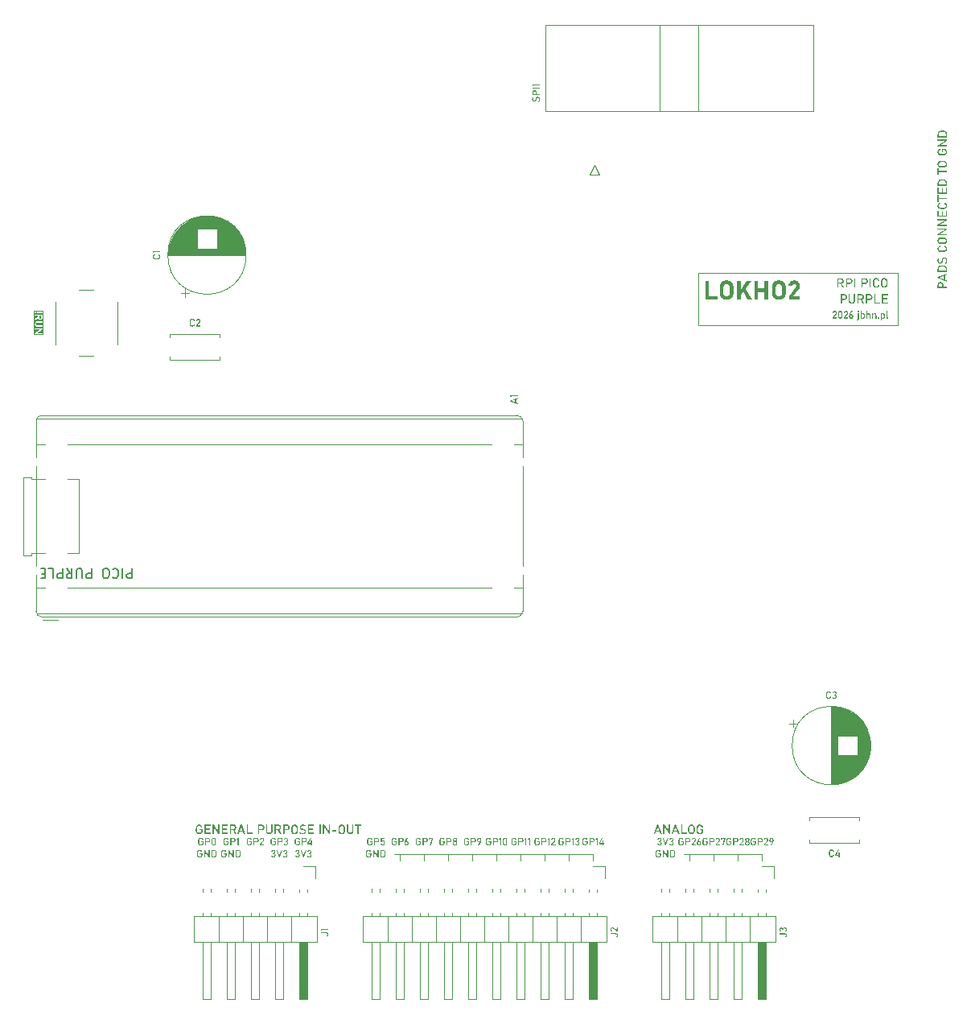
<source format=gbr>
%TF.GenerationSoftware,KiCad,Pcbnew,9.0.7*%
%TF.CreationDate,2026-02-03T14:20:57+01:00*%
%TF.ProjectId,lokho2-rpico-purple,6c6f6b68-6f32-42d7-9270-69636f2d7075,rev?*%
%TF.SameCoordinates,Original*%
%TF.FileFunction,Legend,Top*%
%TF.FilePolarity,Positive*%
%FSLAX46Y46*%
G04 Gerber Fmt 4.6, Leading zero omitted, Abs format (unit mm)*
G04 Created by KiCad (PCBNEW 9.0.7) date 2026-02-03 14:20:57*
%MOMM*%
%LPD*%
G01*
G04 APERTURE LIST*
%ADD10C,0.100000*%
%ADD11C,0.125000*%
%ADD12C,0.400000*%
%ADD13C,0.150000*%
%ADD14C,0.200000*%
%ADD15C,0.120000*%
G04 APERTURE END LIST*
D10*
G36*
X102895787Y-76131787D02*
G01*
X102891863Y-76162678D01*
X102880616Y-76188313D01*
X102861886Y-76209945D01*
X102837769Y-76225910D01*
X102808375Y-76235890D01*
X102772298Y-76239449D01*
X102736221Y-76235891D01*
X102706809Y-76225912D01*
X102682661Y-76209945D01*
X102663961Y-76188317D01*
X102652729Y-76162681D01*
X102648809Y-76131787D01*
X102648809Y-75923594D01*
X102895787Y-75923594D01*
X102895787Y-76131787D01*
G37*
G36*
X103090971Y-77918994D02*
G01*
X102110513Y-77918994D01*
X102110513Y-77353587D01*
X102208000Y-77353587D01*
X102792472Y-77353587D01*
X102208000Y-77727914D01*
X102208000Y-77830105D01*
X103002082Y-77830105D01*
X103002082Y-77719707D01*
X102408584Y-77719707D01*
X103002082Y-77344257D01*
X103002082Y-77243190D01*
X102208000Y-77243190D01*
X102208000Y-77353587D01*
X102110513Y-77353587D01*
X102110513Y-76788019D01*
X102199402Y-76788019D01*
X102204776Y-76854129D01*
X102219891Y-76909337D01*
X102243869Y-76955648D01*
X102276729Y-76994550D01*
X102317265Y-77025352D01*
X102365987Y-77048136D01*
X102424540Y-77062639D01*
X102495034Y-77067823D01*
X103002082Y-77067823D01*
X103002082Y-76956302D01*
X102491468Y-76956302D01*
X102435176Y-76950844D01*
X102391304Y-76935837D01*
X102357085Y-76912289D01*
X102336874Y-76888866D01*
X102322158Y-76860997D01*
X102312896Y-76827787D01*
X102309605Y-76788019D01*
X102312892Y-76748512D01*
X102322147Y-76715507D01*
X102336860Y-76687791D01*
X102357085Y-76664481D01*
X102391281Y-76641101D01*
X102435152Y-76626187D01*
X102491468Y-76620761D01*
X103002082Y-76620761D01*
X103002082Y-76509289D01*
X102495034Y-76509289D01*
X102424517Y-76514452D01*
X102365956Y-76528894D01*
X102317243Y-76551575D01*
X102276729Y-76582220D01*
X102243856Y-76621009D01*
X102219880Y-76667166D01*
X102204772Y-76722170D01*
X102199402Y-76788019D01*
X102110513Y-76788019D01*
X102110513Y-75923594D01*
X102208000Y-75923594D01*
X102542515Y-75923594D01*
X102542515Y-76089670D01*
X102208000Y-76259135D01*
X102208000Y-76391417D01*
X102554422Y-76208189D01*
X102555594Y-76213025D01*
X102571237Y-76248486D01*
X102592993Y-76280457D01*
X102619645Y-76307178D01*
X102651642Y-76329086D01*
X102687174Y-76344886D01*
X102727103Y-76354656D01*
X102772298Y-76358053D01*
X102817866Y-76354668D01*
X102857862Y-76344966D01*
X102893198Y-76329331D01*
X102925012Y-76307593D01*
X102951588Y-76280884D01*
X102973359Y-76248730D01*
X102989010Y-76213113D01*
X102998705Y-76172977D01*
X103002082Y-76127439D01*
X103002082Y-75860726D01*
X103002082Y-75812122D01*
X102208000Y-75812122D01*
X102208000Y-75923594D01*
X102110513Y-75923594D01*
X102110513Y-75621124D01*
X102208000Y-75621124D01*
X102325236Y-75621124D01*
X102325236Y-75618388D01*
X102411991Y-75618388D01*
X103002082Y-75618388D01*
X103002082Y-75506916D01*
X102411991Y-75506916D01*
X102411991Y-75618388D01*
X102325236Y-75618388D01*
X102325236Y-75504180D01*
X102208000Y-75504180D01*
X102208000Y-75621124D01*
X102110513Y-75621124D01*
X102110513Y-75415291D01*
X103090971Y-75415291D01*
X103090971Y-77918994D01*
G37*
G36*
X167337355Y-130425000D02*
G01*
X167703475Y-129432397D01*
X167822360Y-129432397D01*
X168188480Y-130425000D01*
X168038210Y-130425000D01*
X167762887Y-129624249D01*
X167487625Y-130425000D01*
X167337355Y-130425000D01*
G37*
G36*
X167506065Y-130206158D02*
G01*
X167506065Y-130073290D01*
X168028623Y-130073290D01*
X168028623Y-130206158D01*
X167506065Y-130206158D01*
G37*
G36*
X168338628Y-130425000D02*
G01*
X168338628Y-129432397D01*
X168464963Y-129432397D01*
X168950701Y-130200235D01*
X168934275Y-130218004D01*
X168934275Y-129432397D01*
X169072273Y-129432397D01*
X169072273Y-130425000D01*
X168944534Y-130425000D01*
X168460200Y-129668763D01*
X168476625Y-129650994D01*
X168476625Y-130425000D01*
X168338628Y-130425000D01*
G37*
G36*
X169209232Y-130425000D02*
G01*
X169575352Y-129432397D01*
X169694237Y-129432397D01*
X170060357Y-130425000D01*
X169910087Y-130425000D01*
X169634764Y-129624249D01*
X169359502Y-130425000D01*
X169209232Y-130425000D01*
G37*
G36*
X169377943Y-130206158D02*
G01*
X169377943Y-130073290D01*
X169900500Y-130073290D01*
X169900500Y-130206158D01*
X169377943Y-130206158D01*
G37*
G36*
X170210505Y-130425000D02*
G01*
X170210505Y-129432397D01*
X170349846Y-129432397D01*
X170349846Y-130425000D01*
X170210505Y-130425000D01*
G37*
G36*
X170280176Y-130425000D02*
G01*
X170280176Y-130292131D01*
X170848529Y-130292131D01*
X170848529Y-130425000D01*
X170280176Y-130425000D01*
G37*
G36*
X171382730Y-129426976D02*
G01*
X171443516Y-129442289D01*
X171497543Y-129467079D01*
X171545961Y-129501420D01*
X171586407Y-129543743D01*
X171619481Y-129594879D01*
X171643082Y-129651311D01*
X171657767Y-129715204D01*
X171662896Y-129787953D01*
X171662896Y-130069443D01*
X171657784Y-130141740D01*
X171643114Y-130205552D01*
X171619481Y-130262212D01*
X171586389Y-130313542D01*
X171545941Y-130355960D01*
X171497543Y-130390317D01*
X171443516Y-130415107D01*
X171382730Y-130430420D01*
X171313811Y-130435746D01*
X171244893Y-130430421D01*
X171184085Y-130415109D01*
X171130019Y-130390317D01*
X171081655Y-130355966D01*
X171041205Y-130313548D01*
X171008080Y-130262212D01*
X170984482Y-130205555D01*
X170969832Y-130141743D01*
X170964727Y-130069443D01*
X170964727Y-129787953D01*
X170965054Y-129783312D01*
X171107487Y-129783312D01*
X171107487Y-130074084D01*
X171114270Y-130139264D01*
X171133367Y-130192573D01*
X171164152Y-130236566D01*
X171205446Y-130270366D01*
X171254548Y-130290826D01*
X171313811Y-130297993D01*
X171373512Y-130290800D01*
X171422690Y-130270319D01*
X171463777Y-130236566D01*
X171494384Y-130192596D01*
X171513385Y-130139286D01*
X171520136Y-130074084D01*
X171520136Y-129783312D01*
X171513361Y-129717664D01*
X171494341Y-129664283D01*
X171463777Y-129620525D01*
X171422713Y-129586954D01*
X171373535Y-129566566D01*
X171313811Y-129559403D01*
X171254525Y-129566540D01*
X171205423Y-129586906D01*
X171164152Y-129620525D01*
X171133410Y-129664306D01*
X171114293Y-129717687D01*
X171107487Y-129783312D01*
X170965054Y-129783312D01*
X170969849Y-129715201D01*
X170984514Y-129651307D01*
X171008080Y-129594879D01*
X171041187Y-129543736D01*
X171081635Y-129501414D01*
X171130019Y-129467079D01*
X171184085Y-129442287D01*
X171244893Y-129426975D01*
X171313811Y-129421650D01*
X171382730Y-129426976D01*
G37*
G36*
X172196322Y-129889619D02*
G01*
X172540582Y-129889619D01*
X172540582Y-130063459D01*
X172535455Y-130137244D01*
X172520768Y-130202138D01*
X172497168Y-130259525D01*
X172464079Y-130311696D01*
X172423852Y-130354748D01*
X172375963Y-130389584D01*
X172322320Y-130414767D01*
X172261775Y-130430329D01*
X172192903Y-130435746D01*
X172123417Y-130430648D01*
X172062149Y-130416011D01*
X172007766Y-130392393D01*
X171958738Y-130359388D01*
X171917984Y-130318832D01*
X171884790Y-130270027D01*
X171860954Y-130215827D01*
X171846203Y-130154880D01*
X171841071Y-130085868D01*
X171841071Y-129792716D01*
X171846197Y-129719053D01*
X171860867Y-129654390D01*
X171884424Y-129597322D01*
X171917528Y-129545428D01*
X171957772Y-129502553D01*
X172005690Y-129467812D01*
X172059372Y-129442627D01*
X172119938Y-129427066D01*
X172188811Y-129421650D01*
X172245706Y-129425861D01*
X172298142Y-129438186D01*
X172346898Y-129458469D01*
X172391913Y-129486235D01*
X172431751Y-129520417D01*
X172466821Y-129561479D01*
X172495299Y-129607381D01*
X172517191Y-129658715D01*
X172532400Y-129716268D01*
X172381397Y-129716268D01*
X172364035Y-129667710D01*
X172339251Y-129628949D01*
X172306964Y-129598360D01*
X172268519Y-129575289D01*
X172229403Y-129561891D01*
X172188811Y-129557449D01*
X172143486Y-129561715D01*
X172104287Y-129573953D01*
X172070006Y-129593898D01*
X172039823Y-129622051D01*
X172009521Y-129668047D01*
X171990582Y-129724030D01*
X171983831Y-129792655D01*
X171983831Y-130085929D01*
X171990661Y-130148320D01*
X172009945Y-130199345D01*
X172041228Y-130241512D01*
X172082739Y-130273497D01*
X172132501Y-130293056D01*
X172192903Y-130299947D01*
X172252075Y-130292730D01*
X172300895Y-130272149D01*
X172341769Y-130238154D01*
X172371814Y-130193765D01*
X172390904Y-130137425D01*
X172397822Y-130065779D01*
X172397822Y-130022487D01*
X172196322Y-130022487D01*
X172196322Y-129889619D01*
G37*
X178740000Y-132550000D02*
X170485000Y-132550000D01*
G36*
X167830467Y-132453695D02*
G01*
X168105876Y-132453695D01*
X168105876Y-132592767D01*
X168101774Y-132651795D01*
X168090025Y-132703710D01*
X168071144Y-132749620D01*
X168044673Y-132791357D01*
X168012492Y-132825798D01*
X167974180Y-132853667D01*
X167931266Y-132873814D01*
X167882830Y-132886263D01*
X167827732Y-132890597D01*
X167772144Y-132886518D01*
X167723129Y-132874809D01*
X167679623Y-132855914D01*
X167640400Y-132829510D01*
X167607797Y-132797066D01*
X167581242Y-132758022D01*
X167562173Y-132714661D01*
X167550372Y-132665904D01*
X167546266Y-132610695D01*
X167546266Y-132376173D01*
X167550367Y-132317242D01*
X167562104Y-132265512D01*
X167580949Y-132219857D01*
X167607432Y-132178343D01*
X167639628Y-132144042D01*
X167677962Y-132116249D01*
X167720908Y-132096101D01*
X167769360Y-132083653D01*
X167824459Y-132079320D01*
X167869975Y-132082689D01*
X167911924Y-132092549D01*
X167950928Y-132108775D01*
X167986940Y-132130988D01*
X168018811Y-132158334D01*
X168046867Y-132191183D01*
X168069649Y-132227905D01*
X168087163Y-132268972D01*
X168099330Y-132315014D01*
X167978527Y-132315014D01*
X167964638Y-132276168D01*
X167944811Y-132245159D01*
X167918981Y-132220688D01*
X167888225Y-132202231D01*
X167856932Y-132191513D01*
X167824459Y-132187959D01*
X167788198Y-132191372D01*
X167756839Y-132201163D01*
X167729415Y-132217119D01*
X167705268Y-132239641D01*
X167681027Y-132276438D01*
X167665876Y-132321224D01*
X167660474Y-132376124D01*
X167660474Y-132610743D01*
X167665939Y-132660656D01*
X167681366Y-132701476D01*
X167706392Y-132735210D01*
X167739601Y-132760798D01*
X167779410Y-132776445D01*
X167827732Y-132781958D01*
X167875070Y-132776184D01*
X167914126Y-132759719D01*
X167946825Y-132732523D01*
X167970861Y-132697012D01*
X167986133Y-132651940D01*
X167991668Y-132594623D01*
X167991668Y-132559990D01*
X167830467Y-132559990D01*
X167830467Y-132453695D01*
G37*
G36*
X168275478Y-132882000D02*
G01*
X168275478Y-132087917D01*
X168376546Y-132087917D01*
X168765136Y-132702188D01*
X168751996Y-132716403D01*
X168751996Y-132087917D01*
X168862393Y-132087917D01*
X168862393Y-132882000D01*
X168760202Y-132882000D01*
X168372735Y-132277010D01*
X168385876Y-132262795D01*
X168385876Y-132882000D01*
X168275478Y-132882000D01*
G37*
G36*
X169134822Y-132882000D02*
G01*
X169134822Y-132775705D01*
X169314585Y-132775705D01*
X169358613Y-132772483D01*
X169395194Y-132763469D01*
X169425637Y-132749310D01*
X169450970Y-132730178D01*
X169471534Y-132705949D01*
X169486528Y-132677129D01*
X169495973Y-132642797D01*
X169499330Y-132601706D01*
X169499330Y-132368210D01*
X169495972Y-132327119D01*
X169486526Y-132292796D01*
X169471532Y-132263993D01*
X169450970Y-132239787D01*
X169425634Y-132220633D01*
X169395189Y-132206460D01*
X169358610Y-132197437D01*
X169314585Y-132194212D01*
X169134822Y-132194212D01*
X169134822Y-132087917D01*
X169311312Y-132087917D01*
X169383503Y-132093199D01*
X169443406Y-132107967D01*
X169493189Y-132131150D01*
X169534550Y-132162460D01*
X169568138Y-132202082D01*
X169592629Y-132249199D01*
X169608055Y-132305315D01*
X169613538Y-132372460D01*
X169613538Y-132597457D01*
X169609285Y-132656666D01*
X169597224Y-132707463D01*
X169578025Y-132751232D01*
X169550856Y-132790191D01*
X169516689Y-132822423D01*
X169474710Y-132848441D01*
X169428374Y-132866500D01*
X169374210Y-132877944D01*
X169310774Y-132882000D01*
X169134822Y-132882000D01*
G37*
G36*
X169059400Y-132882000D02*
G01*
X169059400Y-132087917D01*
X169170872Y-132087917D01*
X169170872Y-132882000D01*
X169059400Y-132882000D01*
G37*
X171120000Y-132550000D02*
X171120000Y-133185000D01*
X178740000Y-132550000D02*
X178740000Y-133185000D01*
X176200000Y-132550000D02*
X176200000Y-133185000D01*
X173660000Y-132550000D02*
X173660000Y-133185000D01*
G36*
X167947166Y-131621378D02*
G01*
X167902890Y-131618499D01*
X167863892Y-131610259D01*
X167829392Y-131597052D01*
X167797749Y-131578293D01*
X167770838Y-131554954D01*
X167748206Y-131526710D01*
X167730692Y-131494873D01*
X167717488Y-131457929D01*
X167708883Y-131415042D01*
X167822554Y-131415042D01*
X167830994Y-131447721D01*
X167844555Y-131472294D01*
X167863000Y-131490464D01*
X167885968Y-131503315D01*
X167913647Y-131511414D01*
X167947166Y-131514302D01*
X167982821Y-131510675D01*
X168010845Y-131500641D01*
X168032944Y-131484749D01*
X168049491Y-131463193D01*
X168059846Y-131435984D01*
X168063572Y-131401462D01*
X168063572Y-131377380D01*
X168059956Y-131338554D01*
X168050050Y-131308421D01*
X168034605Y-131285056D01*
X168013297Y-131267354D01*
X167986525Y-131256397D01*
X167952637Y-131252474D01*
X167896315Y-131252474D01*
X167896315Y-131146180D01*
X167952637Y-131146180D01*
X167982749Y-131142785D01*
X168006379Y-131133345D01*
X168025031Y-131118189D01*
X168038605Y-131098081D01*
X168047276Y-131072276D01*
X168050432Y-131039152D01*
X168050432Y-131014435D01*
X168047136Y-130984074D01*
X168037985Y-130960227D01*
X168023370Y-130941406D01*
X168003853Y-130927593D01*
X167978792Y-130918808D01*
X167946580Y-130915614D01*
X167919400Y-130918394D01*
X167895885Y-130926398D01*
X167875261Y-130939550D01*
X167858654Y-130957407D01*
X167845153Y-130982032D01*
X167835108Y-131015168D01*
X167721974Y-131015168D01*
X167733760Y-130966428D01*
X167750490Y-130925455D01*
X167771807Y-130891111D01*
X167797690Y-130862516D01*
X167828545Y-130839198D01*
X167863132Y-130822458D01*
X167902163Y-130812131D01*
X167946580Y-130808538D01*
X167997917Y-130812370D01*
X168040566Y-130823096D01*
X168076072Y-130839965D01*
X168105631Y-130862809D01*
X168129508Y-130891576D01*
X168146966Y-130925849D01*
X168157985Y-130966733D01*
X168161905Y-131015705D01*
X168161905Y-131028845D01*
X168158189Y-131067613D01*
X168147415Y-131101943D01*
X168129665Y-131132746D01*
X168105727Y-131159094D01*
X168075648Y-131180706D01*
X168038415Y-131197666D01*
X168079178Y-131211145D01*
X168112358Y-131232296D01*
X168139239Y-131261462D01*
X168158572Y-131296486D01*
X168170724Y-131338363D01*
X168175045Y-131388713D01*
X168175045Y-131401853D01*
X168170892Y-131453790D01*
X168159219Y-131497136D01*
X168140731Y-131533459D01*
X168115450Y-131563933D01*
X168084170Y-131588115D01*
X168046601Y-131605971D01*
X168001478Y-131617323D01*
X167947166Y-131621378D01*
G37*
G36*
X168526803Y-131612000D02*
G01*
X168267759Y-130817917D01*
X168389050Y-130817917D01*
X168579804Y-131440492D01*
X168770509Y-130817917D01*
X168891849Y-130817917D01*
X168632805Y-131612000D01*
X168526803Y-131612000D01*
G37*
G36*
X169196127Y-131621378D02*
G01*
X169151850Y-131618499D01*
X169112853Y-131610259D01*
X169078353Y-131597052D01*
X169046709Y-131578293D01*
X169019798Y-131554954D01*
X168997166Y-131526710D01*
X168979653Y-131494873D01*
X168966448Y-131457929D01*
X168957843Y-131415042D01*
X169071514Y-131415042D01*
X169079955Y-131447721D01*
X169093515Y-131472294D01*
X169111960Y-131490464D01*
X169134929Y-131503315D01*
X169162607Y-131511414D01*
X169196127Y-131514302D01*
X169231781Y-131510675D01*
X169259805Y-131500641D01*
X169281905Y-131484749D01*
X169298451Y-131463193D01*
X169308806Y-131435984D01*
X169312533Y-131401462D01*
X169312533Y-131377380D01*
X169308917Y-131338554D01*
X169299010Y-131308421D01*
X169283565Y-131285056D01*
X169262257Y-131267354D01*
X169235485Y-131256397D01*
X169201598Y-131252474D01*
X169145275Y-131252474D01*
X169145275Y-131146180D01*
X169201598Y-131146180D01*
X169231709Y-131142785D01*
X169255340Y-131133345D01*
X169273991Y-131118189D01*
X169287565Y-131098081D01*
X169296236Y-131072276D01*
X169299392Y-131039152D01*
X169299392Y-131014435D01*
X169296096Y-130984074D01*
X169286945Y-130960227D01*
X169272330Y-130941406D01*
X169252813Y-130927593D01*
X169227753Y-130918808D01*
X169195540Y-130915614D01*
X169168360Y-130918394D01*
X169144845Y-130926398D01*
X169124221Y-130939550D01*
X169107614Y-130957407D01*
X169094113Y-130982032D01*
X169084068Y-131015168D01*
X168970935Y-131015168D01*
X168982720Y-130966428D01*
X168999450Y-130925455D01*
X169020767Y-130891111D01*
X169046650Y-130862516D01*
X169077505Y-130839198D01*
X169112092Y-130822458D01*
X169151123Y-130812131D01*
X169195540Y-130808538D01*
X169246877Y-130812370D01*
X169289526Y-130823096D01*
X169325032Y-130839965D01*
X169354591Y-130862809D01*
X169378468Y-130891576D01*
X169395926Y-130925849D01*
X169406945Y-130966733D01*
X169410865Y-131015705D01*
X169410865Y-131028845D01*
X169407149Y-131067613D01*
X169396375Y-131101943D01*
X169378625Y-131132746D01*
X169354687Y-131159094D01*
X169324608Y-131180706D01*
X169287376Y-131197666D01*
X169328138Y-131211145D01*
X169361319Y-131232296D01*
X169388199Y-131261462D01*
X169407532Y-131296486D01*
X169419684Y-131338363D01*
X169424005Y-131388713D01*
X169424005Y-131401853D01*
X169419852Y-131453790D01*
X169408180Y-131497136D01*
X169389691Y-131533459D01*
X169364410Y-131563933D01*
X169333130Y-131588115D01*
X169295562Y-131605971D01*
X169250438Y-131617323D01*
X169196127Y-131621378D01*
G37*
G36*
X170221186Y-131183695D02*
G01*
X170496595Y-131183695D01*
X170496595Y-131322767D01*
X170492493Y-131381795D01*
X170480744Y-131433710D01*
X170461863Y-131479620D01*
X170435392Y-131521357D01*
X170403211Y-131555798D01*
X170364899Y-131583667D01*
X170321985Y-131603814D01*
X170273549Y-131616263D01*
X170218451Y-131620597D01*
X170162863Y-131616518D01*
X170113848Y-131604809D01*
X170070342Y-131585914D01*
X170031119Y-131559510D01*
X169998516Y-131527066D01*
X169971961Y-131488022D01*
X169952892Y-131444661D01*
X169941091Y-131395904D01*
X169936985Y-131340695D01*
X169936985Y-131106173D01*
X169941086Y-131047242D01*
X169952823Y-130995512D01*
X169971668Y-130949857D01*
X169998151Y-130908343D01*
X170030347Y-130874042D01*
X170068681Y-130846249D01*
X170111627Y-130826101D01*
X170160079Y-130813653D01*
X170215178Y-130809320D01*
X170260694Y-130812689D01*
X170302643Y-130822549D01*
X170341647Y-130838775D01*
X170377659Y-130860988D01*
X170409530Y-130888334D01*
X170437586Y-130921183D01*
X170460368Y-130957905D01*
X170477882Y-130998972D01*
X170490049Y-131045014D01*
X170369246Y-131045014D01*
X170355357Y-131006168D01*
X170335530Y-130975159D01*
X170309700Y-130950688D01*
X170278944Y-130932231D01*
X170247651Y-130921513D01*
X170215178Y-130917959D01*
X170178917Y-130921372D01*
X170147558Y-130931163D01*
X170120134Y-130947119D01*
X170095987Y-130969641D01*
X170071746Y-131006438D01*
X170056595Y-131051224D01*
X170051193Y-131106124D01*
X170051193Y-131340743D01*
X170056658Y-131390656D01*
X170072085Y-131431476D01*
X170097111Y-131465210D01*
X170130320Y-131490798D01*
X170170129Y-131506445D01*
X170218451Y-131511958D01*
X170265789Y-131506184D01*
X170304845Y-131489719D01*
X170337544Y-131462523D01*
X170361580Y-131427012D01*
X170376852Y-131381940D01*
X170382387Y-131324623D01*
X170382387Y-131289990D01*
X170221186Y-131289990D01*
X170221186Y-131183695D01*
G37*
G36*
X170723545Y-131302495D02*
G01*
X170723545Y-131196200D01*
X170977704Y-131196200D01*
X171012428Y-131191860D01*
X171041187Y-131179443D01*
X171065387Y-131158831D01*
X171083339Y-131132157D01*
X171094496Y-131099954D01*
X171098458Y-131060743D01*
X171094472Y-131020808D01*
X171083291Y-130988294D01*
X171065387Y-130961630D01*
X171041183Y-130940989D01*
X171012424Y-130928557D01*
X170977704Y-130924212D01*
X170723545Y-130924212D01*
X170723545Y-130817917D01*
X170973845Y-130817917D01*
X171021155Y-130821475D01*
X171062735Y-130831683D01*
X171099533Y-130848154D01*
X171132649Y-130871012D01*
X171160279Y-130899063D01*
X171182868Y-130932809D01*
X171199076Y-130970158D01*
X171209149Y-131012483D01*
X171212666Y-131060743D01*
X171209158Y-131108641D01*
X171199095Y-131150815D01*
X171182868Y-131188189D01*
X171160273Y-131221888D01*
X171132644Y-131249839D01*
X171099533Y-131272551D01*
X171062752Y-131288857D01*
X171021171Y-131298969D01*
X170973845Y-131302495D01*
X170723545Y-131302495D01*
G37*
G36*
X170666197Y-131612000D02*
G01*
X170666197Y-130817917D01*
X170777669Y-130817917D01*
X170777669Y-131612000D01*
X170666197Y-131612000D01*
G37*
G36*
X171334934Y-131612000D02*
G01*
X171334934Y-131515035D01*
X171612003Y-131145496D01*
X171633577Y-131112900D01*
X171649421Y-131079941D01*
X171659657Y-131046218D01*
X171662854Y-131015949D01*
X171662854Y-131014875D01*
X171659475Y-130984339D01*
X171650063Y-130960225D01*
X171634962Y-130941064D01*
X171614842Y-130927029D01*
X171588984Y-130918086D01*
X171555729Y-130914833D01*
X171524793Y-130918211D01*
X171499019Y-130927820D01*
X171477278Y-130943507D01*
X171460238Y-130964389D01*
X171447843Y-130990964D01*
X171440398Y-131024595D01*
X171440398Y-131025133D01*
X171325115Y-131025133D01*
X171325115Y-131024595D01*
X171336001Y-130973736D01*
X171352316Y-130930977D01*
X171373645Y-130895097D01*
X171399951Y-130865154D01*
X171431586Y-130840745D01*
X171467339Y-130823189D01*
X171507997Y-130812328D01*
X171554606Y-130808538D01*
X171608286Y-130812388D01*
X171652759Y-130823139D01*
X171689640Y-130839980D01*
X171720202Y-130862662D01*
X171745089Y-130891500D01*
X171763211Y-130925825D01*
X171774620Y-130966741D01*
X171778674Y-131015754D01*
X171778674Y-131016340D01*
X171774475Y-131058592D01*
X171761186Y-131104658D01*
X171740464Y-131149492D01*
X171712582Y-131192928D01*
X171482505Y-131505705D01*
X171783071Y-131505705D01*
X171783071Y-131612000D01*
X171334934Y-131612000D01*
G37*
G36*
X172046361Y-131167126D02*
G01*
X172060274Y-131156455D01*
X172087829Y-131146037D01*
X172123105Y-131142272D01*
X172168930Y-131146470D01*
X172207469Y-131158364D01*
X172240148Y-131177484D01*
X172267941Y-131204163D01*
X172289290Y-131236108D01*
X172305318Y-131274904D01*
X172315625Y-131321924D01*
X172319330Y-131378845D01*
X172319330Y-131379383D01*
X172315219Y-131436993D01*
X172303723Y-131484877D01*
X172285694Y-131524725D01*
X172261396Y-131557875D01*
X172230470Y-131584939D01*
X172193689Y-131604613D01*
X172149875Y-131616984D01*
X172097411Y-131621378D01*
X172045224Y-131617030D01*
X172001584Y-131604782D01*
X171964901Y-131585301D01*
X171934013Y-131558510D01*
X171909731Y-131525638D01*
X171891719Y-131486094D01*
X171880235Y-131438542D01*
X171876653Y-131388615D01*
X171987599Y-131388615D01*
X171987599Y-131389152D01*
X171991203Y-131428468D01*
X172001031Y-131458731D01*
X172016274Y-131481965D01*
X172037373Y-131499538D01*
X172063874Y-131510411D01*
X172097411Y-131514302D01*
X172131674Y-131510346D01*
X172158407Y-131499351D01*
X172179379Y-131481672D01*
X172194496Y-131458278D01*
X172204240Y-131427920D01*
X172207809Y-131388615D01*
X172207809Y-131388078D01*
X172204024Y-131344760D01*
X172193706Y-131311303D01*
X172177767Y-131285545D01*
X172155462Y-131265799D01*
X172127457Y-131253674D01*
X172091989Y-131249348D01*
X172060657Y-131253591D01*
X172035460Y-131265662D01*
X172014906Y-131285789D01*
X172000496Y-131311513D01*
X171991072Y-131345075D01*
X171987599Y-131388615D01*
X171876653Y-131388615D01*
X171876127Y-131381288D01*
X171876127Y-131380702D01*
X171879540Y-131328736D01*
X171890293Y-131271623D01*
X171907629Y-131214970D01*
X171931277Y-131160297D01*
X172104006Y-130817917D01*
X172224222Y-130817917D01*
X172046361Y-131167126D01*
G37*
G36*
X177824773Y-131183695D02*
G01*
X178100182Y-131183695D01*
X178100182Y-131322767D01*
X178096080Y-131381795D01*
X178084331Y-131433710D01*
X178065450Y-131479620D01*
X178038979Y-131521357D01*
X178006798Y-131555798D01*
X177968486Y-131583667D01*
X177925572Y-131603814D01*
X177877136Y-131616263D01*
X177822038Y-131620597D01*
X177766450Y-131616518D01*
X177717435Y-131604809D01*
X177673929Y-131585914D01*
X177634706Y-131559510D01*
X177602103Y-131527066D01*
X177575548Y-131488022D01*
X177556479Y-131444661D01*
X177544678Y-131395904D01*
X177540572Y-131340695D01*
X177540572Y-131106173D01*
X177544673Y-131047242D01*
X177556410Y-130995512D01*
X177575255Y-130949857D01*
X177601738Y-130908343D01*
X177633934Y-130874042D01*
X177672268Y-130846249D01*
X177715214Y-130826101D01*
X177763666Y-130813653D01*
X177818765Y-130809320D01*
X177864281Y-130812689D01*
X177906230Y-130822549D01*
X177945234Y-130838775D01*
X177981246Y-130860988D01*
X178013117Y-130888334D01*
X178041173Y-130921183D01*
X178063955Y-130957905D01*
X178081469Y-130998972D01*
X178093636Y-131045014D01*
X177972833Y-131045014D01*
X177958944Y-131006168D01*
X177939117Y-130975159D01*
X177913287Y-130950688D01*
X177882531Y-130932231D01*
X177851238Y-130921513D01*
X177818765Y-130917959D01*
X177782504Y-130921372D01*
X177751145Y-130931163D01*
X177723721Y-130947119D01*
X177699574Y-130969641D01*
X177675333Y-131006438D01*
X177660182Y-131051224D01*
X177654780Y-131106124D01*
X177654780Y-131340743D01*
X177660245Y-131390656D01*
X177675672Y-131431476D01*
X177700698Y-131465210D01*
X177733907Y-131490798D01*
X177773716Y-131506445D01*
X177822038Y-131511958D01*
X177869376Y-131506184D01*
X177908432Y-131489719D01*
X177941131Y-131462523D01*
X177965167Y-131427012D01*
X177980439Y-131381940D01*
X177985974Y-131324623D01*
X177985974Y-131289990D01*
X177824773Y-131289990D01*
X177824773Y-131183695D01*
G37*
G36*
X178327132Y-131302495D02*
G01*
X178327132Y-131196200D01*
X178581291Y-131196200D01*
X178616015Y-131191860D01*
X178644774Y-131179443D01*
X178668974Y-131158831D01*
X178686926Y-131132157D01*
X178698083Y-131099954D01*
X178702045Y-131060743D01*
X178698059Y-131020808D01*
X178686878Y-130988294D01*
X178668974Y-130961630D01*
X178644770Y-130940989D01*
X178616011Y-130928557D01*
X178581291Y-130924212D01*
X178327132Y-130924212D01*
X178327132Y-130817917D01*
X178577432Y-130817917D01*
X178624742Y-130821475D01*
X178666322Y-130831683D01*
X178703120Y-130848154D01*
X178736236Y-130871012D01*
X178763866Y-130899063D01*
X178786455Y-130932809D01*
X178802663Y-130970158D01*
X178812736Y-131012483D01*
X178816253Y-131060743D01*
X178812745Y-131108641D01*
X178802682Y-131150815D01*
X178786455Y-131188189D01*
X178763860Y-131221888D01*
X178736231Y-131249839D01*
X178703120Y-131272551D01*
X178666339Y-131288857D01*
X178624758Y-131298969D01*
X178577432Y-131302495D01*
X178327132Y-131302495D01*
G37*
G36*
X178269784Y-131612000D02*
G01*
X178269784Y-130817917D01*
X178381256Y-130817917D01*
X178381256Y-131612000D01*
X178269784Y-131612000D01*
G37*
G36*
X178938521Y-131612000D02*
G01*
X178938521Y-131515035D01*
X179215590Y-131145496D01*
X179237164Y-131112900D01*
X179253008Y-131079941D01*
X179263244Y-131046218D01*
X179266441Y-131015949D01*
X179266441Y-131014875D01*
X179263062Y-130984339D01*
X179253650Y-130960225D01*
X179238549Y-130941064D01*
X179218429Y-130927029D01*
X179192571Y-130918086D01*
X179159316Y-130914833D01*
X179128380Y-130918211D01*
X179102606Y-130927820D01*
X179080865Y-130943507D01*
X179063825Y-130964389D01*
X179051430Y-130990964D01*
X179043985Y-131024595D01*
X179043985Y-131025133D01*
X178928702Y-131025133D01*
X178928702Y-131024595D01*
X178939588Y-130973736D01*
X178955903Y-130930977D01*
X178977232Y-130895097D01*
X179003538Y-130865154D01*
X179035173Y-130840745D01*
X179070926Y-130823189D01*
X179111584Y-130812328D01*
X179158193Y-130808538D01*
X179211873Y-130812388D01*
X179256346Y-130823139D01*
X179293227Y-130839980D01*
X179323789Y-130862662D01*
X179348676Y-130891500D01*
X179366798Y-130925825D01*
X179378207Y-130966741D01*
X179382261Y-131015754D01*
X179382261Y-131016340D01*
X179378062Y-131058592D01*
X179364773Y-131104658D01*
X179344051Y-131149492D01*
X179316169Y-131192928D01*
X179086092Y-131505705D01*
X179386658Y-131505705D01*
X179386658Y-131612000D01*
X178938521Y-131612000D01*
G37*
G36*
X179786502Y-130812968D02*
G01*
X179830111Y-130825457D01*
X179866829Y-130845364D01*
X179897809Y-130872823D01*
X179922033Y-130906299D01*
X179940071Y-130946769D01*
X179951608Y-130995641D01*
X179955743Y-131054686D01*
X179955743Y-131055224D01*
X179952354Y-131104637D01*
X179941528Y-131160492D01*
X179924124Y-131216231D01*
X179899958Y-131271232D01*
X179730551Y-131612000D01*
X179610335Y-131612000D01*
X179787738Y-131263083D01*
X179767725Y-131275384D01*
X179738479Y-131283850D01*
X179703245Y-131286863D01*
X179661678Y-131282712D01*
X179625460Y-131270734D01*
X179593475Y-131251047D01*
X179565004Y-131222969D01*
X179542846Y-131189885D01*
X179526509Y-131151278D01*
X179516192Y-131106128D01*
X179512540Y-131053172D01*
X179512540Y-131052635D01*
X179512814Y-131048775D01*
X179624013Y-131048775D01*
X179624013Y-131049313D01*
X179627633Y-131091766D01*
X179637494Y-131124559D01*
X179652687Y-131149794D01*
X179674044Y-131169195D01*
X179700731Y-131181044D01*
X179734411Y-131185258D01*
X179767673Y-131181032D01*
X179794183Y-131169108D01*
X179815548Y-131149501D01*
X179830750Y-131124115D01*
X179840607Y-131091229D01*
X179844222Y-131048775D01*
X179844222Y-131048238D01*
X179840614Y-131006930D01*
X179830768Y-130974963D01*
X179815548Y-130950297D01*
X179794266Y-130931332D01*
X179767759Y-130919737D01*
X179734411Y-130915614D01*
X179700668Y-130919753D01*
X179673983Y-130931363D01*
X179652687Y-130950297D01*
X179637487Y-130974971D01*
X179627632Y-131007098D01*
X179624013Y-131048775D01*
X179512814Y-131048775D01*
X179516678Y-130994324D01*
X179528238Y-130945947D01*
X179546346Y-130905773D01*
X179570719Y-130872432D01*
X179601789Y-130845152D01*
X179638590Y-130825362D01*
X179682270Y-130812942D01*
X179734411Y-130808538D01*
X179786502Y-130812968D01*
G37*
G36*
X175257027Y-131183695D02*
G01*
X175532436Y-131183695D01*
X175532436Y-131322767D01*
X175528334Y-131381795D01*
X175516585Y-131433710D01*
X175497704Y-131479620D01*
X175471233Y-131521357D01*
X175439052Y-131555798D01*
X175400740Y-131583667D01*
X175357826Y-131603814D01*
X175309390Y-131616263D01*
X175254292Y-131620597D01*
X175198704Y-131616518D01*
X175149689Y-131604809D01*
X175106183Y-131585914D01*
X175066960Y-131559510D01*
X175034357Y-131527066D01*
X175007802Y-131488022D01*
X174988733Y-131444661D01*
X174976932Y-131395904D01*
X174972826Y-131340695D01*
X174972826Y-131106173D01*
X174976927Y-131047242D01*
X174988664Y-130995512D01*
X175007509Y-130949857D01*
X175033992Y-130908343D01*
X175066188Y-130874042D01*
X175104522Y-130846249D01*
X175147468Y-130826101D01*
X175195920Y-130813653D01*
X175251019Y-130809320D01*
X175296535Y-130812689D01*
X175338484Y-130822549D01*
X175377488Y-130838775D01*
X175413500Y-130860988D01*
X175445371Y-130888334D01*
X175473427Y-130921183D01*
X175496209Y-130957905D01*
X175513723Y-130998972D01*
X175525890Y-131045014D01*
X175405087Y-131045014D01*
X175391198Y-131006168D01*
X175371371Y-130975159D01*
X175345541Y-130950688D01*
X175314785Y-130932231D01*
X175283492Y-130921513D01*
X175251019Y-130917959D01*
X175214758Y-130921372D01*
X175183399Y-130931163D01*
X175155975Y-130947119D01*
X175131828Y-130969641D01*
X175107587Y-131006438D01*
X175092436Y-131051224D01*
X175087034Y-131106124D01*
X175087034Y-131340743D01*
X175092499Y-131390656D01*
X175107926Y-131431476D01*
X175132952Y-131465210D01*
X175166161Y-131490798D01*
X175205970Y-131506445D01*
X175254292Y-131511958D01*
X175301630Y-131506184D01*
X175340686Y-131489719D01*
X175373385Y-131462523D01*
X175397421Y-131427012D01*
X175412693Y-131381940D01*
X175418228Y-131324623D01*
X175418228Y-131289990D01*
X175257027Y-131289990D01*
X175257027Y-131183695D01*
G37*
G36*
X175759386Y-131302495D02*
G01*
X175759386Y-131196200D01*
X176013545Y-131196200D01*
X176048269Y-131191860D01*
X176077028Y-131179443D01*
X176101228Y-131158831D01*
X176119180Y-131132157D01*
X176130337Y-131099954D01*
X176134299Y-131060743D01*
X176130313Y-131020808D01*
X176119132Y-130988294D01*
X176101228Y-130961630D01*
X176077024Y-130940989D01*
X176048265Y-130928557D01*
X176013545Y-130924212D01*
X175759386Y-130924212D01*
X175759386Y-130817917D01*
X176009686Y-130817917D01*
X176056996Y-130821475D01*
X176098576Y-130831683D01*
X176135374Y-130848154D01*
X176168490Y-130871012D01*
X176196120Y-130899063D01*
X176218709Y-130932809D01*
X176234917Y-130970158D01*
X176244990Y-131012483D01*
X176248507Y-131060743D01*
X176244999Y-131108641D01*
X176234936Y-131150815D01*
X176218709Y-131188189D01*
X176196114Y-131221888D01*
X176168485Y-131249839D01*
X176135374Y-131272551D01*
X176098593Y-131288857D01*
X176057012Y-131298969D01*
X176009686Y-131302495D01*
X175759386Y-131302495D01*
G37*
G36*
X175702038Y-131612000D02*
G01*
X175702038Y-130817917D01*
X175813510Y-130817917D01*
X175813510Y-131612000D01*
X175702038Y-131612000D01*
G37*
G36*
X176370775Y-131612000D02*
G01*
X176370775Y-131515035D01*
X176647844Y-131145496D01*
X176669418Y-131112900D01*
X176685262Y-131079941D01*
X176695498Y-131046218D01*
X176698695Y-131015949D01*
X176698695Y-131014875D01*
X176695316Y-130984339D01*
X176685904Y-130960225D01*
X176670803Y-130941064D01*
X176650683Y-130927029D01*
X176624825Y-130918086D01*
X176591570Y-130914833D01*
X176560634Y-130918211D01*
X176534860Y-130927820D01*
X176513119Y-130943507D01*
X176496079Y-130964389D01*
X176483684Y-130990964D01*
X176476239Y-131024595D01*
X176476239Y-131025133D01*
X176360956Y-131025133D01*
X176360956Y-131024595D01*
X176371842Y-130973736D01*
X176388157Y-130930977D01*
X176409486Y-130895097D01*
X176435792Y-130865154D01*
X176467427Y-130840745D01*
X176503180Y-130823189D01*
X176543838Y-130812328D01*
X176590447Y-130808538D01*
X176644127Y-130812388D01*
X176688600Y-130823139D01*
X176725481Y-130839980D01*
X176756043Y-130862662D01*
X176780930Y-130891500D01*
X176799052Y-130925825D01*
X176810461Y-130966741D01*
X176814515Y-131015754D01*
X176814515Y-131016340D01*
X176810316Y-131058592D01*
X176797027Y-131104658D01*
X176776305Y-131149492D01*
X176748423Y-131192928D01*
X176518346Y-131505705D01*
X176818912Y-131505705D01*
X176818912Y-131612000D01*
X176370775Y-131612000D01*
G37*
G36*
X177244370Y-130812457D02*
G01*
X177287575Y-130823590D01*
X177324827Y-130841395D01*
X177357076Y-130865886D01*
X177383687Y-130896457D01*
X177402713Y-130931379D01*
X177414466Y-130971508D01*
X177418577Y-131018050D01*
X177418577Y-131037247D01*
X177415695Y-131069463D01*
X177407100Y-131100210D01*
X177392589Y-131129962D01*
X177373225Y-131156785D01*
X177350475Y-131178563D01*
X177324055Y-131195761D01*
X177355132Y-131216318D01*
X177381893Y-131242553D01*
X177404655Y-131275091D01*
X177421578Y-131311082D01*
X177431621Y-131348287D01*
X177434990Y-131387247D01*
X177434990Y-131400387D01*
X177431473Y-131444029D01*
X177421346Y-131482566D01*
X177404899Y-131516891D01*
X177382300Y-131547468D01*
X177354441Y-131573067D01*
X177320733Y-131594023D01*
X177283751Y-131608874D01*
X177241797Y-131618138D01*
X177193971Y-131621378D01*
X177146144Y-131618139D01*
X177104173Y-131608875D01*
X177067160Y-131594023D01*
X177033480Y-131573072D01*
X177005619Y-131547473D01*
X176982994Y-131516891D01*
X176966575Y-131482569D01*
X176956463Y-131444032D01*
X176952952Y-131400387D01*
X176952952Y-131387247D01*
X176953139Y-131385049D01*
X177063887Y-131385049D01*
X177063887Y-131393256D01*
X177068080Y-131428227D01*
X177080022Y-131457065D01*
X177099693Y-131481183D01*
X177125335Y-131499199D01*
X177156276Y-131510350D01*
X177193971Y-131514302D01*
X177231627Y-131510294D01*
X177262567Y-131498975D01*
X177288249Y-131480646D01*
X177307944Y-131456171D01*
X177319876Y-131427138D01*
X177324055Y-131392181D01*
X177324055Y-131384512D01*
X177319861Y-131349197D01*
X177307915Y-131320015D01*
X177288249Y-131295558D01*
X177262563Y-131277201D01*
X177231623Y-131265866D01*
X177193971Y-131261853D01*
X177156318Y-131265866D01*
X177125378Y-131277201D01*
X177099693Y-131295558D01*
X177080054Y-131320027D01*
X177068095Y-131349375D01*
X177063887Y-131385049D01*
X176953139Y-131385049D01*
X176956265Y-131348262D01*
X176966137Y-131311053D01*
X176982750Y-131275091D01*
X177005165Y-131242533D01*
X177031571Y-131216303D01*
X177062275Y-131195761D01*
X177036542Y-131178266D01*
X177014215Y-131156217D01*
X176995059Y-131129131D01*
X176980666Y-131099221D01*
X176972190Y-131068742D01*
X176969365Y-131037247D01*
X176969365Y-131029431D01*
X177080838Y-131029431D01*
X177080838Y-131037687D01*
X177084538Y-131071601D01*
X177095003Y-131099475D01*
X177112003Y-131122635D01*
X177134565Y-131140265D01*
X177161464Y-131151004D01*
X177193971Y-131154777D01*
X177226456Y-131150975D01*
X177253355Y-131140145D01*
X177275939Y-131122341D01*
X177292921Y-131099020D01*
X177303396Y-131070877D01*
X177307104Y-131036563D01*
X177307104Y-131028894D01*
X177303418Y-130996089D01*
X177292973Y-130969119D01*
X177275939Y-130946682D01*
X177253456Y-130929686D01*
X177226556Y-130919280D01*
X177193971Y-130915614D01*
X177161386Y-130919280D01*
X177134485Y-130929686D01*
X177112003Y-130946682D01*
X177094994Y-130969131D01*
X177084537Y-130996266D01*
X177080838Y-131029431D01*
X176969365Y-131029431D01*
X176969365Y-131018050D01*
X176973473Y-130971505D01*
X176985218Y-130931375D01*
X177004230Y-130896454D01*
X177030817Y-130865886D01*
X177063090Y-130841394D01*
X177100359Y-130823588D01*
X177143573Y-130812456D01*
X177193971Y-130808538D01*
X177244370Y-130812457D01*
G37*
G36*
X172750244Y-131183695D02*
G01*
X173025653Y-131183695D01*
X173025653Y-131322767D01*
X173021551Y-131381795D01*
X173009802Y-131433710D01*
X172990921Y-131479620D01*
X172964450Y-131521357D01*
X172932269Y-131555798D01*
X172893957Y-131583667D01*
X172851043Y-131603814D01*
X172802607Y-131616263D01*
X172747509Y-131620597D01*
X172691921Y-131616518D01*
X172642906Y-131604809D01*
X172599400Y-131585914D01*
X172560177Y-131559510D01*
X172527574Y-131527066D01*
X172501019Y-131488022D01*
X172481950Y-131444661D01*
X172470149Y-131395904D01*
X172466043Y-131340695D01*
X172466043Y-131106173D01*
X172470144Y-131047242D01*
X172481881Y-130995512D01*
X172500726Y-130949857D01*
X172527209Y-130908343D01*
X172559405Y-130874042D01*
X172597739Y-130846249D01*
X172640685Y-130826101D01*
X172689137Y-130813653D01*
X172744236Y-130809320D01*
X172789752Y-130812689D01*
X172831701Y-130822549D01*
X172870705Y-130838775D01*
X172906717Y-130860988D01*
X172938588Y-130888334D01*
X172966644Y-130921183D01*
X172989426Y-130957905D01*
X173006940Y-130998972D01*
X173019107Y-131045014D01*
X172898304Y-131045014D01*
X172884415Y-131006168D01*
X172864588Y-130975159D01*
X172838758Y-130950688D01*
X172808002Y-130932231D01*
X172776709Y-130921513D01*
X172744236Y-130917959D01*
X172707975Y-130921372D01*
X172676616Y-130931163D01*
X172649192Y-130947119D01*
X172625045Y-130969641D01*
X172600804Y-131006438D01*
X172585653Y-131051224D01*
X172580251Y-131106124D01*
X172580251Y-131340743D01*
X172585716Y-131390656D01*
X172601143Y-131431476D01*
X172626169Y-131465210D01*
X172659378Y-131490798D01*
X172699187Y-131506445D01*
X172747509Y-131511958D01*
X172794847Y-131506184D01*
X172833903Y-131489719D01*
X172866602Y-131462523D01*
X172890638Y-131427012D01*
X172905910Y-131381940D01*
X172911445Y-131324623D01*
X172911445Y-131289990D01*
X172750244Y-131289990D01*
X172750244Y-131183695D01*
G37*
G36*
X173252603Y-131302495D02*
G01*
X173252603Y-131196200D01*
X173506762Y-131196200D01*
X173541486Y-131191860D01*
X173570245Y-131179443D01*
X173594445Y-131158831D01*
X173612397Y-131132157D01*
X173623554Y-131099954D01*
X173627516Y-131060743D01*
X173623530Y-131020808D01*
X173612349Y-130988294D01*
X173594445Y-130961630D01*
X173570241Y-130940989D01*
X173541482Y-130928557D01*
X173506762Y-130924212D01*
X173252603Y-130924212D01*
X173252603Y-130817917D01*
X173502903Y-130817917D01*
X173550213Y-130821475D01*
X173591793Y-130831683D01*
X173628591Y-130848154D01*
X173661707Y-130871012D01*
X173689337Y-130899063D01*
X173711926Y-130932809D01*
X173728134Y-130970158D01*
X173738207Y-131012483D01*
X173741724Y-131060743D01*
X173738216Y-131108641D01*
X173728153Y-131150815D01*
X173711926Y-131188189D01*
X173689331Y-131221888D01*
X173661702Y-131249839D01*
X173628591Y-131272551D01*
X173591810Y-131288857D01*
X173550229Y-131298969D01*
X173502903Y-131302495D01*
X173252603Y-131302495D01*
G37*
G36*
X173195255Y-131612000D02*
G01*
X173195255Y-130817917D01*
X173306727Y-130817917D01*
X173306727Y-131612000D01*
X173195255Y-131612000D01*
G37*
G36*
X173863992Y-131612000D02*
G01*
X173863992Y-131515035D01*
X174141061Y-131145496D01*
X174162635Y-131112900D01*
X174178479Y-131079941D01*
X174188715Y-131046218D01*
X174191912Y-131015949D01*
X174191912Y-131014875D01*
X174188533Y-130984339D01*
X174179121Y-130960225D01*
X174164020Y-130941064D01*
X174143900Y-130927029D01*
X174118042Y-130918086D01*
X174084787Y-130914833D01*
X174053851Y-130918211D01*
X174028077Y-130927820D01*
X174006336Y-130943507D01*
X173989296Y-130964389D01*
X173976901Y-130990964D01*
X173969456Y-131024595D01*
X173969456Y-131025133D01*
X173854173Y-131025133D01*
X173854173Y-131024595D01*
X173865059Y-130973736D01*
X173881374Y-130930977D01*
X173902703Y-130895097D01*
X173929009Y-130865154D01*
X173960644Y-130840745D01*
X173996397Y-130823189D01*
X174037055Y-130812328D01*
X174083664Y-130808538D01*
X174137344Y-130812388D01*
X174181817Y-130823139D01*
X174218698Y-130839980D01*
X174249260Y-130862662D01*
X174274147Y-130891500D01*
X174292269Y-130925825D01*
X174303678Y-130966741D01*
X174307732Y-131015754D01*
X174307732Y-131016340D01*
X174303533Y-131058592D01*
X174290244Y-131104658D01*
X174269522Y-131149492D01*
X174241640Y-131192928D01*
X174011563Y-131505705D01*
X174312129Y-131505705D01*
X174312129Y-131612000D01*
X173863992Y-131612000D01*
G37*
G36*
X174864801Y-130817917D02*
G01*
X174864801Y-130917617D01*
X174659295Y-131612000D01*
X174540740Y-131612000D01*
X174746197Y-130924212D01*
X174544013Y-130924212D01*
X174544013Y-131039885D01*
X174432540Y-131039885D01*
X174432540Y-130817917D01*
X174864801Y-130817917D01*
G37*
X140640000Y-132550000D02*
X140640000Y-133185000D01*
X143180000Y-132550000D02*
X143180000Y-133185000D01*
X145720000Y-132550000D02*
X145720000Y-133185000D01*
X148260000Y-132550000D02*
X148260000Y-133185000D01*
X150800000Y-132550000D02*
X150800000Y-133185000D01*
X153340000Y-132550000D02*
X153340000Y-133185000D01*
X155880000Y-132550000D02*
X155880000Y-133185000D01*
X158420000Y-132550000D02*
X158420000Y-133185000D01*
X160960000Y-132550000D02*
X160960000Y-133185000D01*
X140005000Y-132550000D02*
X160960000Y-132550000D01*
G36*
X137350467Y-132453695D02*
G01*
X137625876Y-132453695D01*
X137625876Y-132592767D01*
X137621774Y-132651795D01*
X137610025Y-132703710D01*
X137591144Y-132749620D01*
X137564673Y-132791357D01*
X137532492Y-132825798D01*
X137494180Y-132853667D01*
X137451266Y-132873814D01*
X137402830Y-132886263D01*
X137347732Y-132890597D01*
X137292144Y-132886518D01*
X137243129Y-132874809D01*
X137199623Y-132855914D01*
X137160400Y-132829510D01*
X137127797Y-132797066D01*
X137101242Y-132758022D01*
X137082173Y-132714661D01*
X137070372Y-132665904D01*
X137066266Y-132610695D01*
X137066266Y-132376173D01*
X137070367Y-132317242D01*
X137082104Y-132265512D01*
X137100949Y-132219857D01*
X137127432Y-132178343D01*
X137159628Y-132144042D01*
X137197962Y-132116249D01*
X137240908Y-132096101D01*
X137289360Y-132083653D01*
X137344459Y-132079320D01*
X137389975Y-132082689D01*
X137431924Y-132092549D01*
X137470928Y-132108775D01*
X137506940Y-132130988D01*
X137538811Y-132158334D01*
X137566867Y-132191183D01*
X137589649Y-132227905D01*
X137607163Y-132268972D01*
X137619330Y-132315014D01*
X137498527Y-132315014D01*
X137484638Y-132276168D01*
X137464811Y-132245159D01*
X137438981Y-132220688D01*
X137408225Y-132202231D01*
X137376932Y-132191513D01*
X137344459Y-132187959D01*
X137308198Y-132191372D01*
X137276839Y-132201163D01*
X137249415Y-132217119D01*
X137225268Y-132239641D01*
X137201027Y-132276438D01*
X137185876Y-132321224D01*
X137180474Y-132376124D01*
X137180474Y-132610743D01*
X137185939Y-132660656D01*
X137201366Y-132701476D01*
X137226392Y-132735210D01*
X137259601Y-132760798D01*
X137299410Y-132776445D01*
X137347732Y-132781958D01*
X137395070Y-132776184D01*
X137434126Y-132759719D01*
X137466825Y-132732523D01*
X137490861Y-132697012D01*
X137506133Y-132651940D01*
X137511668Y-132594623D01*
X137511668Y-132559990D01*
X137350467Y-132559990D01*
X137350467Y-132453695D01*
G37*
G36*
X137795478Y-132882000D02*
G01*
X137795478Y-132087917D01*
X137896546Y-132087917D01*
X138285136Y-132702188D01*
X138271996Y-132716403D01*
X138271996Y-132087917D01*
X138382393Y-132087917D01*
X138382393Y-132882000D01*
X138280202Y-132882000D01*
X137892735Y-132277010D01*
X137905876Y-132262795D01*
X137905876Y-132882000D01*
X137795478Y-132882000D01*
G37*
G36*
X138654822Y-132882000D02*
G01*
X138654822Y-132775705D01*
X138834585Y-132775705D01*
X138878613Y-132772483D01*
X138915194Y-132763469D01*
X138945637Y-132749310D01*
X138970970Y-132730178D01*
X138991534Y-132705949D01*
X139006528Y-132677129D01*
X139015973Y-132642797D01*
X139019330Y-132601706D01*
X139019330Y-132368210D01*
X139015972Y-132327119D01*
X139006526Y-132292796D01*
X138991532Y-132263993D01*
X138970970Y-132239787D01*
X138945634Y-132220633D01*
X138915189Y-132206460D01*
X138878610Y-132197437D01*
X138834585Y-132194212D01*
X138654822Y-132194212D01*
X138654822Y-132087917D01*
X138831312Y-132087917D01*
X138903503Y-132093199D01*
X138963406Y-132107967D01*
X139013189Y-132131150D01*
X139054550Y-132162460D01*
X139088138Y-132202082D01*
X139112629Y-132249199D01*
X139128055Y-132305315D01*
X139133538Y-132372460D01*
X139133538Y-132597457D01*
X139129285Y-132656666D01*
X139117224Y-132707463D01*
X139098025Y-132751232D01*
X139070856Y-132790191D01*
X139036689Y-132822423D01*
X138994710Y-132848441D01*
X138948374Y-132866500D01*
X138894210Y-132877944D01*
X138830774Y-132882000D01*
X138654822Y-132882000D01*
G37*
G36*
X138579400Y-132882000D02*
G01*
X138579400Y-132087917D01*
X138690872Y-132087917D01*
X138690872Y-132882000D01*
X138579400Y-132882000D01*
G37*
G36*
X157599344Y-131183695D02*
G01*
X157874753Y-131183695D01*
X157874753Y-131322767D01*
X157870651Y-131381795D01*
X157858902Y-131433710D01*
X157840021Y-131479620D01*
X157813550Y-131521357D01*
X157781369Y-131555798D01*
X157743057Y-131583667D01*
X157700143Y-131603814D01*
X157651707Y-131616263D01*
X157596609Y-131620597D01*
X157541021Y-131616518D01*
X157492006Y-131604809D01*
X157448500Y-131585914D01*
X157409277Y-131559510D01*
X157376674Y-131527066D01*
X157350119Y-131488022D01*
X157331050Y-131444661D01*
X157319249Y-131395904D01*
X157315143Y-131340695D01*
X157315143Y-131106173D01*
X157319244Y-131047242D01*
X157330981Y-130995512D01*
X157349826Y-130949857D01*
X157376309Y-130908343D01*
X157408505Y-130874042D01*
X157446839Y-130846249D01*
X157489785Y-130826101D01*
X157538237Y-130813653D01*
X157593336Y-130809320D01*
X157638852Y-130812689D01*
X157680801Y-130822549D01*
X157719805Y-130838775D01*
X157755817Y-130860988D01*
X157787688Y-130888334D01*
X157815744Y-130921183D01*
X157838526Y-130957905D01*
X157856040Y-130998972D01*
X157868207Y-131045014D01*
X157747404Y-131045014D01*
X157733515Y-131006168D01*
X157713688Y-130975159D01*
X157687858Y-130950688D01*
X157657102Y-130932231D01*
X157625809Y-130921513D01*
X157593336Y-130917959D01*
X157557075Y-130921372D01*
X157525716Y-130931163D01*
X157498292Y-130947119D01*
X157474145Y-130969641D01*
X157449904Y-131006438D01*
X157434753Y-131051224D01*
X157429351Y-131106124D01*
X157429351Y-131340743D01*
X157434816Y-131390656D01*
X157450243Y-131431476D01*
X157475269Y-131465210D01*
X157508478Y-131490798D01*
X157548287Y-131506445D01*
X157596609Y-131511958D01*
X157643947Y-131506184D01*
X157683003Y-131489719D01*
X157715702Y-131462523D01*
X157739738Y-131427012D01*
X157755010Y-131381940D01*
X157760545Y-131324623D01*
X157760545Y-131289990D01*
X157599344Y-131289990D01*
X157599344Y-131183695D01*
G37*
G36*
X158101703Y-131302495D02*
G01*
X158101703Y-131196200D01*
X158355862Y-131196200D01*
X158390586Y-131191860D01*
X158419345Y-131179443D01*
X158443545Y-131158831D01*
X158461497Y-131132157D01*
X158472654Y-131099954D01*
X158476616Y-131060743D01*
X158472630Y-131020808D01*
X158461449Y-130988294D01*
X158443545Y-130961630D01*
X158419341Y-130940989D01*
X158390582Y-130928557D01*
X158355862Y-130924212D01*
X158101703Y-130924212D01*
X158101703Y-130817917D01*
X158352003Y-130817917D01*
X158399313Y-130821475D01*
X158440893Y-130831683D01*
X158477691Y-130848154D01*
X158510807Y-130871012D01*
X158538437Y-130899063D01*
X158561026Y-130932809D01*
X158577234Y-130970158D01*
X158587307Y-131012483D01*
X158590824Y-131060743D01*
X158587316Y-131108641D01*
X158577253Y-131150815D01*
X158561026Y-131188189D01*
X158538431Y-131221888D01*
X158510802Y-131249839D01*
X158477691Y-131272551D01*
X158440910Y-131288857D01*
X158399329Y-131298969D01*
X158352003Y-131302495D01*
X158101703Y-131302495D01*
G37*
G36*
X158044355Y-131612000D02*
G01*
X158044355Y-130817917D01*
X158155827Y-130817917D01*
X158155827Y-131612000D01*
X158044355Y-131612000D01*
G37*
G36*
X158916937Y-130817917D02*
G01*
X158916937Y-131612000D01*
X158805464Y-131612000D01*
X158805464Y-130939208D01*
X158692331Y-131008622D01*
X158692331Y-130893339D01*
X158805464Y-130817917D01*
X158916937Y-130817917D01*
G37*
G36*
X159302645Y-131621378D02*
G01*
X159258369Y-131618499D01*
X159219371Y-131610259D01*
X159184871Y-131597052D01*
X159153228Y-131578293D01*
X159126317Y-131554954D01*
X159103685Y-131526710D01*
X159086171Y-131494873D01*
X159072967Y-131457929D01*
X159064362Y-131415042D01*
X159178032Y-131415042D01*
X159186473Y-131447721D01*
X159200034Y-131472294D01*
X159218479Y-131490464D01*
X159241447Y-131503315D01*
X159269126Y-131511414D01*
X159302645Y-131514302D01*
X159338299Y-131510675D01*
X159366324Y-131500641D01*
X159388423Y-131484749D01*
X159404970Y-131463193D01*
X159415325Y-131435984D01*
X159419051Y-131401462D01*
X159419051Y-131377380D01*
X159415435Y-131338554D01*
X159405528Y-131308421D01*
X159390084Y-131285056D01*
X159368776Y-131267354D01*
X159342004Y-131256397D01*
X159308116Y-131252474D01*
X159251794Y-131252474D01*
X159251794Y-131146180D01*
X159308116Y-131146180D01*
X159338228Y-131142785D01*
X159361858Y-131133345D01*
X159380510Y-131118189D01*
X159394084Y-131098081D01*
X159402755Y-131072276D01*
X159405911Y-131039152D01*
X159405911Y-131014435D01*
X159402614Y-130984074D01*
X159393464Y-130960227D01*
X159378849Y-130941406D01*
X159359332Y-130927593D01*
X159334271Y-130918808D01*
X159302059Y-130915614D01*
X159274879Y-130918394D01*
X159251364Y-130926398D01*
X159230740Y-130939550D01*
X159214132Y-130957407D01*
X159200632Y-130982032D01*
X159190587Y-131015168D01*
X159077453Y-131015168D01*
X159089239Y-130966428D01*
X159105968Y-130925455D01*
X159127286Y-130891111D01*
X159153169Y-130862516D01*
X159184024Y-130839198D01*
X159218611Y-130822458D01*
X159257642Y-130812131D01*
X159302059Y-130808538D01*
X159353396Y-130812370D01*
X159396045Y-130823096D01*
X159431551Y-130839965D01*
X159461110Y-130862809D01*
X159484987Y-130891576D01*
X159502445Y-130925849D01*
X159513463Y-130966733D01*
X159517383Y-131015705D01*
X159517383Y-131028845D01*
X159513668Y-131067613D01*
X159502894Y-131101943D01*
X159485143Y-131132746D01*
X159461206Y-131159094D01*
X159431127Y-131180706D01*
X159393894Y-131197666D01*
X159434657Y-131211145D01*
X159467837Y-131232296D01*
X159494718Y-131261462D01*
X159514051Y-131296486D01*
X159526203Y-131338363D01*
X159530524Y-131388713D01*
X159530524Y-131401853D01*
X159526370Y-131453790D01*
X159514698Y-131497136D01*
X159496209Y-131533459D01*
X159470928Y-131563933D01*
X159439649Y-131588115D01*
X159402080Y-131605971D01*
X159356957Y-131617323D01*
X159302645Y-131621378D01*
G37*
G36*
X160116678Y-131183695D02*
G01*
X160392087Y-131183695D01*
X160392087Y-131322767D01*
X160387985Y-131381795D01*
X160376236Y-131433710D01*
X160357355Y-131479620D01*
X160330884Y-131521357D01*
X160298703Y-131555798D01*
X160260391Y-131583667D01*
X160217477Y-131603814D01*
X160169041Y-131616263D01*
X160113943Y-131620597D01*
X160058355Y-131616518D01*
X160009340Y-131604809D01*
X159965834Y-131585914D01*
X159926611Y-131559510D01*
X159894008Y-131527066D01*
X159867453Y-131488022D01*
X159848384Y-131444661D01*
X159836583Y-131395904D01*
X159832477Y-131340695D01*
X159832477Y-131106173D01*
X159836578Y-131047242D01*
X159848315Y-130995512D01*
X159867160Y-130949857D01*
X159893643Y-130908343D01*
X159925839Y-130874042D01*
X159964173Y-130846249D01*
X160007119Y-130826101D01*
X160055571Y-130813653D01*
X160110670Y-130809320D01*
X160156186Y-130812689D01*
X160198135Y-130822549D01*
X160237139Y-130838775D01*
X160273151Y-130860988D01*
X160305022Y-130888334D01*
X160333078Y-130921183D01*
X160355860Y-130957905D01*
X160373374Y-130998972D01*
X160385541Y-131045014D01*
X160264738Y-131045014D01*
X160250849Y-131006168D01*
X160231022Y-130975159D01*
X160205192Y-130950688D01*
X160174436Y-130932231D01*
X160143143Y-130921513D01*
X160110670Y-130917959D01*
X160074409Y-130921372D01*
X160043050Y-130931163D01*
X160015626Y-130947119D01*
X159991479Y-130969641D01*
X159967238Y-131006438D01*
X159952087Y-131051224D01*
X159946685Y-131106124D01*
X159946685Y-131340743D01*
X159952150Y-131390656D01*
X159967577Y-131431476D01*
X159992603Y-131465210D01*
X160025812Y-131490798D01*
X160065621Y-131506445D01*
X160113943Y-131511958D01*
X160161281Y-131506184D01*
X160200337Y-131489719D01*
X160233036Y-131462523D01*
X160257072Y-131427012D01*
X160272344Y-131381940D01*
X160277879Y-131324623D01*
X160277879Y-131289990D01*
X160116678Y-131289990D01*
X160116678Y-131183695D01*
G37*
G36*
X160619037Y-131302495D02*
G01*
X160619037Y-131196200D01*
X160873196Y-131196200D01*
X160907920Y-131191860D01*
X160936679Y-131179443D01*
X160960879Y-131158831D01*
X160978831Y-131132157D01*
X160989988Y-131099954D01*
X160993950Y-131060743D01*
X160989964Y-131020808D01*
X160978783Y-130988294D01*
X160960879Y-130961630D01*
X160936675Y-130940989D01*
X160907916Y-130928557D01*
X160873196Y-130924212D01*
X160619037Y-130924212D01*
X160619037Y-130817917D01*
X160869337Y-130817917D01*
X160916647Y-130821475D01*
X160958227Y-130831683D01*
X160995025Y-130848154D01*
X161028141Y-130871012D01*
X161055771Y-130899063D01*
X161078360Y-130932809D01*
X161094568Y-130970158D01*
X161104641Y-131012483D01*
X161108158Y-131060743D01*
X161104650Y-131108641D01*
X161094587Y-131150815D01*
X161078360Y-131188189D01*
X161055765Y-131221888D01*
X161028136Y-131249839D01*
X160995025Y-131272551D01*
X160958244Y-131288857D01*
X160916663Y-131298969D01*
X160869337Y-131302495D01*
X160619037Y-131302495D01*
G37*
G36*
X160561689Y-131612000D02*
G01*
X160561689Y-130817917D01*
X160673161Y-130817917D01*
X160673161Y-131612000D01*
X160561689Y-131612000D01*
G37*
G36*
X161434271Y-130817917D02*
G01*
X161434271Y-131612000D01*
X161322798Y-131612000D01*
X161322798Y-130939208D01*
X161209665Y-131008622D01*
X161209665Y-130893339D01*
X161322798Y-130817917D01*
X161434271Y-130817917D01*
G37*
G36*
X161603531Y-131489292D02*
G01*
X161603531Y-131392669D01*
X161870244Y-130817917D01*
X161984990Y-130817917D01*
X161724871Y-131386124D01*
X162114536Y-131386124D01*
X162114536Y-131489292D01*
X161603531Y-131489292D01*
G37*
G36*
X161946204Y-131612000D02*
G01*
X161946204Y-131143053D01*
X162054941Y-131143053D01*
X162054941Y-131612000D01*
X161946204Y-131612000D01*
G37*
G36*
X152629155Y-131183695D02*
G01*
X152904564Y-131183695D01*
X152904564Y-131322767D01*
X152900462Y-131381795D01*
X152888713Y-131433710D01*
X152869832Y-131479620D01*
X152843361Y-131521357D01*
X152811180Y-131555798D01*
X152772868Y-131583667D01*
X152729954Y-131603814D01*
X152681518Y-131616263D01*
X152626420Y-131620597D01*
X152570832Y-131616518D01*
X152521817Y-131604809D01*
X152478311Y-131585914D01*
X152439088Y-131559510D01*
X152406485Y-131527066D01*
X152379930Y-131488022D01*
X152360861Y-131444661D01*
X152349060Y-131395904D01*
X152344954Y-131340695D01*
X152344954Y-131106173D01*
X152349055Y-131047242D01*
X152360792Y-130995512D01*
X152379637Y-130949857D01*
X152406120Y-130908343D01*
X152438316Y-130874042D01*
X152476650Y-130846249D01*
X152519596Y-130826101D01*
X152568048Y-130813653D01*
X152623147Y-130809320D01*
X152668663Y-130812689D01*
X152710612Y-130822549D01*
X152749616Y-130838775D01*
X152785628Y-130860988D01*
X152817499Y-130888334D01*
X152845555Y-130921183D01*
X152868337Y-130957905D01*
X152885851Y-130998972D01*
X152898018Y-131045014D01*
X152777215Y-131045014D01*
X152763326Y-131006168D01*
X152743499Y-130975159D01*
X152717669Y-130950688D01*
X152686913Y-130932231D01*
X152655620Y-130921513D01*
X152623147Y-130917959D01*
X152586886Y-130921372D01*
X152555527Y-130931163D01*
X152528103Y-130947119D01*
X152503956Y-130969641D01*
X152479715Y-131006438D01*
X152464564Y-131051224D01*
X152459162Y-131106124D01*
X152459162Y-131340743D01*
X152464627Y-131390656D01*
X152480054Y-131431476D01*
X152505080Y-131465210D01*
X152538289Y-131490798D01*
X152578098Y-131506445D01*
X152626420Y-131511958D01*
X152673758Y-131506184D01*
X152712814Y-131489719D01*
X152745513Y-131462523D01*
X152769549Y-131427012D01*
X152784821Y-131381940D01*
X152790356Y-131324623D01*
X152790356Y-131289990D01*
X152629155Y-131289990D01*
X152629155Y-131183695D01*
G37*
G36*
X153131514Y-131302495D02*
G01*
X153131514Y-131196200D01*
X153385673Y-131196200D01*
X153420397Y-131191860D01*
X153449156Y-131179443D01*
X153473356Y-131158831D01*
X153491308Y-131132157D01*
X153502465Y-131099954D01*
X153506427Y-131060743D01*
X153502441Y-131020808D01*
X153491260Y-130988294D01*
X153473356Y-130961630D01*
X153449152Y-130940989D01*
X153420393Y-130928557D01*
X153385673Y-130924212D01*
X153131514Y-130924212D01*
X153131514Y-130817917D01*
X153381814Y-130817917D01*
X153429124Y-130821475D01*
X153470704Y-130831683D01*
X153507502Y-130848154D01*
X153540618Y-130871012D01*
X153568248Y-130899063D01*
X153590837Y-130932809D01*
X153607045Y-130970158D01*
X153617118Y-131012483D01*
X153620635Y-131060743D01*
X153617127Y-131108641D01*
X153607064Y-131150815D01*
X153590837Y-131188189D01*
X153568242Y-131221888D01*
X153540613Y-131249839D01*
X153507502Y-131272551D01*
X153470721Y-131288857D01*
X153429140Y-131298969D01*
X153381814Y-131302495D01*
X153131514Y-131302495D01*
G37*
G36*
X153074166Y-131612000D02*
G01*
X153074166Y-130817917D01*
X153185638Y-130817917D01*
X153185638Y-131612000D01*
X153074166Y-131612000D01*
G37*
G36*
X153946748Y-130817917D02*
G01*
X153946748Y-131612000D01*
X153835275Y-131612000D01*
X153835275Y-130939208D01*
X153722142Y-131008622D01*
X153722142Y-130893339D01*
X153835275Y-130817917D01*
X153946748Y-130817917D01*
G37*
G36*
X154318779Y-130817917D02*
G01*
X154318779Y-131612000D01*
X154207306Y-131612000D01*
X154207306Y-130939208D01*
X154094173Y-131008622D01*
X154094173Y-130893339D01*
X154207306Y-130817917D01*
X154318779Y-130817917D01*
G37*
G36*
X155065987Y-131183695D02*
G01*
X155341396Y-131183695D01*
X155341396Y-131322767D01*
X155337294Y-131381795D01*
X155325545Y-131433710D01*
X155306664Y-131479620D01*
X155280193Y-131521357D01*
X155248012Y-131555798D01*
X155209700Y-131583667D01*
X155166786Y-131603814D01*
X155118350Y-131616263D01*
X155063252Y-131620597D01*
X155007664Y-131616518D01*
X154958649Y-131604809D01*
X154915143Y-131585914D01*
X154875920Y-131559510D01*
X154843317Y-131527066D01*
X154816762Y-131488022D01*
X154797693Y-131444661D01*
X154785892Y-131395904D01*
X154781786Y-131340695D01*
X154781786Y-131106173D01*
X154785887Y-131047242D01*
X154797624Y-130995512D01*
X154816469Y-130949857D01*
X154842952Y-130908343D01*
X154875148Y-130874042D01*
X154913482Y-130846249D01*
X154956428Y-130826101D01*
X155004880Y-130813653D01*
X155059979Y-130809320D01*
X155105495Y-130812689D01*
X155147444Y-130822549D01*
X155186448Y-130838775D01*
X155222460Y-130860988D01*
X155254331Y-130888334D01*
X155282387Y-130921183D01*
X155305169Y-130957905D01*
X155322683Y-130998972D01*
X155334850Y-131045014D01*
X155214047Y-131045014D01*
X155200158Y-131006168D01*
X155180331Y-130975159D01*
X155154501Y-130950688D01*
X155123745Y-130932231D01*
X155092452Y-130921513D01*
X155059979Y-130917959D01*
X155023718Y-130921372D01*
X154992359Y-130931163D01*
X154964935Y-130947119D01*
X154940788Y-130969641D01*
X154916547Y-131006438D01*
X154901396Y-131051224D01*
X154895994Y-131106124D01*
X154895994Y-131340743D01*
X154901459Y-131390656D01*
X154916886Y-131431476D01*
X154941912Y-131465210D01*
X154975121Y-131490798D01*
X155014930Y-131506445D01*
X155063252Y-131511958D01*
X155110590Y-131506184D01*
X155149646Y-131489719D01*
X155182345Y-131462523D01*
X155206381Y-131427012D01*
X155221653Y-131381940D01*
X155227188Y-131324623D01*
X155227188Y-131289990D01*
X155065987Y-131289990D01*
X155065987Y-131183695D01*
G37*
G36*
X155568346Y-131302495D02*
G01*
X155568346Y-131196200D01*
X155822505Y-131196200D01*
X155857229Y-131191860D01*
X155885988Y-131179443D01*
X155910188Y-131158831D01*
X155928140Y-131132157D01*
X155939297Y-131099954D01*
X155943259Y-131060743D01*
X155939273Y-131020808D01*
X155928092Y-130988294D01*
X155910188Y-130961630D01*
X155885984Y-130940989D01*
X155857225Y-130928557D01*
X155822505Y-130924212D01*
X155568346Y-130924212D01*
X155568346Y-130817917D01*
X155818646Y-130817917D01*
X155865956Y-130821475D01*
X155907536Y-130831683D01*
X155944334Y-130848154D01*
X155977450Y-130871012D01*
X156005080Y-130899063D01*
X156027669Y-130932809D01*
X156043877Y-130970158D01*
X156053950Y-131012483D01*
X156057467Y-131060743D01*
X156053959Y-131108641D01*
X156043896Y-131150815D01*
X156027669Y-131188189D01*
X156005074Y-131221888D01*
X155977445Y-131249839D01*
X155944334Y-131272551D01*
X155907553Y-131288857D01*
X155865972Y-131298969D01*
X155818646Y-131302495D01*
X155568346Y-131302495D01*
G37*
G36*
X155510998Y-131612000D02*
G01*
X155510998Y-130817917D01*
X155622470Y-130817917D01*
X155622470Y-131612000D01*
X155510998Y-131612000D01*
G37*
G36*
X156383580Y-130817917D02*
G01*
X156383580Y-131612000D01*
X156272107Y-131612000D01*
X156272107Y-130939208D01*
X156158974Y-131008622D01*
X156158974Y-130893339D01*
X156272107Y-130817917D01*
X156383580Y-130817917D01*
G37*
G36*
X156551765Y-131612000D02*
G01*
X156551765Y-131515035D01*
X156828835Y-131145496D01*
X156850409Y-131112900D01*
X156866253Y-131079941D01*
X156876488Y-131046218D01*
X156879686Y-131015949D01*
X156879686Y-131014875D01*
X156876307Y-130984339D01*
X156866895Y-130960225D01*
X156851793Y-130941064D01*
X156831674Y-130927029D01*
X156805816Y-130918086D01*
X156772561Y-130914833D01*
X156741625Y-130918211D01*
X156715851Y-130927820D01*
X156694110Y-130943507D01*
X156677069Y-130964389D01*
X156664675Y-130990964D01*
X156657230Y-131024595D01*
X156657230Y-131025133D01*
X156541947Y-131025133D01*
X156541947Y-131024595D01*
X156552833Y-130973736D01*
X156569147Y-130930977D01*
X156590477Y-130895097D01*
X156616783Y-130865154D01*
X156648417Y-130840745D01*
X156684171Y-130823189D01*
X156724829Y-130812328D01*
X156771437Y-130808538D01*
X156825118Y-130812388D01*
X156869591Y-130823139D01*
X156906471Y-130839980D01*
X156937034Y-130862662D01*
X156961921Y-130891500D01*
X156980043Y-130925825D01*
X156991451Y-130966741D01*
X156995506Y-131015754D01*
X156995506Y-131016340D01*
X156991307Y-131058592D01*
X156978018Y-131104658D01*
X156957296Y-131149492D01*
X156929414Y-131192928D01*
X156699337Y-131505705D01*
X156999902Y-131505705D01*
X156999902Y-131612000D01*
X156551765Y-131612000D01*
G37*
G36*
X149966448Y-131183695D02*
G01*
X150241857Y-131183695D01*
X150241857Y-131322767D01*
X150237755Y-131381795D01*
X150226006Y-131433710D01*
X150207125Y-131479620D01*
X150180654Y-131521357D01*
X150148473Y-131555798D01*
X150110161Y-131583667D01*
X150067247Y-131603814D01*
X150018811Y-131616263D01*
X149963713Y-131620597D01*
X149908125Y-131616518D01*
X149859110Y-131604809D01*
X149815604Y-131585914D01*
X149776381Y-131559510D01*
X149743778Y-131527066D01*
X149717223Y-131488022D01*
X149698154Y-131444661D01*
X149686353Y-131395904D01*
X149682247Y-131340695D01*
X149682247Y-131106173D01*
X149686348Y-131047242D01*
X149698085Y-130995512D01*
X149716930Y-130949857D01*
X149743413Y-130908343D01*
X149775609Y-130874042D01*
X149813943Y-130846249D01*
X149856889Y-130826101D01*
X149905341Y-130813653D01*
X149960440Y-130809320D01*
X150005956Y-130812689D01*
X150047905Y-130822549D01*
X150086909Y-130838775D01*
X150122921Y-130860988D01*
X150154792Y-130888334D01*
X150182848Y-130921183D01*
X150205630Y-130957905D01*
X150223144Y-130998972D01*
X150235311Y-131045014D01*
X150114508Y-131045014D01*
X150100619Y-131006168D01*
X150080792Y-130975159D01*
X150054962Y-130950688D01*
X150024206Y-130932231D01*
X149992913Y-130921513D01*
X149960440Y-130917959D01*
X149924179Y-130921372D01*
X149892820Y-130931163D01*
X149865396Y-130947119D01*
X149841249Y-130969641D01*
X149817008Y-131006438D01*
X149801857Y-131051224D01*
X149796455Y-131106124D01*
X149796455Y-131340743D01*
X149801920Y-131390656D01*
X149817347Y-131431476D01*
X149842373Y-131465210D01*
X149875582Y-131490798D01*
X149915391Y-131506445D01*
X149963713Y-131511958D01*
X150011051Y-131506184D01*
X150050107Y-131489719D01*
X150082806Y-131462523D01*
X150106842Y-131427012D01*
X150122114Y-131381940D01*
X150127649Y-131324623D01*
X150127649Y-131289990D01*
X149966448Y-131289990D01*
X149966448Y-131183695D01*
G37*
G36*
X150468807Y-131302495D02*
G01*
X150468807Y-131196200D01*
X150722966Y-131196200D01*
X150757690Y-131191860D01*
X150786449Y-131179443D01*
X150810649Y-131158831D01*
X150828601Y-131132157D01*
X150839758Y-131099954D01*
X150843720Y-131060743D01*
X150839734Y-131020808D01*
X150828553Y-130988294D01*
X150810649Y-130961630D01*
X150786445Y-130940989D01*
X150757686Y-130928557D01*
X150722966Y-130924212D01*
X150468807Y-130924212D01*
X150468807Y-130817917D01*
X150719107Y-130817917D01*
X150766417Y-130821475D01*
X150807997Y-130831683D01*
X150844795Y-130848154D01*
X150877911Y-130871012D01*
X150905541Y-130899063D01*
X150928130Y-130932809D01*
X150944338Y-130970158D01*
X150954411Y-131012483D01*
X150957928Y-131060743D01*
X150954420Y-131108641D01*
X150944357Y-131150815D01*
X150928130Y-131188189D01*
X150905535Y-131221888D01*
X150877906Y-131249839D01*
X150844795Y-131272551D01*
X150808014Y-131288857D01*
X150766433Y-131298969D01*
X150719107Y-131302495D01*
X150468807Y-131302495D01*
G37*
G36*
X150411459Y-131612000D02*
G01*
X150411459Y-130817917D01*
X150522931Y-130817917D01*
X150522931Y-131612000D01*
X150411459Y-131612000D01*
G37*
G36*
X151284041Y-130817917D02*
G01*
X151284041Y-131612000D01*
X151172568Y-131612000D01*
X151172568Y-130939208D01*
X151059435Y-131008622D01*
X151059435Y-130893339D01*
X151172568Y-130817917D01*
X151284041Y-130817917D01*
G37*
G36*
X151747379Y-130812834D02*
G01*
X151793205Y-130824756D01*
X151830493Y-130843358D01*
X151860747Y-130868427D01*
X151884890Y-130899847D01*
X151902634Y-130937141D01*
X151913859Y-130981465D01*
X151917851Y-131034316D01*
X151917851Y-131395600D01*
X151913871Y-131448150D01*
X151902665Y-131492357D01*
X151884921Y-131529680D01*
X151860747Y-131561246D01*
X151830477Y-131586427D01*
X151793182Y-131605104D01*
X151747362Y-131617068D01*
X151691047Y-131621378D01*
X151634182Y-131616997D01*
X151588143Y-131604859D01*
X151550873Y-131585945D01*
X151520810Y-131560464D01*
X151496790Y-131528520D01*
X151479214Y-131491140D01*
X151468156Y-131447283D01*
X151464243Y-131395600D01*
X151464243Y-131034463D01*
X151575716Y-131034463D01*
X151575716Y-131395454D01*
X151579058Y-131431689D01*
X151588288Y-131460380D01*
X151602778Y-131483137D01*
X151623077Y-131500013D01*
X151651560Y-131510980D01*
X151691047Y-131515084D01*
X151730535Y-131510980D01*
X151759018Y-131500013D01*
X151779316Y-131483137D01*
X151793807Y-131460380D01*
X151803037Y-131431689D01*
X151806379Y-131395454D01*
X151806379Y-131034463D01*
X151803019Y-130997864D01*
X151793774Y-130969120D01*
X151779316Y-130946535D01*
X151759039Y-130929800D01*
X151730558Y-130918910D01*
X151691047Y-130914833D01*
X151651536Y-130918910D01*
X151623055Y-130929800D01*
X151602778Y-130946535D01*
X151588320Y-130969120D01*
X151579075Y-130997864D01*
X151575716Y-131034463D01*
X151464243Y-131034463D01*
X151464243Y-131034316D01*
X151468241Y-130981786D01*
X151479498Y-130937585D01*
X151497330Y-130900255D01*
X151521640Y-130868671D01*
X151552053Y-130843455D01*
X151589373Y-130824780D01*
X151635064Y-130812835D01*
X151691047Y-130808538D01*
X151747379Y-130812834D01*
G37*
G36*
X147633956Y-131183695D02*
G01*
X147909365Y-131183695D01*
X147909365Y-131322767D01*
X147905263Y-131381795D01*
X147893514Y-131433710D01*
X147874633Y-131479620D01*
X147848162Y-131521357D01*
X147815981Y-131555798D01*
X147777669Y-131583667D01*
X147734755Y-131603814D01*
X147686319Y-131616263D01*
X147631221Y-131620597D01*
X147575633Y-131616518D01*
X147526618Y-131604809D01*
X147483112Y-131585914D01*
X147443889Y-131559510D01*
X147411286Y-131527066D01*
X147384731Y-131488022D01*
X147365662Y-131444661D01*
X147353861Y-131395904D01*
X147349755Y-131340695D01*
X147349755Y-131106173D01*
X147353856Y-131047242D01*
X147365593Y-130995512D01*
X147384438Y-130949857D01*
X147410921Y-130908343D01*
X147443117Y-130874042D01*
X147481451Y-130846249D01*
X147524397Y-130826101D01*
X147572849Y-130813653D01*
X147627948Y-130809320D01*
X147673464Y-130812689D01*
X147715413Y-130822549D01*
X147754417Y-130838775D01*
X147790429Y-130860988D01*
X147822300Y-130888334D01*
X147850356Y-130921183D01*
X147873138Y-130957905D01*
X147890652Y-130998972D01*
X147902819Y-131045014D01*
X147782016Y-131045014D01*
X147768127Y-131006168D01*
X147748300Y-130975159D01*
X147722470Y-130950688D01*
X147691714Y-130932231D01*
X147660421Y-130921513D01*
X147627948Y-130917959D01*
X147591687Y-130921372D01*
X147560328Y-130931163D01*
X147532904Y-130947119D01*
X147508757Y-130969641D01*
X147484516Y-131006438D01*
X147469365Y-131051224D01*
X147463963Y-131106124D01*
X147463963Y-131340743D01*
X147469428Y-131390656D01*
X147484855Y-131431476D01*
X147509881Y-131465210D01*
X147543090Y-131490798D01*
X147582899Y-131506445D01*
X147631221Y-131511958D01*
X147678559Y-131506184D01*
X147717615Y-131489719D01*
X147750314Y-131462523D01*
X147774350Y-131427012D01*
X147789622Y-131381940D01*
X147795157Y-131324623D01*
X147795157Y-131289990D01*
X147633956Y-131289990D01*
X147633956Y-131183695D01*
G37*
G36*
X148136315Y-131302495D02*
G01*
X148136315Y-131196200D01*
X148390474Y-131196200D01*
X148425198Y-131191860D01*
X148453957Y-131179443D01*
X148478157Y-131158831D01*
X148496109Y-131132157D01*
X148507266Y-131099954D01*
X148511228Y-131060743D01*
X148507242Y-131020808D01*
X148496061Y-130988294D01*
X148478157Y-130961630D01*
X148453953Y-130940989D01*
X148425194Y-130928557D01*
X148390474Y-130924212D01*
X148136315Y-130924212D01*
X148136315Y-130817917D01*
X148386615Y-130817917D01*
X148433925Y-130821475D01*
X148475505Y-130831683D01*
X148512303Y-130848154D01*
X148545419Y-130871012D01*
X148573049Y-130899063D01*
X148595638Y-130932809D01*
X148611846Y-130970158D01*
X148621919Y-131012483D01*
X148625436Y-131060743D01*
X148621928Y-131108641D01*
X148611865Y-131150815D01*
X148595638Y-131188189D01*
X148573043Y-131221888D01*
X148545414Y-131249839D01*
X148512303Y-131272551D01*
X148475522Y-131288857D01*
X148433941Y-131298969D01*
X148386615Y-131302495D01*
X148136315Y-131302495D01*
G37*
G36*
X148078967Y-131612000D02*
G01*
X148078967Y-130817917D01*
X148190439Y-130817917D01*
X148190439Y-131612000D01*
X148078967Y-131612000D01*
G37*
G36*
X149017318Y-130812968D02*
G01*
X149060926Y-130825457D01*
X149097645Y-130845364D01*
X149128625Y-130872823D01*
X149152849Y-130906299D01*
X149170886Y-130946769D01*
X149182424Y-130995641D01*
X149186559Y-131054686D01*
X149186559Y-131055224D01*
X149183170Y-131104637D01*
X149172344Y-131160492D01*
X149154940Y-131216231D01*
X149130774Y-131271232D01*
X148961367Y-131612000D01*
X148841151Y-131612000D01*
X149018554Y-131263083D01*
X148998541Y-131275384D01*
X148969295Y-131283850D01*
X148934061Y-131286863D01*
X148892494Y-131282712D01*
X148856276Y-131270734D01*
X148824291Y-131251047D01*
X148795820Y-131222969D01*
X148773662Y-131189885D01*
X148757324Y-131151278D01*
X148747008Y-131106128D01*
X148743356Y-131053172D01*
X148743356Y-131052635D01*
X148743630Y-131048775D01*
X148854829Y-131048775D01*
X148854829Y-131049313D01*
X148858449Y-131091766D01*
X148868310Y-131124559D01*
X148883503Y-131149794D01*
X148904860Y-131169195D01*
X148931547Y-131181044D01*
X148965226Y-131185258D01*
X148998489Y-131181032D01*
X149024999Y-131169108D01*
X149046364Y-131149501D01*
X149061566Y-131124115D01*
X149071423Y-131091229D01*
X149075038Y-131048775D01*
X149075038Y-131048238D01*
X149071429Y-131006930D01*
X149061584Y-130974963D01*
X149046364Y-130950297D01*
X149025082Y-130931332D01*
X148998575Y-130919737D01*
X148965226Y-130915614D01*
X148931484Y-130919753D01*
X148904799Y-130931363D01*
X148883503Y-130950297D01*
X148868303Y-130974971D01*
X148858448Y-131007098D01*
X148854829Y-131048775D01*
X148743630Y-131048775D01*
X148747494Y-130994324D01*
X148759054Y-130945947D01*
X148777162Y-130905773D01*
X148801535Y-130872432D01*
X148832605Y-130845152D01*
X148869406Y-130825362D01*
X148913086Y-130812942D01*
X148965226Y-130808538D01*
X149017318Y-130812968D01*
G37*
G36*
X142559427Y-131183695D02*
G01*
X142834836Y-131183695D01*
X142834836Y-131322767D01*
X142830734Y-131381795D01*
X142818985Y-131433710D01*
X142800104Y-131479620D01*
X142773633Y-131521357D01*
X142741452Y-131555798D01*
X142703140Y-131583667D01*
X142660226Y-131603814D01*
X142611790Y-131616263D01*
X142556692Y-131620597D01*
X142501104Y-131616518D01*
X142452089Y-131604809D01*
X142408583Y-131585914D01*
X142369360Y-131559510D01*
X142336757Y-131527066D01*
X142310202Y-131488022D01*
X142291133Y-131444661D01*
X142279332Y-131395904D01*
X142275226Y-131340695D01*
X142275226Y-131106173D01*
X142279327Y-131047242D01*
X142291064Y-130995512D01*
X142309909Y-130949857D01*
X142336392Y-130908343D01*
X142368588Y-130874042D01*
X142406922Y-130846249D01*
X142449868Y-130826101D01*
X142498320Y-130813653D01*
X142553419Y-130809320D01*
X142598935Y-130812689D01*
X142640884Y-130822549D01*
X142679888Y-130838775D01*
X142715900Y-130860988D01*
X142747771Y-130888334D01*
X142775827Y-130921183D01*
X142798609Y-130957905D01*
X142816123Y-130998972D01*
X142828290Y-131045014D01*
X142707487Y-131045014D01*
X142693598Y-131006168D01*
X142673771Y-130975159D01*
X142647941Y-130950688D01*
X142617185Y-130932231D01*
X142585892Y-130921513D01*
X142553419Y-130917959D01*
X142517158Y-130921372D01*
X142485799Y-130931163D01*
X142458375Y-130947119D01*
X142434228Y-130969641D01*
X142409987Y-131006438D01*
X142394836Y-131051224D01*
X142389434Y-131106124D01*
X142389434Y-131340743D01*
X142394899Y-131390656D01*
X142410326Y-131431476D01*
X142435352Y-131465210D01*
X142468561Y-131490798D01*
X142508370Y-131506445D01*
X142556692Y-131511958D01*
X142604030Y-131506184D01*
X142643086Y-131489719D01*
X142675785Y-131462523D01*
X142699821Y-131427012D01*
X142715093Y-131381940D01*
X142720628Y-131324623D01*
X142720628Y-131289990D01*
X142559427Y-131289990D01*
X142559427Y-131183695D01*
G37*
G36*
X143061786Y-131302495D02*
G01*
X143061786Y-131196200D01*
X143315945Y-131196200D01*
X143350669Y-131191860D01*
X143379428Y-131179443D01*
X143403628Y-131158831D01*
X143421580Y-131132157D01*
X143432737Y-131099954D01*
X143436699Y-131060743D01*
X143432713Y-131020808D01*
X143421532Y-130988294D01*
X143403628Y-130961630D01*
X143379424Y-130940989D01*
X143350665Y-130928557D01*
X143315945Y-130924212D01*
X143061786Y-130924212D01*
X143061786Y-130817917D01*
X143312086Y-130817917D01*
X143359396Y-130821475D01*
X143400976Y-130831683D01*
X143437774Y-130848154D01*
X143470890Y-130871012D01*
X143498520Y-130899063D01*
X143521109Y-130932809D01*
X143537317Y-130970158D01*
X143547390Y-131012483D01*
X143550907Y-131060743D01*
X143547399Y-131108641D01*
X143537336Y-131150815D01*
X143521109Y-131188189D01*
X143498514Y-131221888D01*
X143470885Y-131249839D01*
X143437774Y-131272551D01*
X143400993Y-131288857D01*
X143359412Y-131298969D01*
X143312086Y-131302495D01*
X143061786Y-131302495D01*
G37*
G36*
X143004438Y-131612000D02*
G01*
X143004438Y-130817917D01*
X143115910Y-130817917D01*
X143115910Y-131612000D01*
X143004438Y-131612000D01*
G37*
G36*
X144095617Y-130817917D02*
G01*
X144095617Y-130917617D01*
X143890111Y-131612000D01*
X143771556Y-131612000D01*
X143977013Y-130924212D01*
X143774829Y-130924212D01*
X143774829Y-131039885D01*
X143663356Y-131039885D01*
X143663356Y-130817917D01*
X144095617Y-130817917D01*
G37*
G36*
X145066210Y-131183695D02*
G01*
X145341619Y-131183695D01*
X145341619Y-131322767D01*
X145337517Y-131381795D01*
X145325768Y-131433710D01*
X145306887Y-131479620D01*
X145280416Y-131521357D01*
X145248235Y-131555798D01*
X145209923Y-131583667D01*
X145167009Y-131603814D01*
X145118573Y-131616263D01*
X145063475Y-131620597D01*
X145007887Y-131616518D01*
X144958872Y-131604809D01*
X144915366Y-131585914D01*
X144876143Y-131559510D01*
X144843540Y-131527066D01*
X144816985Y-131488022D01*
X144797916Y-131444661D01*
X144786115Y-131395904D01*
X144782009Y-131340695D01*
X144782009Y-131106173D01*
X144786110Y-131047242D01*
X144797847Y-130995512D01*
X144816692Y-130949857D01*
X144843175Y-130908343D01*
X144875371Y-130874042D01*
X144913705Y-130846249D01*
X144956651Y-130826101D01*
X145005103Y-130813653D01*
X145060202Y-130809320D01*
X145105718Y-130812689D01*
X145147667Y-130822549D01*
X145186671Y-130838775D01*
X145222683Y-130860988D01*
X145254554Y-130888334D01*
X145282610Y-130921183D01*
X145305392Y-130957905D01*
X145322906Y-130998972D01*
X145335073Y-131045014D01*
X145214270Y-131045014D01*
X145200381Y-131006168D01*
X145180554Y-130975159D01*
X145154724Y-130950688D01*
X145123968Y-130932231D01*
X145092675Y-130921513D01*
X145060202Y-130917959D01*
X145023941Y-130921372D01*
X144992582Y-130931163D01*
X144965158Y-130947119D01*
X144941011Y-130969641D01*
X144916770Y-131006438D01*
X144901619Y-131051224D01*
X144896217Y-131106124D01*
X144896217Y-131340743D01*
X144901682Y-131390656D01*
X144917109Y-131431476D01*
X144942135Y-131465210D01*
X144975344Y-131490798D01*
X145015153Y-131506445D01*
X145063475Y-131511958D01*
X145110813Y-131506184D01*
X145149869Y-131489719D01*
X145182568Y-131462523D01*
X145206604Y-131427012D01*
X145221876Y-131381940D01*
X145227411Y-131324623D01*
X145227411Y-131289990D01*
X145066210Y-131289990D01*
X145066210Y-131183695D01*
G37*
G36*
X145568569Y-131302495D02*
G01*
X145568569Y-131196200D01*
X145822728Y-131196200D01*
X145857452Y-131191860D01*
X145886211Y-131179443D01*
X145910411Y-131158831D01*
X145928363Y-131132157D01*
X145939520Y-131099954D01*
X145943482Y-131060743D01*
X145939496Y-131020808D01*
X145928315Y-130988294D01*
X145910411Y-130961630D01*
X145886207Y-130940989D01*
X145857448Y-130928557D01*
X145822728Y-130924212D01*
X145568569Y-130924212D01*
X145568569Y-130817917D01*
X145818869Y-130817917D01*
X145866179Y-130821475D01*
X145907759Y-130831683D01*
X145944557Y-130848154D01*
X145977673Y-130871012D01*
X146005303Y-130899063D01*
X146027892Y-130932809D01*
X146044100Y-130970158D01*
X146054173Y-131012483D01*
X146057690Y-131060743D01*
X146054182Y-131108641D01*
X146044119Y-131150815D01*
X146027892Y-131188189D01*
X146005297Y-131221888D01*
X145977668Y-131249839D01*
X145944557Y-131272551D01*
X145907776Y-131288857D01*
X145866195Y-131298969D01*
X145818869Y-131302495D01*
X145568569Y-131302495D01*
G37*
G36*
X145511221Y-131612000D02*
G01*
X145511221Y-130817917D01*
X145622693Y-130817917D01*
X145622693Y-131612000D01*
X145511221Y-131612000D01*
G37*
G36*
X146475186Y-130812457D02*
G01*
X146518391Y-130823590D01*
X146555643Y-130841395D01*
X146587892Y-130865886D01*
X146614503Y-130896457D01*
X146633528Y-130931379D01*
X146645282Y-130971508D01*
X146649393Y-131018050D01*
X146649393Y-131037247D01*
X146646511Y-131069463D01*
X146637916Y-131100210D01*
X146623405Y-131129962D01*
X146604041Y-131156785D01*
X146581291Y-131178563D01*
X146554871Y-131195761D01*
X146585948Y-131216318D01*
X146612709Y-131242553D01*
X146635471Y-131275091D01*
X146652393Y-131311082D01*
X146662437Y-131348287D01*
X146665806Y-131387247D01*
X146665806Y-131400387D01*
X146662289Y-131444029D01*
X146652162Y-131482566D01*
X146635715Y-131516891D01*
X146613116Y-131547468D01*
X146585257Y-131573067D01*
X146551549Y-131594023D01*
X146514567Y-131608874D01*
X146472613Y-131618138D01*
X146424787Y-131621378D01*
X146376960Y-131618139D01*
X146334989Y-131608875D01*
X146297976Y-131594023D01*
X146264296Y-131573072D01*
X146236435Y-131547473D01*
X146213810Y-131516891D01*
X146197391Y-131482569D01*
X146187279Y-131444032D01*
X146183768Y-131400387D01*
X146183768Y-131387247D01*
X146183955Y-131385049D01*
X146294703Y-131385049D01*
X146294703Y-131393256D01*
X146298896Y-131428227D01*
X146310838Y-131457065D01*
X146330509Y-131481183D01*
X146356151Y-131499199D01*
X146387092Y-131510350D01*
X146424787Y-131514302D01*
X146462443Y-131510294D01*
X146493383Y-131498975D01*
X146519065Y-131480646D01*
X146538759Y-131456171D01*
X146550692Y-131427138D01*
X146554871Y-131392181D01*
X146554871Y-131384512D01*
X146550677Y-131349197D01*
X146538731Y-131320015D01*
X146519065Y-131295558D01*
X146493379Y-131277201D01*
X146462439Y-131265866D01*
X146424787Y-131261853D01*
X146387134Y-131265866D01*
X146356194Y-131277201D01*
X146330509Y-131295558D01*
X146310870Y-131320027D01*
X146298911Y-131349375D01*
X146294703Y-131385049D01*
X146183955Y-131385049D01*
X146187081Y-131348262D01*
X146196953Y-131311053D01*
X146213566Y-131275091D01*
X146235981Y-131242533D01*
X146262387Y-131216303D01*
X146293091Y-131195761D01*
X146267358Y-131178266D01*
X146245031Y-131156217D01*
X146225875Y-131129131D01*
X146211482Y-131099221D01*
X146203006Y-131068742D01*
X146200181Y-131037247D01*
X146200181Y-131029431D01*
X146311654Y-131029431D01*
X146311654Y-131037687D01*
X146315354Y-131071601D01*
X146325819Y-131099475D01*
X146342819Y-131122635D01*
X146365381Y-131140265D01*
X146392280Y-131151004D01*
X146424787Y-131154777D01*
X146457272Y-131150975D01*
X146484171Y-131140145D01*
X146506755Y-131122341D01*
X146523737Y-131099020D01*
X146534212Y-131070877D01*
X146537920Y-131036563D01*
X146537920Y-131028894D01*
X146534234Y-130996089D01*
X146523789Y-130969119D01*
X146506755Y-130946682D01*
X146484272Y-130929686D01*
X146457372Y-130919280D01*
X146424787Y-130915614D01*
X146392202Y-130919280D01*
X146365301Y-130929686D01*
X146342819Y-130946682D01*
X146325810Y-130969131D01*
X146315353Y-130996266D01*
X146311654Y-131029431D01*
X146200181Y-131029431D01*
X146200181Y-131018050D01*
X146204289Y-130971505D01*
X146216034Y-130931375D01*
X146235045Y-130896454D01*
X146261633Y-130865886D01*
X146293906Y-130841394D01*
X146331175Y-130823588D01*
X146374389Y-130812456D01*
X146424787Y-130808538D01*
X146475186Y-130812457D01*
G37*
G36*
X140035841Y-131183695D02*
G01*
X140311250Y-131183695D01*
X140311250Y-131322767D01*
X140307148Y-131381795D01*
X140295399Y-131433710D01*
X140276518Y-131479620D01*
X140250047Y-131521357D01*
X140217866Y-131555798D01*
X140179554Y-131583667D01*
X140136640Y-131603814D01*
X140088204Y-131616263D01*
X140033106Y-131620597D01*
X139977518Y-131616518D01*
X139928503Y-131604809D01*
X139884997Y-131585914D01*
X139845774Y-131559510D01*
X139813171Y-131527066D01*
X139786616Y-131488022D01*
X139767547Y-131444661D01*
X139755746Y-131395904D01*
X139751640Y-131340695D01*
X139751640Y-131106173D01*
X139755741Y-131047242D01*
X139767478Y-130995512D01*
X139786323Y-130949857D01*
X139812806Y-130908343D01*
X139845002Y-130874042D01*
X139883336Y-130846249D01*
X139926282Y-130826101D01*
X139974734Y-130813653D01*
X140029833Y-130809320D01*
X140075349Y-130812689D01*
X140117298Y-130822549D01*
X140156302Y-130838775D01*
X140192314Y-130860988D01*
X140224185Y-130888334D01*
X140252241Y-130921183D01*
X140275023Y-130957905D01*
X140292537Y-130998972D01*
X140304704Y-131045014D01*
X140183901Y-131045014D01*
X140170012Y-131006168D01*
X140150185Y-130975159D01*
X140124355Y-130950688D01*
X140093599Y-130932231D01*
X140062306Y-130921513D01*
X140029833Y-130917959D01*
X139993572Y-130921372D01*
X139962213Y-130931163D01*
X139934789Y-130947119D01*
X139910642Y-130969641D01*
X139886401Y-131006438D01*
X139871250Y-131051224D01*
X139865848Y-131106124D01*
X139865848Y-131340743D01*
X139871313Y-131390656D01*
X139886740Y-131431476D01*
X139911766Y-131465210D01*
X139944975Y-131490798D01*
X139984784Y-131506445D01*
X140033106Y-131511958D01*
X140080444Y-131506184D01*
X140119500Y-131489719D01*
X140152199Y-131462523D01*
X140176235Y-131427012D01*
X140191507Y-131381940D01*
X140197042Y-131324623D01*
X140197042Y-131289990D01*
X140035841Y-131289990D01*
X140035841Y-131183695D01*
G37*
G36*
X140538200Y-131302495D02*
G01*
X140538200Y-131196200D01*
X140792359Y-131196200D01*
X140827083Y-131191860D01*
X140855842Y-131179443D01*
X140880042Y-131158831D01*
X140897994Y-131132157D01*
X140909151Y-131099954D01*
X140913113Y-131060743D01*
X140909127Y-131020808D01*
X140897946Y-130988294D01*
X140880042Y-130961630D01*
X140855838Y-130940989D01*
X140827079Y-130928557D01*
X140792359Y-130924212D01*
X140538200Y-130924212D01*
X140538200Y-130817917D01*
X140788500Y-130817917D01*
X140835810Y-130821475D01*
X140877390Y-130831683D01*
X140914188Y-130848154D01*
X140947304Y-130871012D01*
X140974934Y-130899063D01*
X140997523Y-130932809D01*
X141013731Y-130970158D01*
X141023804Y-131012483D01*
X141027321Y-131060743D01*
X141023813Y-131108641D01*
X141013750Y-131150815D01*
X140997523Y-131188189D01*
X140974928Y-131221888D01*
X140947299Y-131249839D01*
X140914188Y-131272551D01*
X140877407Y-131288857D01*
X140835826Y-131298969D01*
X140788500Y-131302495D01*
X140538200Y-131302495D01*
G37*
G36*
X140480852Y-131612000D02*
G01*
X140480852Y-130817917D01*
X140592324Y-130817917D01*
X140592324Y-131612000D01*
X140480852Y-131612000D01*
G37*
G36*
X141271705Y-131167127D02*
G01*
X141285620Y-131156455D01*
X141313175Y-131146037D01*
X141348451Y-131142272D01*
X141394275Y-131146470D01*
X141432815Y-131158364D01*
X141465494Y-131177484D01*
X141493287Y-131204163D01*
X141514636Y-131236108D01*
X141530663Y-131274904D01*
X141540971Y-131321924D01*
X141544676Y-131378845D01*
X141544676Y-131379383D01*
X141540565Y-131436993D01*
X141529069Y-131484877D01*
X141511040Y-131524725D01*
X141486742Y-131557875D01*
X141455815Y-131584939D01*
X141419035Y-131604613D01*
X141375221Y-131616984D01*
X141322757Y-131621378D01*
X141270569Y-131617030D01*
X141226930Y-131604782D01*
X141190247Y-131585301D01*
X141159358Y-131558510D01*
X141135076Y-131525638D01*
X141117065Y-131486094D01*
X141105581Y-131438542D01*
X141101999Y-131388615D01*
X141212945Y-131388615D01*
X141212945Y-131389152D01*
X141216548Y-131428468D01*
X141226377Y-131458731D01*
X141241619Y-131481965D01*
X141262719Y-131499538D01*
X141289220Y-131510411D01*
X141322757Y-131514302D01*
X141357020Y-131510346D01*
X141383753Y-131499351D01*
X141404725Y-131481672D01*
X141419842Y-131458278D01*
X141429586Y-131427920D01*
X141433155Y-131388615D01*
X141433155Y-131388078D01*
X141429370Y-131344760D01*
X141419051Y-131311303D01*
X141403113Y-131285545D01*
X141380807Y-131265799D01*
X141352803Y-131253674D01*
X141317335Y-131249348D01*
X141286003Y-131253591D01*
X141260806Y-131265662D01*
X141240252Y-131285789D01*
X141225842Y-131311513D01*
X141216418Y-131345075D01*
X141212945Y-131388615D01*
X141101999Y-131388615D01*
X141101473Y-131381288D01*
X141101473Y-131380702D01*
X141104886Y-131328736D01*
X141115639Y-131271623D01*
X141132975Y-131214970D01*
X141156623Y-131160297D01*
X141329351Y-130817917D01*
X141449568Y-130817917D01*
X141271705Y-131167127D01*
G37*
G36*
X137456371Y-131183695D02*
G01*
X137731780Y-131183695D01*
X137731780Y-131322767D01*
X137727678Y-131381795D01*
X137715929Y-131433710D01*
X137697048Y-131479620D01*
X137670577Y-131521357D01*
X137638396Y-131555798D01*
X137600084Y-131583667D01*
X137557170Y-131603814D01*
X137508734Y-131616263D01*
X137453636Y-131620597D01*
X137398048Y-131616518D01*
X137349033Y-131604809D01*
X137305527Y-131585914D01*
X137266304Y-131559510D01*
X137233701Y-131527066D01*
X137207146Y-131488022D01*
X137188077Y-131444661D01*
X137176276Y-131395904D01*
X137172170Y-131340695D01*
X137172170Y-131106173D01*
X137176271Y-131047242D01*
X137188008Y-130995512D01*
X137206853Y-130949857D01*
X137233336Y-130908343D01*
X137265532Y-130874042D01*
X137303866Y-130846249D01*
X137346812Y-130826101D01*
X137395264Y-130813653D01*
X137450363Y-130809320D01*
X137495879Y-130812689D01*
X137537828Y-130822549D01*
X137576832Y-130838775D01*
X137612844Y-130860988D01*
X137644715Y-130888334D01*
X137672771Y-130921183D01*
X137695553Y-130957905D01*
X137713067Y-130998972D01*
X137725234Y-131045014D01*
X137604431Y-131045014D01*
X137590542Y-131006168D01*
X137570715Y-130975159D01*
X137544885Y-130950688D01*
X137514129Y-130932231D01*
X137482836Y-130921513D01*
X137450363Y-130917959D01*
X137414102Y-130921372D01*
X137382743Y-130931163D01*
X137355319Y-130947119D01*
X137331172Y-130969641D01*
X137306931Y-131006438D01*
X137291780Y-131051224D01*
X137286378Y-131106124D01*
X137286378Y-131340743D01*
X137291843Y-131390656D01*
X137307270Y-131431476D01*
X137332296Y-131465210D01*
X137365505Y-131490798D01*
X137405314Y-131506445D01*
X137453636Y-131511958D01*
X137500974Y-131506184D01*
X137540030Y-131489719D01*
X137572729Y-131462523D01*
X137596765Y-131427012D01*
X137612037Y-131381940D01*
X137617572Y-131324623D01*
X137617572Y-131289990D01*
X137456371Y-131289990D01*
X137456371Y-131183695D01*
G37*
G36*
X137958730Y-131302495D02*
G01*
X137958730Y-131196200D01*
X138212889Y-131196200D01*
X138247613Y-131191860D01*
X138276372Y-131179443D01*
X138300572Y-131158831D01*
X138318524Y-131132157D01*
X138329681Y-131099954D01*
X138333643Y-131060743D01*
X138329657Y-131020808D01*
X138318476Y-130988294D01*
X138300572Y-130961630D01*
X138276368Y-130940989D01*
X138247609Y-130928557D01*
X138212889Y-130924212D01*
X137958730Y-130924212D01*
X137958730Y-130817917D01*
X138209030Y-130817917D01*
X138256340Y-130821475D01*
X138297920Y-130831683D01*
X138334718Y-130848154D01*
X138367834Y-130871012D01*
X138395464Y-130899063D01*
X138418053Y-130932809D01*
X138434261Y-130970158D01*
X138444334Y-131012483D01*
X138447851Y-131060743D01*
X138444343Y-131108641D01*
X138434280Y-131150815D01*
X138418053Y-131188189D01*
X138395458Y-131221888D01*
X138367829Y-131249839D01*
X138334718Y-131272551D01*
X138297937Y-131288857D01*
X138256356Y-131298969D01*
X138209030Y-131302495D01*
X137958730Y-131302495D01*
G37*
G36*
X137901382Y-131612000D02*
G01*
X137901382Y-130817917D01*
X138012854Y-130817917D01*
X138012854Y-131612000D01*
X137901382Y-131612000D01*
G37*
G36*
X138804006Y-131621378D02*
G01*
X138759160Y-131617873D01*
X138719996Y-131607833D01*
X138685546Y-131591639D01*
X138655066Y-131569208D01*
X138629459Y-131541457D01*
X138608725Y-131508273D01*
X138592838Y-131468816D01*
X138582136Y-131421979D01*
X138582136Y-131421441D01*
X138693608Y-131421441D01*
X138693608Y-131421979D01*
X138700453Y-131449749D01*
X138712127Y-131472088D01*
X138728584Y-131490025D01*
X138749128Y-131503179D01*
X138773902Y-131511385D01*
X138804006Y-131514302D01*
X138838040Y-131510057D01*
X138865087Y-131498111D01*
X138886804Y-131478545D01*
X138902340Y-131453082D01*
X138912385Y-131420177D01*
X138916064Y-131377771D01*
X138916064Y-131311092D01*
X138912379Y-131268687D01*
X138902328Y-131235893D01*
X138886804Y-131210611D01*
X138865106Y-131191191D01*
X138838059Y-131179319D01*
X138804006Y-131175098D01*
X138775867Y-131179119D01*
X138748269Y-131191511D01*
X138723519Y-131210789D01*
X138701277Y-131237380D01*
X138599623Y-131237380D01*
X138599623Y-130817917D01*
X139004578Y-130817917D01*
X139004578Y-130924212D01*
X138711096Y-130924212D01*
X138711096Y-131103535D01*
X138733069Y-131088527D01*
X138757551Y-131077303D01*
X138783578Y-131070331D01*
X138810014Y-131068022D01*
X138861290Y-131072407D01*
X138904178Y-131084769D01*
X138940261Y-131104476D01*
X138970677Y-131131672D01*
X138994460Y-131164814D01*
X139012165Y-131204794D01*
X139023483Y-131252982D01*
X139027537Y-131311092D01*
X139027537Y-131377771D01*
X139023377Y-131436068D01*
X139011760Y-131484392D01*
X138993564Y-131524486D01*
X138969065Y-131557729D01*
X138937878Y-131584855D01*
X138900830Y-131604577D01*
X138856743Y-131616976D01*
X138804006Y-131621378D01*
G37*
G36*
X129847166Y-132891378D02*
G01*
X129802890Y-132888499D01*
X129763892Y-132880259D01*
X129729392Y-132867052D01*
X129697749Y-132848293D01*
X129670838Y-132824954D01*
X129648206Y-132796710D01*
X129630692Y-132764873D01*
X129617488Y-132727929D01*
X129608883Y-132685042D01*
X129722554Y-132685042D01*
X129730994Y-132717721D01*
X129744555Y-132742294D01*
X129763000Y-132760464D01*
X129785968Y-132773315D01*
X129813647Y-132781414D01*
X129847166Y-132784302D01*
X129882821Y-132780675D01*
X129910845Y-132770641D01*
X129932944Y-132754749D01*
X129949491Y-132733193D01*
X129959846Y-132705984D01*
X129963572Y-132671462D01*
X129963572Y-132647380D01*
X129959956Y-132608554D01*
X129950050Y-132578421D01*
X129934605Y-132555056D01*
X129913297Y-132537354D01*
X129886525Y-132526397D01*
X129852637Y-132522474D01*
X129796315Y-132522474D01*
X129796315Y-132416180D01*
X129852637Y-132416180D01*
X129882749Y-132412785D01*
X129906379Y-132403345D01*
X129925031Y-132388189D01*
X129938605Y-132368081D01*
X129947276Y-132342276D01*
X129950432Y-132309152D01*
X129950432Y-132284435D01*
X129947136Y-132254074D01*
X129937985Y-132230227D01*
X129923370Y-132211406D01*
X129903853Y-132197593D01*
X129878792Y-132188808D01*
X129846580Y-132185614D01*
X129819400Y-132188394D01*
X129795885Y-132196398D01*
X129775261Y-132209550D01*
X129758654Y-132227407D01*
X129745153Y-132252032D01*
X129735108Y-132285168D01*
X129621974Y-132285168D01*
X129633760Y-132236428D01*
X129650490Y-132195455D01*
X129671807Y-132161111D01*
X129697690Y-132132516D01*
X129728545Y-132109198D01*
X129763132Y-132092458D01*
X129802163Y-132082131D01*
X129846580Y-132078538D01*
X129897917Y-132082370D01*
X129940566Y-132093096D01*
X129976072Y-132109965D01*
X130005631Y-132132809D01*
X130029508Y-132161576D01*
X130046966Y-132195849D01*
X130057985Y-132236733D01*
X130061905Y-132285705D01*
X130061905Y-132298845D01*
X130058189Y-132337613D01*
X130047415Y-132371943D01*
X130029665Y-132402746D01*
X130005727Y-132429094D01*
X129975648Y-132450706D01*
X129938415Y-132467666D01*
X129979178Y-132481145D01*
X130012358Y-132502296D01*
X130039239Y-132531462D01*
X130058572Y-132566486D01*
X130070724Y-132608363D01*
X130075045Y-132658713D01*
X130075045Y-132671853D01*
X130070892Y-132723790D01*
X130059219Y-132767136D01*
X130040731Y-132803459D01*
X130015450Y-132833933D01*
X129984170Y-132858115D01*
X129946601Y-132875971D01*
X129901478Y-132887323D01*
X129847166Y-132891378D01*
G37*
G36*
X130426803Y-132882000D02*
G01*
X130167759Y-132087917D01*
X130289050Y-132087917D01*
X130479804Y-132710492D01*
X130670509Y-132087917D01*
X130791849Y-132087917D01*
X130532805Y-132882000D01*
X130426803Y-132882000D01*
G37*
G36*
X131096127Y-132891378D02*
G01*
X131051850Y-132888499D01*
X131012853Y-132880259D01*
X130978353Y-132867052D01*
X130946709Y-132848293D01*
X130919798Y-132824954D01*
X130897166Y-132796710D01*
X130879653Y-132764873D01*
X130866448Y-132727929D01*
X130857843Y-132685042D01*
X130971514Y-132685042D01*
X130979955Y-132717721D01*
X130993515Y-132742294D01*
X131011960Y-132760464D01*
X131034929Y-132773315D01*
X131062607Y-132781414D01*
X131096127Y-132784302D01*
X131131781Y-132780675D01*
X131159805Y-132770641D01*
X131181905Y-132754749D01*
X131198451Y-132733193D01*
X131208806Y-132705984D01*
X131212533Y-132671462D01*
X131212533Y-132647380D01*
X131208917Y-132608554D01*
X131199010Y-132578421D01*
X131183565Y-132555056D01*
X131162257Y-132537354D01*
X131135485Y-132526397D01*
X131101598Y-132522474D01*
X131045275Y-132522474D01*
X131045275Y-132416180D01*
X131101598Y-132416180D01*
X131131709Y-132412785D01*
X131155340Y-132403345D01*
X131173991Y-132388189D01*
X131187565Y-132368081D01*
X131196236Y-132342276D01*
X131199392Y-132309152D01*
X131199392Y-132284435D01*
X131196096Y-132254074D01*
X131186945Y-132230227D01*
X131172330Y-132211406D01*
X131152813Y-132197593D01*
X131127753Y-132188808D01*
X131095540Y-132185614D01*
X131068360Y-132188394D01*
X131044845Y-132196398D01*
X131024221Y-132209550D01*
X131007614Y-132227407D01*
X130994113Y-132252032D01*
X130984068Y-132285168D01*
X130870935Y-132285168D01*
X130882720Y-132236428D01*
X130899450Y-132195455D01*
X130920767Y-132161111D01*
X130946650Y-132132516D01*
X130977505Y-132109198D01*
X131012092Y-132092458D01*
X131051123Y-132082131D01*
X131095540Y-132078538D01*
X131146877Y-132082370D01*
X131189526Y-132093096D01*
X131225032Y-132109965D01*
X131254591Y-132132809D01*
X131278468Y-132161576D01*
X131295926Y-132195849D01*
X131306945Y-132236733D01*
X131310865Y-132285705D01*
X131310865Y-132298845D01*
X131307149Y-132337613D01*
X131296375Y-132371943D01*
X131278625Y-132402746D01*
X131254687Y-132429094D01*
X131224608Y-132450706D01*
X131187376Y-132467666D01*
X131228138Y-132481145D01*
X131261319Y-132502296D01*
X131288199Y-132531462D01*
X131307532Y-132566486D01*
X131319684Y-132608363D01*
X131324005Y-132658713D01*
X131324005Y-132671853D01*
X131319852Y-132723790D01*
X131308180Y-132767136D01*
X131289691Y-132803459D01*
X131264410Y-132833933D01*
X131233130Y-132858115D01*
X131195562Y-132875971D01*
X131150438Y-132887323D01*
X131096127Y-132891378D01*
G37*
G36*
X127307166Y-132891378D02*
G01*
X127262890Y-132888499D01*
X127223892Y-132880259D01*
X127189392Y-132867052D01*
X127157749Y-132848293D01*
X127130838Y-132824954D01*
X127108206Y-132796710D01*
X127090692Y-132764873D01*
X127077488Y-132727929D01*
X127068883Y-132685042D01*
X127182554Y-132685042D01*
X127190994Y-132717721D01*
X127204555Y-132742294D01*
X127223000Y-132760464D01*
X127245968Y-132773315D01*
X127273647Y-132781414D01*
X127307166Y-132784302D01*
X127342821Y-132780675D01*
X127370845Y-132770641D01*
X127392944Y-132754749D01*
X127409491Y-132733193D01*
X127419846Y-132705984D01*
X127423572Y-132671462D01*
X127423572Y-132647380D01*
X127419956Y-132608554D01*
X127410050Y-132578421D01*
X127394605Y-132555056D01*
X127373297Y-132537354D01*
X127346525Y-132526397D01*
X127312637Y-132522474D01*
X127256315Y-132522474D01*
X127256315Y-132416180D01*
X127312637Y-132416180D01*
X127342749Y-132412785D01*
X127366379Y-132403345D01*
X127385031Y-132388189D01*
X127398605Y-132368081D01*
X127407276Y-132342276D01*
X127410432Y-132309152D01*
X127410432Y-132284435D01*
X127407136Y-132254074D01*
X127397985Y-132230227D01*
X127383370Y-132211406D01*
X127363853Y-132197593D01*
X127338792Y-132188808D01*
X127306580Y-132185614D01*
X127279400Y-132188394D01*
X127255885Y-132196398D01*
X127235261Y-132209550D01*
X127218654Y-132227407D01*
X127205153Y-132252032D01*
X127195108Y-132285168D01*
X127081974Y-132285168D01*
X127093760Y-132236428D01*
X127110490Y-132195455D01*
X127131807Y-132161111D01*
X127157690Y-132132516D01*
X127188545Y-132109198D01*
X127223132Y-132092458D01*
X127262163Y-132082131D01*
X127306580Y-132078538D01*
X127357917Y-132082370D01*
X127400566Y-132093096D01*
X127436072Y-132109965D01*
X127465631Y-132132809D01*
X127489508Y-132161576D01*
X127506966Y-132195849D01*
X127517985Y-132236733D01*
X127521905Y-132285705D01*
X127521905Y-132298845D01*
X127518189Y-132337613D01*
X127507415Y-132371943D01*
X127489665Y-132402746D01*
X127465727Y-132429094D01*
X127435648Y-132450706D01*
X127398415Y-132467666D01*
X127439178Y-132481145D01*
X127472358Y-132502296D01*
X127499239Y-132531462D01*
X127518572Y-132566486D01*
X127530724Y-132608363D01*
X127535045Y-132658713D01*
X127535045Y-132671853D01*
X127530892Y-132723790D01*
X127519219Y-132767136D01*
X127500731Y-132803459D01*
X127475450Y-132833933D01*
X127444170Y-132858115D01*
X127406601Y-132875971D01*
X127361478Y-132887323D01*
X127307166Y-132891378D01*
G37*
G36*
X127886803Y-132882000D02*
G01*
X127627759Y-132087917D01*
X127749050Y-132087917D01*
X127939804Y-132710492D01*
X128130509Y-132087917D01*
X128251849Y-132087917D01*
X127992805Y-132882000D01*
X127886803Y-132882000D01*
G37*
G36*
X128556127Y-132891378D02*
G01*
X128511850Y-132888499D01*
X128472853Y-132880259D01*
X128438353Y-132867052D01*
X128406709Y-132848293D01*
X128379798Y-132824954D01*
X128357166Y-132796710D01*
X128339653Y-132764873D01*
X128326448Y-132727929D01*
X128317843Y-132685042D01*
X128431514Y-132685042D01*
X128439955Y-132717721D01*
X128453515Y-132742294D01*
X128471960Y-132760464D01*
X128494929Y-132773315D01*
X128522607Y-132781414D01*
X128556127Y-132784302D01*
X128591781Y-132780675D01*
X128619805Y-132770641D01*
X128641905Y-132754749D01*
X128658451Y-132733193D01*
X128668806Y-132705984D01*
X128672533Y-132671462D01*
X128672533Y-132647380D01*
X128668917Y-132608554D01*
X128659010Y-132578421D01*
X128643565Y-132555056D01*
X128622257Y-132537354D01*
X128595485Y-132526397D01*
X128561598Y-132522474D01*
X128505275Y-132522474D01*
X128505275Y-132416180D01*
X128561598Y-132416180D01*
X128591709Y-132412785D01*
X128615340Y-132403345D01*
X128633991Y-132388189D01*
X128647565Y-132368081D01*
X128656236Y-132342276D01*
X128659392Y-132309152D01*
X128659392Y-132284435D01*
X128656096Y-132254074D01*
X128646945Y-132230227D01*
X128632330Y-132211406D01*
X128612813Y-132197593D01*
X128587753Y-132188808D01*
X128555540Y-132185614D01*
X128528360Y-132188394D01*
X128504845Y-132196398D01*
X128484221Y-132209550D01*
X128467614Y-132227407D01*
X128454113Y-132252032D01*
X128444068Y-132285168D01*
X128330935Y-132285168D01*
X128342720Y-132236428D01*
X128359450Y-132195455D01*
X128380767Y-132161111D01*
X128406650Y-132132516D01*
X128437505Y-132109198D01*
X128472092Y-132092458D01*
X128511123Y-132082131D01*
X128555540Y-132078538D01*
X128606877Y-132082370D01*
X128649526Y-132093096D01*
X128685032Y-132109965D01*
X128714591Y-132132809D01*
X128738468Y-132161576D01*
X128755926Y-132195849D01*
X128766945Y-132236733D01*
X128770865Y-132285705D01*
X128770865Y-132298845D01*
X128767149Y-132337613D01*
X128756375Y-132371943D01*
X128738625Y-132402746D01*
X128714687Y-132429094D01*
X128684608Y-132450706D01*
X128647376Y-132467666D01*
X128688138Y-132481145D01*
X128721319Y-132502296D01*
X128748199Y-132531462D01*
X128767532Y-132566486D01*
X128779684Y-132608363D01*
X128784005Y-132658713D01*
X128784005Y-132671853D01*
X128779852Y-132723790D01*
X128768180Y-132767136D01*
X128749691Y-132803459D01*
X128724410Y-132833933D01*
X128693130Y-132858115D01*
X128655562Y-132875971D01*
X128610438Y-132887323D01*
X128556127Y-132891378D01*
G37*
G36*
X122110467Y-132453695D02*
G01*
X122385876Y-132453695D01*
X122385876Y-132592767D01*
X122381774Y-132651795D01*
X122370025Y-132703710D01*
X122351144Y-132749620D01*
X122324673Y-132791357D01*
X122292492Y-132825798D01*
X122254180Y-132853667D01*
X122211266Y-132873814D01*
X122162830Y-132886263D01*
X122107732Y-132890597D01*
X122052144Y-132886518D01*
X122003129Y-132874809D01*
X121959623Y-132855914D01*
X121920400Y-132829510D01*
X121887797Y-132797066D01*
X121861242Y-132758022D01*
X121842173Y-132714661D01*
X121830372Y-132665904D01*
X121826266Y-132610695D01*
X121826266Y-132376173D01*
X121830367Y-132317242D01*
X121842104Y-132265512D01*
X121860949Y-132219857D01*
X121887432Y-132178343D01*
X121919628Y-132144042D01*
X121957962Y-132116249D01*
X122000908Y-132096101D01*
X122049360Y-132083653D01*
X122104459Y-132079320D01*
X122149975Y-132082689D01*
X122191924Y-132092549D01*
X122230928Y-132108775D01*
X122266940Y-132130988D01*
X122298811Y-132158334D01*
X122326867Y-132191183D01*
X122349649Y-132227905D01*
X122367163Y-132268972D01*
X122379330Y-132315014D01*
X122258527Y-132315014D01*
X122244638Y-132276168D01*
X122224811Y-132245159D01*
X122198981Y-132220688D01*
X122168225Y-132202231D01*
X122136932Y-132191513D01*
X122104459Y-132187959D01*
X122068198Y-132191372D01*
X122036839Y-132201163D01*
X122009415Y-132217119D01*
X121985268Y-132239641D01*
X121961027Y-132276438D01*
X121945876Y-132321224D01*
X121940474Y-132376124D01*
X121940474Y-132610743D01*
X121945939Y-132660656D01*
X121961366Y-132701476D01*
X121986392Y-132735210D01*
X122019601Y-132760798D01*
X122059410Y-132776445D01*
X122107732Y-132781958D01*
X122155070Y-132776184D01*
X122194126Y-132759719D01*
X122226825Y-132732523D01*
X122250861Y-132697012D01*
X122266133Y-132651940D01*
X122271668Y-132594623D01*
X122271668Y-132559990D01*
X122110467Y-132559990D01*
X122110467Y-132453695D01*
G37*
G36*
X122555478Y-132882000D02*
G01*
X122555478Y-132087917D01*
X122656546Y-132087917D01*
X123045136Y-132702188D01*
X123031996Y-132716403D01*
X123031996Y-132087917D01*
X123142393Y-132087917D01*
X123142393Y-132882000D01*
X123040202Y-132882000D01*
X122652735Y-132277010D01*
X122665876Y-132262795D01*
X122665876Y-132882000D01*
X122555478Y-132882000D01*
G37*
G36*
X123414822Y-132882000D02*
G01*
X123414822Y-132775705D01*
X123594585Y-132775705D01*
X123638613Y-132772483D01*
X123675194Y-132763469D01*
X123705637Y-132749310D01*
X123730970Y-132730178D01*
X123751534Y-132705949D01*
X123766528Y-132677129D01*
X123775973Y-132642797D01*
X123779330Y-132601706D01*
X123779330Y-132368210D01*
X123775972Y-132327119D01*
X123766526Y-132292796D01*
X123751532Y-132263993D01*
X123730970Y-132239787D01*
X123705634Y-132220633D01*
X123675189Y-132206460D01*
X123638610Y-132197437D01*
X123594585Y-132194212D01*
X123414822Y-132194212D01*
X123414822Y-132087917D01*
X123591312Y-132087917D01*
X123663503Y-132093199D01*
X123723406Y-132107967D01*
X123773189Y-132131150D01*
X123814550Y-132162460D01*
X123848138Y-132202082D01*
X123872629Y-132249199D01*
X123888055Y-132305315D01*
X123893538Y-132372460D01*
X123893538Y-132597457D01*
X123889285Y-132656666D01*
X123877224Y-132707463D01*
X123858025Y-132751232D01*
X123830856Y-132790191D01*
X123796689Y-132822423D01*
X123754710Y-132848441D01*
X123708374Y-132866500D01*
X123654210Y-132877944D01*
X123590774Y-132882000D01*
X123414822Y-132882000D01*
G37*
G36*
X123339400Y-132882000D02*
G01*
X123339400Y-132087917D01*
X123450872Y-132087917D01*
X123450872Y-132882000D01*
X123339400Y-132882000D01*
G37*
G36*
X119570467Y-132453695D02*
G01*
X119845876Y-132453695D01*
X119845876Y-132592767D01*
X119841774Y-132651795D01*
X119830025Y-132703710D01*
X119811144Y-132749620D01*
X119784673Y-132791357D01*
X119752492Y-132825798D01*
X119714180Y-132853667D01*
X119671266Y-132873814D01*
X119622830Y-132886263D01*
X119567732Y-132890597D01*
X119512144Y-132886518D01*
X119463129Y-132874809D01*
X119419623Y-132855914D01*
X119380400Y-132829510D01*
X119347797Y-132797066D01*
X119321242Y-132758022D01*
X119302173Y-132714661D01*
X119290372Y-132665904D01*
X119286266Y-132610695D01*
X119286266Y-132376173D01*
X119290367Y-132317242D01*
X119302104Y-132265512D01*
X119320949Y-132219857D01*
X119347432Y-132178343D01*
X119379628Y-132144042D01*
X119417962Y-132116249D01*
X119460908Y-132096101D01*
X119509360Y-132083653D01*
X119564459Y-132079320D01*
X119609975Y-132082689D01*
X119651924Y-132092549D01*
X119690928Y-132108775D01*
X119726940Y-132130988D01*
X119758811Y-132158334D01*
X119786867Y-132191183D01*
X119809649Y-132227905D01*
X119827163Y-132268972D01*
X119839330Y-132315014D01*
X119718527Y-132315014D01*
X119704638Y-132276168D01*
X119684811Y-132245159D01*
X119658981Y-132220688D01*
X119628225Y-132202231D01*
X119596932Y-132191513D01*
X119564459Y-132187959D01*
X119528198Y-132191372D01*
X119496839Y-132201163D01*
X119469415Y-132217119D01*
X119445268Y-132239641D01*
X119421027Y-132276438D01*
X119405876Y-132321224D01*
X119400474Y-132376124D01*
X119400474Y-132610743D01*
X119405939Y-132660656D01*
X119421366Y-132701476D01*
X119446392Y-132735210D01*
X119479601Y-132760798D01*
X119519410Y-132776445D01*
X119567732Y-132781958D01*
X119615070Y-132776184D01*
X119654126Y-132759719D01*
X119686825Y-132732523D01*
X119710861Y-132697012D01*
X119726133Y-132651940D01*
X119731668Y-132594623D01*
X119731668Y-132559990D01*
X119570467Y-132559990D01*
X119570467Y-132453695D01*
G37*
G36*
X120015478Y-132882000D02*
G01*
X120015478Y-132087917D01*
X120116546Y-132087917D01*
X120505136Y-132702188D01*
X120491996Y-132716403D01*
X120491996Y-132087917D01*
X120602393Y-132087917D01*
X120602393Y-132882000D01*
X120500202Y-132882000D01*
X120112735Y-132277010D01*
X120125876Y-132262795D01*
X120125876Y-132882000D01*
X120015478Y-132882000D01*
G37*
G36*
X120874822Y-132882000D02*
G01*
X120874822Y-132775705D01*
X121054585Y-132775705D01*
X121098613Y-132772483D01*
X121135194Y-132763469D01*
X121165637Y-132749310D01*
X121190970Y-132730178D01*
X121211534Y-132705949D01*
X121226528Y-132677129D01*
X121235973Y-132642797D01*
X121239330Y-132601706D01*
X121239330Y-132368210D01*
X121235972Y-132327119D01*
X121226526Y-132292796D01*
X121211532Y-132263993D01*
X121190970Y-132239787D01*
X121165634Y-132220633D01*
X121135189Y-132206460D01*
X121098610Y-132197437D01*
X121054585Y-132194212D01*
X120874822Y-132194212D01*
X120874822Y-132087917D01*
X121051312Y-132087917D01*
X121123503Y-132093199D01*
X121183406Y-132107967D01*
X121233189Y-132131150D01*
X121274550Y-132162460D01*
X121308138Y-132202082D01*
X121332629Y-132249199D01*
X121348055Y-132305315D01*
X121353538Y-132372460D01*
X121353538Y-132597457D01*
X121349285Y-132656666D01*
X121337224Y-132707463D01*
X121318025Y-132751232D01*
X121290856Y-132790191D01*
X121256689Y-132822423D01*
X121214710Y-132848441D01*
X121168374Y-132866500D01*
X121114210Y-132877944D01*
X121050774Y-132882000D01*
X120874822Y-132882000D01*
G37*
G36*
X120799400Y-132882000D02*
G01*
X120799400Y-132087917D01*
X120910872Y-132087917D01*
X120910872Y-132882000D01*
X120799400Y-132882000D01*
G37*
G36*
X129844577Y-131183695D02*
G01*
X130119986Y-131183695D01*
X130119986Y-131322767D01*
X130115884Y-131381795D01*
X130104135Y-131433710D01*
X130085254Y-131479620D01*
X130058783Y-131521357D01*
X130026602Y-131555798D01*
X129988290Y-131583667D01*
X129945376Y-131603814D01*
X129896940Y-131616263D01*
X129841842Y-131620597D01*
X129786254Y-131616518D01*
X129737239Y-131604809D01*
X129693733Y-131585914D01*
X129654510Y-131559510D01*
X129621907Y-131527066D01*
X129595352Y-131488022D01*
X129576283Y-131444661D01*
X129564482Y-131395904D01*
X129560376Y-131340695D01*
X129560376Y-131106173D01*
X129564477Y-131047242D01*
X129576214Y-130995512D01*
X129595059Y-130949857D01*
X129621542Y-130908343D01*
X129653738Y-130874042D01*
X129692072Y-130846249D01*
X129735018Y-130826101D01*
X129783470Y-130813653D01*
X129838569Y-130809320D01*
X129884085Y-130812689D01*
X129926034Y-130822549D01*
X129965038Y-130838775D01*
X130001050Y-130860988D01*
X130032921Y-130888334D01*
X130060977Y-130921183D01*
X130083759Y-130957905D01*
X130101273Y-130998972D01*
X130113440Y-131045014D01*
X129992637Y-131045014D01*
X129978748Y-131006168D01*
X129958921Y-130975159D01*
X129933091Y-130950688D01*
X129902335Y-130932231D01*
X129871042Y-130921513D01*
X129838569Y-130917959D01*
X129802308Y-130921372D01*
X129770949Y-130931163D01*
X129743525Y-130947119D01*
X129719378Y-130969641D01*
X129695137Y-131006438D01*
X129679986Y-131051224D01*
X129674584Y-131106124D01*
X129674584Y-131340743D01*
X129680049Y-131390656D01*
X129695476Y-131431476D01*
X129720502Y-131465210D01*
X129753711Y-131490798D01*
X129793520Y-131506445D01*
X129841842Y-131511958D01*
X129889180Y-131506184D01*
X129928236Y-131489719D01*
X129960935Y-131462523D01*
X129984971Y-131427012D01*
X130000243Y-131381940D01*
X130005778Y-131324623D01*
X130005778Y-131289990D01*
X129844577Y-131289990D01*
X129844577Y-131183695D01*
G37*
G36*
X130346936Y-131302495D02*
G01*
X130346936Y-131196200D01*
X130601095Y-131196200D01*
X130635819Y-131191860D01*
X130664578Y-131179443D01*
X130688778Y-131158831D01*
X130706730Y-131132157D01*
X130717887Y-131099954D01*
X130721849Y-131060743D01*
X130717863Y-131020808D01*
X130706682Y-130988294D01*
X130688778Y-130961630D01*
X130664574Y-130940989D01*
X130635815Y-130928557D01*
X130601095Y-130924212D01*
X130346936Y-130924212D01*
X130346936Y-130817917D01*
X130597236Y-130817917D01*
X130644546Y-130821475D01*
X130686126Y-130831683D01*
X130722924Y-130848154D01*
X130756040Y-130871012D01*
X130783670Y-130899063D01*
X130806259Y-130932809D01*
X130822467Y-130970158D01*
X130832540Y-131012483D01*
X130836057Y-131060743D01*
X130832549Y-131108641D01*
X130822486Y-131150815D01*
X130806259Y-131188189D01*
X130783664Y-131221888D01*
X130756035Y-131249839D01*
X130722924Y-131272551D01*
X130686143Y-131288857D01*
X130644562Y-131298969D01*
X130597236Y-131302495D01*
X130346936Y-131302495D01*
G37*
G36*
X130289588Y-131612000D02*
G01*
X130289588Y-130817917D01*
X130401060Y-130817917D01*
X130401060Y-131612000D01*
X130289588Y-131612000D01*
G37*
G36*
X130915631Y-131489292D02*
G01*
X130915631Y-131392669D01*
X131182344Y-130817917D01*
X131297090Y-130817917D01*
X131036971Y-131386124D01*
X131426636Y-131386124D01*
X131426636Y-131489292D01*
X130915631Y-131489292D01*
G37*
G36*
X131258304Y-131612000D02*
G01*
X131258304Y-131143053D01*
X131367041Y-131143053D01*
X131367041Y-131612000D01*
X131258304Y-131612000D01*
G37*
G36*
X127305359Y-131183695D02*
G01*
X127580768Y-131183695D01*
X127580768Y-131322767D01*
X127576666Y-131381795D01*
X127564917Y-131433710D01*
X127546036Y-131479620D01*
X127519565Y-131521357D01*
X127487384Y-131555798D01*
X127449072Y-131583667D01*
X127406158Y-131603814D01*
X127357722Y-131616263D01*
X127302624Y-131620597D01*
X127247036Y-131616518D01*
X127198021Y-131604809D01*
X127154515Y-131585914D01*
X127115292Y-131559510D01*
X127082689Y-131527066D01*
X127056134Y-131488022D01*
X127037065Y-131444661D01*
X127025264Y-131395904D01*
X127021158Y-131340695D01*
X127021158Y-131106173D01*
X127025259Y-131047242D01*
X127036996Y-130995512D01*
X127055841Y-130949857D01*
X127082324Y-130908343D01*
X127114520Y-130874042D01*
X127152854Y-130846249D01*
X127195800Y-130826101D01*
X127244252Y-130813653D01*
X127299351Y-130809320D01*
X127344867Y-130812689D01*
X127386816Y-130822549D01*
X127425820Y-130838775D01*
X127461832Y-130860988D01*
X127493703Y-130888334D01*
X127521759Y-130921183D01*
X127544541Y-130957905D01*
X127562055Y-130998972D01*
X127574222Y-131045014D01*
X127453419Y-131045014D01*
X127439530Y-131006168D01*
X127419703Y-130975159D01*
X127393873Y-130950688D01*
X127363117Y-130932231D01*
X127331824Y-130921513D01*
X127299351Y-130917959D01*
X127263090Y-130921372D01*
X127231731Y-130931163D01*
X127204307Y-130947119D01*
X127180160Y-130969641D01*
X127155919Y-131006438D01*
X127140768Y-131051224D01*
X127135366Y-131106124D01*
X127135366Y-131340743D01*
X127140831Y-131390656D01*
X127156258Y-131431476D01*
X127181284Y-131465210D01*
X127214493Y-131490798D01*
X127254302Y-131506445D01*
X127302624Y-131511958D01*
X127349962Y-131506184D01*
X127389018Y-131489719D01*
X127421717Y-131462523D01*
X127445753Y-131427012D01*
X127461025Y-131381940D01*
X127466560Y-131324623D01*
X127466560Y-131289990D01*
X127305359Y-131289990D01*
X127305359Y-131183695D01*
G37*
G36*
X127807718Y-131302495D02*
G01*
X127807718Y-131196200D01*
X128061877Y-131196200D01*
X128096601Y-131191860D01*
X128125360Y-131179443D01*
X128149560Y-131158831D01*
X128167512Y-131132157D01*
X128178669Y-131099954D01*
X128182631Y-131060743D01*
X128178645Y-131020808D01*
X128167464Y-130988294D01*
X128149560Y-130961630D01*
X128125356Y-130940989D01*
X128096597Y-130928557D01*
X128061877Y-130924212D01*
X127807718Y-130924212D01*
X127807718Y-130817917D01*
X128058018Y-130817917D01*
X128105328Y-130821475D01*
X128146908Y-130831683D01*
X128183706Y-130848154D01*
X128216822Y-130871012D01*
X128244452Y-130899063D01*
X128267041Y-130932809D01*
X128283249Y-130970158D01*
X128293322Y-131012483D01*
X128296839Y-131060743D01*
X128293331Y-131108641D01*
X128283268Y-131150815D01*
X128267041Y-131188189D01*
X128244446Y-131221888D01*
X128216817Y-131249839D01*
X128183706Y-131272551D01*
X128146925Y-131288857D01*
X128105344Y-131298969D01*
X128058018Y-131302495D01*
X127807718Y-131302495D01*
G37*
G36*
X127750370Y-131612000D02*
G01*
X127750370Y-130817917D01*
X127861842Y-130817917D01*
X127861842Y-131612000D01*
X127750370Y-131612000D01*
G37*
G36*
X128636629Y-131621378D02*
G01*
X128592353Y-131618499D01*
X128553356Y-131610259D01*
X128518856Y-131597052D01*
X128487212Y-131578293D01*
X128460301Y-131554954D01*
X128437669Y-131526710D01*
X128420155Y-131494873D01*
X128406951Y-131457929D01*
X128398346Y-131415042D01*
X128512017Y-131415042D01*
X128520458Y-131447721D01*
X128534018Y-131472294D01*
X128552463Y-131490464D01*
X128575431Y-131503315D01*
X128603110Y-131511414D01*
X128636629Y-131514302D01*
X128672284Y-131510675D01*
X128700308Y-131500641D01*
X128722408Y-131484749D01*
X128738954Y-131463193D01*
X128749309Y-131435984D01*
X128753036Y-131401462D01*
X128753036Y-131377380D01*
X128749419Y-131338554D01*
X128739513Y-131308421D01*
X128724068Y-131285056D01*
X128702760Y-131267354D01*
X128675988Y-131256397D01*
X128642100Y-131252474D01*
X128585778Y-131252474D01*
X128585778Y-131146180D01*
X128642100Y-131146180D01*
X128672212Y-131142785D01*
X128695842Y-131133345D01*
X128714494Y-131118189D01*
X128728068Y-131098081D01*
X128736739Y-131072276D01*
X128739895Y-131039152D01*
X128739895Y-131014435D01*
X128736599Y-130984074D01*
X128727448Y-130960227D01*
X128712833Y-130941406D01*
X128693316Y-130927593D01*
X128668256Y-130918808D01*
X128636043Y-130915614D01*
X128608863Y-130918394D01*
X128585348Y-130926398D01*
X128564724Y-130939550D01*
X128548117Y-130957407D01*
X128534616Y-130982032D01*
X128524571Y-131015168D01*
X128411438Y-131015168D01*
X128423223Y-130966428D01*
X128439953Y-130925455D01*
X128461270Y-130891111D01*
X128487153Y-130862516D01*
X128518008Y-130839198D01*
X128552595Y-130822458D01*
X128591626Y-130812131D01*
X128636043Y-130808538D01*
X128687380Y-130812370D01*
X128730029Y-130823096D01*
X128765535Y-130839965D01*
X128795094Y-130862809D01*
X128818971Y-130891576D01*
X128836429Y-130925849D01*
X128847448Y-130966733D01*
X128851368Y-131015705D01*
X128851368Y-131028845D01*
X128847652Y-131067613D01*
X128836878Y-131101943D01*
X128819128Y-131132746D01*
X128795190Y-131159094D01*
X128765111Y-131180706D01*
X128727879Y-131197666D01*
X128768641Y-131211145D01*
X128801821Y-131232296D01*
X128828702Y-131261462D01*
X128848035Y-131296486D01*
X128860187Y-131338363D01*
X128864508Y-131388713D01*
X128864508Y-131401853D01*
X128860355Y-131453790D01*
X128848683Y-131497136D01*
X128830194Y-131533459D01*
X128804913Y-131563933D01*
X128773633Y-131588115D01*
X128736064Y-131605971D01*
X128690941Y-131617323D01*
X128636629Y-131621378D01*
G37*
G36*
X124772002Y-131183695D02*
G01*
X125047411Y-131183695D01*
X125047411Y-131322767D01*
X125043309Y-131381795D01*
X125031560Y-131433710D01*
X125012679Y-131479620D01*
X124986208Y-131521357D01*
X124954027Y-131555798D01*
X124915715Y-131583667D01*
X124872801Y-131603814D01*
X124824365Y-131616263D01*
X124769267Y-131620597D01*
X124713679Y-131616518D01*
X124664664Y-131604809D01*
X124621158Y-131585914D01*
X124581935Y-131559510D01*
X124549332Y-131527066D01*
X124522777Y-131488022D01*
X124503708Y-131444661D01*
X124491907Y-131395904D01*
X124487801Y-131340695D01*
X124487801Y-131106173D01*
X124491902Y-131047242D01*
X124503639Y-130995512D01*
X124522484Y-130949857D01*
X124548967Y-130908343D01*
X124581163Y-130874042D01*
X124619497Y-130846249D01*
X124662443Y-130826101D01*
X124710895Y-130813653D01*
X124765994Y-130809320D01*
X124811510Y-130812689D01*
X124853459Y-130822549D01*
X124892463Y-130838775D01*
X124928475Y-130860988D01*
X124960346Y-130888334D01*
X124988402Y-130921183D01*
X125011184Y-130957905D01*
X125028698Y-130998972D01*
X125040865Y-131045014D01*
X124920062Y-131045014D01*
X124906173Y-131006168D01*
X124886346Y-130975159D01*
X124860516Y-130950688D01*
X124829760Y-130932231D01*
X124798467Y-130921513D01*
X124765994Y-130917959D01*
X124729733Y-130921372D01*
X124698374Y-130931163D01*
X124670950Y-130947119D01*
X124646803Y-130969641D01*
X124622562Y-131006438D01*
X124607411Y-131051224D01*
X124602009Y-131106124D01*
X124602009Y-131340743D01*
X124607474Y-131390656D01*
X124622901Y-131431476D01*
X124647927Y-131465210D01*
X124681136Y-131490798D01*
X124720945Y-131506445D01*
X124769267Y-131511958D01*
X124816605Y-131506184D01*
X124855661Y-131489719D01*
X124888360Y-131462523D01*
X124912396Y-131427012D01*
X124927668Y-131381940D01*
X124933203Y-131324623D01*
X124933203Y-131289990D01*
X124772002Y-131289990D01*
X124772002Y-131183695D01*
G37*
G36*
X125274361Y-131302495D02*
G01*
X125274361Y-131196200D01*
X125528520Y-131196200D01*
X125563244Y-131191860D01*
X125592003Y-131179443D01*
X125616203Y-131158831D01*
X125634155Y-131132157D01*
X125645312Y-131099954D01*
X125649274Y-131060743D01*
X125645288Y-131020808D01*
X125634107Y-130988294D01*
X125616203Y-130961630D01*
X125591999Y-130940989D01*
X125563240Y-130928557D01*
X125528520Y-130924212D01*
X125274361Y-130924212D01*
X125274361Y-130817917D01*
X125524661Y-130817917D01*
X125571971Y-130821475D01*
X125613551Y-130831683D01*
X125650349Y-130848154D01*
X125683465Y-130871012D01*
X125711095Y-130899063D01*
X125733684Y-130932809D01*
X125749892Y-130970158D01*
X125759965Y-131012483D01*
X125763482Y-131060743D01*
X125759974Y-131108641D01*
X125749911Y-131150815D01*
X125733684Y-131188189D01*
X125711089Y-131221888D01*
X125683460Y-131249839D01*
X125650349Y-131272551D01*
X125613568Y-131288857D01*
X125571987Y-131298969D01*
X125524661Y-131302495D01*
X125274361Y-131302495D01*
G37*
G36*
X125217013Y-131612000D02*
G01*
X125217013Y-130817917D01*
X125328485Y-130817917D01*
X125328485Y-131612000D01*
X125217013Y-131612000D01*
G37*
G36*
X125885750Y-131612000D02*
G01*
X125885750Y-131515035D01*
X126162819Y-131145496D01*
X126184393Y-131112900D01*
X126200237Y-131079941D01*
X126210473Y-131046218D01*
X126213670Y-131015949D01*
X126213670Y-131014875D01*
X126210291Y-130984339D01*
X126200879Y-130960225D01*
X126185778Y-130941064D01*
X126165658Y-130927029D01*
X126139800Y-130918086D01*
X126106545Y-130914833D01*
X126075609Y-130918211D01*
X126049835Y-130927820D01*
X126028094Y-130943507D01*
X126011054Y-130964389D01*
X125998659Y-130990964D01*
X125991214Y-131024595D01*
X125991214Y-131025133D01*
X125875931Y-131025133D01*
X125875931Y-131024595D01*
X125886817Y-130973736D01*
X125903132Y-130930977D01*
X125924461Y-130895097D01*
X125950767Y-130865154D01*
X125982402Y-130840745D01*
X126018155Y-130823189D01*
X126058813Y-130812328D01*
X126105422Y-130808538D01*
X126159102Y-130812388D01*
X126203575Y-130823139D01*
X126240456Y-130839980D01*
X126271018Y-130862662D01*
X126295905Y-130891500D01*
X126314027Y-130925825D01*
X126325436Y-130966741D01*
X126329490Y-131015754D01*
X126329490Y-131016340D01*
X126325291Y-131058592D01*
X126312002Y-131104658D01*
X126291280Y-131149492D01*
X126263398Y-131192928D01*
X126033321Y-131505705D01*
X126333887Y-131505705D01*
X126333887Y-131612000D01*
X125885750Y-131612000D01*
G37*
G36*
X122335171Y-131183695D02*
G01*
X122610580Y-131183695D01*
X122610580Y-131322767D01*
X122606478Y-131381795D01*
X122594729Y-131433710D01*
X122575848Y-131479620D01*
X122549377Y-131521357D01*
X122517196Y-131555798D01*
X122478884Y-131583667D01*
X122435970Y-131603814D01*
X122387534Y-131616263D01*
X122332436Y-131620597D01*
X122276848Y-131616518D01*
X122227833Y-131604809D01*
X122184327Y-131585914D01*
X122145104Y-131559510D01*
X122112501Y-131527066D01*
X122085946Y-131488022D01*
X122066877Y-131444661D01*
X122055076Y-131395904D01*
X122050970Y-131340695D01*
X122050970Y-131106173D01*
X122055071Y-131047242D01*
X122066808Y-130995512D01*
X122085653Y-130949857D01*
X122112136Y-130908343D01*
X122144332Y-130874042D01*
X122182666Y-130846249D01*
X122225612Y-130826101D01*
X122274064Y-130813653D01*
X122329163Y-130809320D01*
X122374679Y-130812689D01*
X122416628Y-130822549D01*
X122455632Y-130838775D01*
X122491644Y-130860988D01*
X122523515Y-130888334D01*
X122551571Y-130921183D01*
X122574353Y-130957905D01*
X122591867Y-130998972D01*
X122604034Y-131045014D01*
X122483231Y-131045014D01*
X122469342Y-131006168D01*
X122449515Y-130975159D01*
X122423685Y-130950688D01*
X122392929Y-130932231D01*
X122361636Y-130921513D01*
X122329163Y-130917959D01*
X122292902Y-130921372D01*
X122261543Y-130931163D01*
X122234119Y-130947119D01*
X122209972Y-130969641D01*
X122185731Y-131006438D01*
X122170580Y-131051224D01*
X122165178Y-131106124D01*
X122165178Y-131340743D01*
X122170643Y-131390656D01*
X122186070Y-131431476D01*
X122211096Y-131465210D01*
X122244305Y-131490798D01*
X122284114Y-131506445D01*
X122332436Y-131511958D01*
X122379774Y-131506184D01*
X122418830Y-131489719D01*
X122451529Y-131462523D01*
X122475565Y-131427012D01*
X122490837Y-131381940D01*
X122496372Y-131324623D01*
X122496372Y-131289990D01*
X122335171Y-131289990D01*
X122335171Y-131183695D01*
G37*
G36*
X122837530Y-131302495D02*
G01*
X122837530Y-131196200D01*
X123091689Y-131196200D01*
X123126413Y-131191860D01*
X123155172Y-131179443D01*
X123179372Y-131158831D01*
X123197324Y-131132157D01*
X123208481Y-131099954D01*
X123212443Y-131060743D01*
X123208457Y-131020808D01*
X123197276Y-130988294D01*
X123179372Y-130961630D01*
X123155168Y-130940989D01*
X123126409Y-130928557D01*
X123091689Y-130924212D01*
X122837530Y-130924212D01*
X122837530Y-130817917D01*
X123087830Y-130817917D01*
X123135140Y-130821475D01*
X123176720Y-130831683D01*
X123213518Y-130848154D01*
X123246634Y-130871012D01*
X123274264Y-130899063D01*
X123296853Y-130932809D01*
X123313061Y-130970158D01*
X123323134Y-131012483D01*
X123326651Y-131060743D01*
X123323143Y-131108641D01*
X123313080Y-131150815D01*
X123296853Y-131188189D01*
X123274258Y-131221888D01*
X123246629Y-131249839D01*
X123213518Y-131272551D01*
X123176737Y-131288857D01*
X123135156Y-131298969D01*
X123087830Y-131302495D01*
X122837530Y-131302495D01*
G37*
G36*
X122780182Y-131612000D02*
G01*
X122780182Y-130817917D01*
X122891654Y-130817917D01*
X122891654Y-131612000D01*
X122780182Y-131612000D01*
G37*
G36*
X123652764Y-130817917D02*
G01*
X123652764Y-131612000D01*
X123541291Y-131612000D01*
X123541291Y-130939208D01*
X123428158Y-131008622D01*
X123428158Y-130893339D01*
X123541291Y-130817917D01*
X123652764Y-130817917D01*
G37*
G36*
X119677934Y-131183695D02*
G01*
X119953343Y-131183695D01*
X119953343Y-131322767D01*
X119949241Y-131381795D01*
X119937492Y-131433710D01*
X119918611Y-131479620D01*
X119892140Y-131521357D01*
X119859959Y-131555798D01*
X119821647Y-131583667D01*
X119778733Y-131603814D01*
X119730297Y-131616263D01*
X119675199Y-131620597D01*
X119619611Y-131616518D01*
X119570596Y-131604809D01*
X119527090Y-131585914D01*
X119487867Y-131559510D01*
X119455264Y-131527066D01*
X119428709Y-131488022D01*
X119409640Y-131444661D01*
X119397839Y-131395904D01*
X119393733Y-131340695D01*
X119393733Y-131106173D01*
X119397834Y-131047242D01*
X119409571Y-130995512D01*
X119428416Y-130949857D01*
X119454899Y-130908343D01*
X119487095Y-130874042D01*
X119525429Y-130846249D01*
X119568375Y-130826101D01*
X119616827Y-130813653D01*
X119671926Y-130809320D01*
X119717442Y-130812689D01*
X119759391Y-130822549D01*
X119798395Y-130838775D01*
X119834407Y-130860988D01*
X119866278Y-130888334D01*
X119894334Y-130921183D01*
X119917116Y-130957905D01*
X119934630Y-130998972D01*
X119946797Y-131045014D01*
X119825994Y-131045014D01*
X119812105Y-131006168D01*
X119792278Y-130975159D01*
X119766448Y-130950688D01*
X119735692Y-130932231D01*
X119704399Y-130921513D01*
X119671926Y-130917959D01*
X119635665Y-130921372D01*
X119604306Y-130931163D01*
X119576882Y-130947119D01*
X119552735Y-130969641D01*
X119528494Y-131006438D01*
X119513343Y-131051224D01*
X119507941Y-131106124D01*
X119507941Y-131340743D01*
X119513406Y-131390656D01*
X119528833Y-131431476D01*
X119553859Y-131465210D01*
X119587068Y-131490798D01*
X119626877Y-131506445D01*
X119675199Y-131511958D01*
X119722537Y-131506184D01*
X119761593Y-131489719D01*
X119794292Y-131462523D01*
X119818328Y-131427012D01*
X119833600Y-131381940D01*
X119839135Y-131324623D01*
X119839135Y-131289990D01*
X119677934Y-131289990D01*
X119677934Y-131183695D01*
G37*
G36*
X120180293Y-131302495D02*
G01*
X120180293Y-131196200D01*
X120434452Y-131196200D01*
X120469176Y-131191860D01*
X120497935Y-131179443D01*
X120522135Y-131158831D01*
X120540087Y-131132157D01*
X120551244Y-131099954D01*
X120555206Y-131060743D01*
X120551220Y-131020808D01*
X120540039Y-130988294D01*
X120522135Y-130961630D01*
X120497931Y-130940989D01*
X120469172Y-130928557D01*
X120434452Y-130924212D01*
X120180293Y-130924212D01*
X120180293Y-130817917D01*
X120430593Y-130817917D01*
X120477903Y-130821475D01*
X120519483Y-130831683D01*
X120556281Y-130848154D01*
X120589397Y-130871012D01*
X120617027Y-130899063D01*
X120639616Y-130932809D01*
X120655824Y-130970158D01*
X120665897Y-131012483D01*
X120669414Y-131060743D01*
X120665906Y-131108641D01*
X120655843Y-131150815D01*
X120639616Y-131188189D01*
X120617021Y-131221888D01*
X120589392Y-131249839D01*
X120556281Y-131272551D01*
X120519500Y-131288857D01*
X120477919Y-131298969D01*
X120430593Y-131302495D01*
X120180293Y-131302495D01*
G37*
G36*
X120122945Y-131612000D02*
G01*
X120122945Y-130817917D01*
X120234417Y-130817917D01*
X120234417Y-131612000D01*
X120122945Y-131612000D01*
G37*
G36*
X121075893Y-130812834D02*
G01*
X121121719Y-130824756D01*
X121159006Y-130843358D01*
X121189260Y-130868427D01*
X121213403Y-130899847D01*
X121231147Y-130937141D01*
X121242372Y-130981465D01*
X121246364Y-131034316D01*
X121246364Y-131395600D01*
X121242384Y-131448150D01*
X121231178Y-131492357D01*
X121213435Y-131529680D01*
X121189260Y-131561246D01*
X121158990Y-131586427D01*
X121121695Y-131605104D01*
X121075875Y-131617068D01*
X121019560Y-131621378D01*
X120962695Y-131616997D01*
X120916656Y-131604859D01*
X120879386Y-131585945D01*
X120849323Y-131560464D01*
X120825303Y-131528520D01*
X120807727Y-131491140D01*
X120796669Y-131447283D01*
X120792756Y-131395600D01*
X120792756Y-131034463D01*
X120904229Y-131034463D01*
X120904229Y-131395454D01*
X120907571Y-131431689D01*
X120916801Y-131460380D01*
X120931291Y-131483137D01*
X120951590Y-131500013D01*
X120980073Y-131510980D01*
X121019560Y-131515084D01*
X121059048Y-131510980D01*
X121087531Y-131500013D01*
X121107830Y-131483137D01*
X121122320Y-131460380D01*
X121131550Y-131431689D01*
X121134892Y-131395454D01*
X121134892Y-131034463D01*
X121131532Y-130997864D01*
X121122287Y-130969120D01*
X121107830Y-130946535D01*
X121087552Y-130929800D01*
X121059071Y-130918910D01*
X121019560Y-130914833D01*
X120980049Y-130918910D01*
X120951569Y-130929800D01*
X120931291Y-130946535D01*
X120916833Y-130969120D01*
X120907589Y-130997864D01*
X120904229Y-131034463D01*
X120792756Y-131034463D01*
X120792756Y-131034316D01*
X120796754Y-130981786D01*
X120808012Y-130937585D01*
X120825843Y-130900255D01*
X120850153Y-130868671D01*
X120880566Y-130843455D01*
X120917886Y-130824780D01*
X120963577Y-130812835D01*
X121019560Y-130808538D01*
X121075893Y-130812834D01*
G37*
G36*
X119507711Y-129889619D02*
G01*
X119851971Y-129889619D01*
X119851971Y-130063459D01*
X119846844Y-130137244D01*
X119832157Y-130202138D01*
X119808557Y-130259525D01*
X119775467Y-130311696D01*
X119735241Y-130354748D01*
X119687351Y-130389584D01*
X119633708Y-130414767D01*
X119573164Y-130430329D01*
X119504291Y-130435746D01*
X119434806Y-130430648D01*
X119373537Y-130416011D01*
X119319155Y-130392393D01*
X119270127Y-130359388D01*
X119229372Y-130318832D01*
X119196179Y-130270027D01*
X119172342Y-130215827D01*
X119157592Y-130154880D01*
X119152459Y-130085868D01*
X119152459Y-129792716D01*
X119157585Y-129719053D01*
X119172256Y-129654390D01*
X119195812Y-129597322D01*
X119228917Y-129545428D01*
X119269161Y-129502553D01*
X119317079Y-129467812D01*
X119370761Y-129442627D01*
X119431327Y-129427066D01*
X119500200Y-129421650D01*
X119557095Y-129425861D01*
X119609531Y-129438186D01*
X119658286Y-129458469D01*
X119703302Y-129486235D01*
X119743140Y-129520417D01*
X119778210Y-129561479D01*
X119806688Y-129607381D01*
X119828580Y-129658715D01*
X119843789Y-129716268D01*
X119692786Y-129716268D01*
X119675423Y-129667710D01*
X119650640Y-129628949D01*
X119618353Y-129598360D01*
X119579907Y-129575289D01*
X119540792Y-129561891D01*
X119500200Y-129557449D01*
X119454874Y-129561715D01*
X119415675Y-129573953D01*
X119381395Y-129593898D01*
X119351212Y-129622051D01*
X119320910Y-129668047D01*
X119301971Y-129724030D01*
X119295219Y-129792655D01*
X119295219Y-130085929D01*
X119302050Y-130148320D01*
X119321334Y-130199345D01*
X119352616Y-130241512D01*
X119394128Y-130273497D01*
X119443889Y-130293056D01*
X119504291Y-130299947D01*
X119563464Y-130292730D01*
X119612283Y-130272149D01*
X119653157Y-130238154D01*
X119683202Y-130193765D01*
X119702293Y-130137425D01*
X119709211Y-130065779D01*
X119709211Y-130022487D01*
X119507711Y-130022487D01*
X119507711Y-129889619D01*
G37*
G36*
X120063974Y-130425000D02*
G01*
X120063974Y-129432397D01*
X120203314Y-129432397D01*
X120203314Y-130425000D01*
X120063974Y-130425000D01*
G37*
G36*
X120131568Y-130425000D02*
G01*
X120131568Y-130292131D01*
X120701997Y-130292131D01*
X120701997Y-130425000D01*
X120131568Y-130425000D01*
G37*
G36*
X120131568Y-129999040D02*
G01*
X120131568Y-129866172D01*
X120626831Y-129866172D01*
X120626831Y-129999040D01*
X120131568Y-129999040D01*
G37*
G36*
X120131568Y-129565265D02*
G01*
X120131568Y-129432397D01*
X120701997Y-129432397D01*
X120701997Y-129565265D01*
X120131568Y-129565265D01*
G37*
G36*
X120900261Y-130425000D02*
G01*
X120900261Y-129432397D01*
X121026596Y-129432397D01*
X121512334Y-130200235D01*
X121495908Y-130218004D01*
X121495908Y-129432397D01*
X121633906Y-129432397D01*
X121633906Y-130425000D01*
X121506167Y-130425000D01*
X121021833Y-129668763D01*
X121038258Y-129650994D01*
X121038258Y-130425000D01*
X120900261Y-130425000D01*
G37*
G36*
X121880163Y-130425000D02*
G01*
X121880163Y-129432397D01*
X122019504Y-129432397D01*
X122019504Y-130425000D01*
X121880163Y-130425000D01*
G37*
G36*
X121947758Y-130425000D02*
G01*
X121947758Y-130292131D01*
X122518187Y-130292131D01*
X122518187Y-130425000D01*
X121947758Y-130425000D01*
G37*
G36*
X121947758Y-129999040D02*
G01*
X121947758Y-129866172D01*
X122443021Y-129866172D01*
X122443021Y-129999040D01*
X121947758Y-129999040D01*
G37*
G36*
X121947758Y-129565265D02*
G01*
X121947758Y-129432397D01*
X122518187Y-129432397D01*
X122518187Y-129565265D01*
X121947758Y-129565265D01*
G37*
G36*
X122777206Y-130006856D02*
G01*
X122777206Y-129873988D01*
X123116032Y-129873988D01*
X123154650Y-129869088D01*
X123186695Y-129855047D01*
X123213729Y-129831673D01*
X123233688Y-129801488D01*
X123246162Y-129764723D01*
X123250610Y-129719626D01*
X123246161Y-129674530D01*
X123233686Y-129637788D01*
X123213729Y-129607641D01*
X123186690Y-129584229D01*
X123154646Y-129570170D01*
X123116032Y-129565265D01*
X122777206Y-129565265D01*
X122777206Y-129432397D01*
X123110598Y-129432397D01*
X123167520Y-129436617D01*
X123217691Y-129448737D01*
X123262212Y-129468300D01*
X123302403Y-129495514D01*
X123335790Y-129528734D01*
X123362962Y-129568501D01*
X123382506Y-129612671D01*
X123394634Y-129662666D01*
X123398866Y-129719626D01*
X123394618Y-129776120D01*
X123382406Y-129826031D01*
X123362657Y-129870446D01*
X123335272Y-129910443D01*
X123301870Y-129943758D01*
X123261906Y-129970952D01*
X123217580Y-129990506D01*
X123167518Y-130002630D01*
X123110598Y-130006856D01*
X122777206Y-130006856D01*
G37*
G36*
X122716451Y-130425000D02*
G01*
X122716451Y-129432397D01*
X122855792Y-129432397D01*
X122855792Y-130425000D01*
X122716451Y-130425000D01*
G37*
G36*
X123275218Y-130425000D02*
G01*
X123047766Y-129976020D01*
X123186435Y-129944513D01*
X123440570Y-130425000D01*
X123275218Y-130425000D01*
G37*
G36*
X123499127Y-130425000D02*
G01*
X123865247Y-129432397D01*
X123984132Y-129432397D01*
X124350252Y-130425000D01*
X124199982Y-130425000D01*
X123924659Y-129624249D01*
X123649398Y-130425000D01*
X123499127Y-130425000D01*
G37*
G36*
X123667838Y-130206158D02*
G01*
X123667838Y-130073290D01*
X124190396Y-130073290D01*
X124190396Y-130206158D01*
X123667838Y-130206158D01*
G37*
G36*
X124500401Y-130425000D02*
G01*
X124500401Y-129432397D01*
X124639741Y-129432397D01*
X124639741Y-130425000D01*
X124500401Y-130425000D01*
G37*
G36*
X124570071Y-130425000D02*
G01*
X124570071Y-130292131D01*
X125138424Y-130292131D01*
X125138424Y-130425000D01*
X124570071Y-130425000D01*
G37*
G36*
X125749337Y-130038119D02*
G01*
X125749337Y-129905251D01*
X126067035Y-129905251D01*
X126110440Y-129899825D01*
X126146389Y-129884304D01*
X126176639Y-129858539D01*
X126199079Y-129825196D01*
X126213026Y-129784943D01*
X126217978Y-129735929D01*
X126212995Y-129686010D01*
X126199019Y-129645368D01*
X126176639Y-129612037D01*
X126146384Y-129586236D01*
X126110435Y-129570696D01*
X126067035Y-129565265D01*
X125749337Y-129565265D01*
X125749337Y-129432397D01*
X126062212Y-129432397D01*
X126121349Y-129436844D01*
X126173324Y-129449604D01*
X126219321Y-129470193D01*
X126260716Y-129498765D01*
X126295254Y-129533829D01*
X126323490Y-129576011D01*
X126343750Y-129622698D01*
X126356341Y-129675604D01*
X126360737Y-129735929D01*
X126356353Y-129795802D01*
X126343774Y-129848518D01*
X126323490Y-129895237D01*
X126295246Y-129937360D01*
X126260710Y-129972299D01*
X126219321Y-130000689D01*
X126173345Y-130021071D01*
X126121368Y-130033711D01*
X126062212Y-130038119D01*
X125749337Y-130038119D01*
G37*
G36*
X125677651Y-130425000D02*
G01*
X125677651Y-129432397D01*
X125816992Y-129432397D01*
X125816992Y-130425000D01*
X125677651Y-130425000D01*
G37*
G36*
X126870167Y-130435746D02*
G01*
X126787857Y-130429033D01*
X126719101Y-130410149D01*
X126661405Y-130380178D01*
X126612918Y-130339087D01*
X126574613Y-130288446D01*
X126546262Y-130227554D01*
X126528209Y-130154352D01*
X126521755Y-130066207D01*
X126521755Y-129432397D01*
X126661095Y-129432397D01*
X126661095Y-130070664D01*
X126667878Y-130141059D01*
X126686520Y-130195898D01*
X126715744Y-130238642D01*
X126744883Y-130263924D01*
X126779527Y-130282315D01*
X126820784Y-130293884D01*
X126870167Y-130297993D01*
X126919877Y-130293879D01*
X126961389Y-130282301D01*
X126996226Y-130263907D01*
X127025505Y-130238642D01*
X127054940Y-130195869D01*
X127073699Y-130141029D01*
X127080521Y-130070664D01*
X127080521Y-129432397D01*
X127219923Y-129432397D01*
X127219923Y-130066207D01*
X127213443Y-130154323D01*
X127195314Y-130227516D01*
X127166833Y-130288418D01*
X127128332Y-130339087D01*
X127079703Y-130380162D01*
X127021815Y-130410136D01*
X126952805Y-130429029D01*
X126870167Y-130435746D01*
G37*
G36*
X127499886Y-130006856D02*
G01*
X127499886Y-129873988D01*
X127838712Y-129873988D01*
X127877330Y-129869088D01*
X127909374Y-129855047D01*
X127936409Y-129831673D01*
X127956368Y-129801488D01*
X127968842Y-129764723D01*
X127973290Y-129719626D01*
X127968841Y-129674530D01*
X127956366Y-129637788D01*
X127936409Y-129607641D01*
X127909370Y-129584229D01*
X127877325Y-129570170D01*
X127838712Y-129565265D01*
X127499886Y-129565265D01*
X127499886Y-129432397D01*
X127833278Y-129432397D01*
X127890200Y-129436617D01*
X127940370Y-129448737D01*
X127984891Y-129468300D01*
X128025083Y-129495514D01*
X128058470Y-129528734D01*
X128085642Y-129568501D01*
X128105186Y-129612671D01*
X128117314Y-129662666D01*
X128121545Y-129719626D01*
X128117298Y-129776120D01*
X128105086Y-129826031D01*
X128085336Y-129870446D01*
X128057951Y-129910443D01*
X128024550Y-129943758D01*
X127984586Y-129970952D01*
X127940260Y-129990506D01*
X127890198Y-130002630D01*
X127833278Y-130006856D01*
X127499886Y-130006856D01*
G37*
G36*
X127439131Y-130425000D02*
G01*
X127439131Y-129432397D01*
X127578471Y-129432397D01*
X127578471Y-130425000D01*
X127439131Y-130425000D01*
G37*
G36*
X127997897Y-130425000D02*
G01*
X127770446Y-129976020D01*
X127909115Y-129944513D01*
X128163250Y-130425000D01*
X127997897Y-130425000D01*
G37*
G36*
X128423307Y-130038119D02*
G01*
X128423307Y-129905251D01*
X128741006Y-129905251D01*
X128784411Y-129899825D01*
X128820359Y-129884304D01*
X128850610Y-129858539D01*
X128873050Y-129825196D01*
X128886996Y-129784943D01*
X128891948Y-129735929D01*
X128886965Y-129686010D01*
X128872990Y-129645368D01*
X128850610Y-129612037D01*
X128820355Y-129586236D01*
X128784406Y-129570696D01*
X128741006Y-129565265D01*
X128423307Y-129565265D01*
X128423307Y-129432397D01*
X128736182Y-129432397D01*
X128795319Y-129436844D01*
X128847294Y-129449604D01*
X128893292Y-129470193D01*
X128934687Y-129498765D01*
X128969225Y-129533829D01*
X128997461Y-129576011D01*
X129017721Y-129622698D01*
X129030312Y-129675604D01*
X129034708Y-129735929D01*
X129030324Y-129795802D01*
X129017744Y-129848518D01*
X128997461Y-129895237D01*
X128969217Y-129937360D01*
X128934680Y-129972299D01*
X128893292Y-130000689D01*
X128847316Y-130021071D01*
X128795339Y-130033711D01*
X128736182Y-130038119D01*
X128423307Y-130038119D01*
G37*
G36*
X128351622Y-130425000D02*
G01*
X128351622Y-129432397D01*
X128490963Y-129432397D01*
X128490963Y-130425000D01*
X128351622Y-130425000D01*
G37*
G36*
X129606889Y-129426976D02*
G01*
X129667675Y-129442289D01*
X129721702Y-129467079D01*
X129770120Y-129501420D01*
X129810566Y-129543743D01*
X129843640Y-129594879D01*
X129867241Y-129651311D01*
X129881926Y-129715204D01*
X129887055Y-129787953D01*
X129887055Y-130069443D01*
X129881943Y-130141740D01*
X129867273Y-130205552D01*
X129843640Y-130262212D01*
X129810548Y-130313542D01*
X129770100Y-130355960D01*
X129721702Y-130390317D01*
X129667675Y-130415107D01*
X129606889Y-130430420D01*
X129537971Y-130435746D01*
X129469052Y-130430421D01*
X129408244Y-130415109D01*
X129354178Y-130390317D01*
X129305814Y-130355966D01*
X129265364Y-130313548D01*
X129232240Y-130262212D01*
X129208641Y-130205555D01*
X129193991Y-130141743D01*
X129188886Y-130069443D01*
X129188886Y-129787953D01*
X129189213Y-129783312D01*
X129331646Y-129783312D01*
X129331646Y-130074084D01*
X129338429Y-130139264D01*
X129357526Y-130192573D01*
X129388311Y-130236566D01*
X129429605Y-130270366D01*
X129478707Y-130290826D01*
X129537971Y-130297993D01*
X129597672Y-130290800D01*
X129646849Y-130270319D01*
X129687936Y-130236566D01*
X129718543Y-130192596D01*
X129737544Y-130139286D01*
X129744295Y-130074084D01*
X129744295Y-129783312D01*
X129737521Y-129717664D01*
X129718500Y-129664283D01*
X129687936Y-129620525D01*
X129646872Y-129586954D01*
X129597694Y-129566566D01*
X129537971Y-129559403D01*
X129478684Y-129566540D01*
X129429582Y-129586906D01*
X129388311Y-129620525D01*
X129357569Y-129664306D01*
X129338452Y-129717687D01*
X129331646Y-129783312D01*
X129189213Y-129783312D01*
X129194008Y-129715201D01*
X129208673Y-129651307D01*
X129232240Y-129594879D01*
X129265346Y-129543736D01*
X129305794Y-129501414D01*
X129354178Y-129467079D01*
X129408244Y-129442287D01*
X129469052Y-129426975D01*
X129537971Y-129421650D01*
X129606889Y-129426976D01*
G37*
G36*
X130384272Y-130435746D02*
G01*
X130313117Y-130432238D01*
X130247984Y-130422069D01*
X130185786Y-130404859D01*
X130128428Y-130381097D01*
X130074684Y-130350431D01*
X130024258Y-130312770D01*
X130111025Y-130206158D01*
X130170860Y-130249479D01*
X130236017Y-130280163D01*
X130306377Y-130298520D01*
X130384272Y-130304832D01*
X130455356Y-130299652D01*
X130509968Y-130285659D01*
X130551578Y-130264471D01*
X130584814Y-130233695D01*
X130604300Y-130196719D01*
X130611051Y-130151448D01*
X130611051Y-130150776D01*
X130607319Y-130114137D01*
X130597071Y-130085854D01*
X130580949Y-130064009D01*
X130547108Y-130038328D01*
X130502058Y-130019312D01*
X130395202Y-129995010D01*
X130282117Y-129972479D01*
X130227028Y-129955668D01*
X130177276Y-129931812D01*
X130134502Y-129898408D01*
X130100401Y-129852189D01*
X130085114Y-129816340D01*
X130075075Y-129770843D01*
X130071397Y-129713459D01*
X130071397Y-129712787D01*
X130077649Y-129644778D01*
X130095361Y-129587587D01*
X130123841Y-129539095D01*
X130163599Y-129497854D01*
X130211201Y-129466206D01*
X130269014Y-129442436D01*
X130339083Y-129427146D01*
X130423900Y-129421650D01*
X130502884Y-129428047D01*
X130580338Y-129447295D01*
X130654862Y-129479146D01*
X130729204Y-129525514D01*
X130650008Y-129636217D01*
X130592185Y-129598538D01*
X130536924Y-129573142D01*
X130480097Y-129557637D01*
X130423900Y-129552564D01*
X130357051Y-129557748D01*
X130305408Y-129571817D01*
X130265753Y-129593292D01*
X130234543Y-129624070D01*
X130215923Y-129661768D01*
X130209394Y-129708635D01*
X130209394Y-129709368D01*
X130213405Y-129745312D01*
X130224492Y-129773153D01*
X130242184Y-129794792D01*
X130278829Y-129819727D01*
X130327913Y-129838206D01*
X130441608Y-129864462D01*
X130550907Y-129890779D01*
X130603456Y-129909753D01*
X130650314Y-129935232D01*
X130690310Y-129969272D01*
X130722060Y-130014794D01*
X130736343Y-130049564D01*
X130745659Y-130092902D01*
X130749049Y-130146685D01*
X130749049Y-130148028D01*
X130742616Y-130215088D01*
X130724350Y-130271571D01*
X130694837Y-130319601D01*
X130653367Y-130360580D01*
X130604242Y-130391698D01*
X130544496Y-130415167D01*
X130472019Y-130430300D01*
X130384272Y-130435746D01*
G37*
G36*
X130933757Y-130425000D02*
G01*
X130933757Y-129432397D01*
X131073098Y-129432397D01*
X131073098Y-130425000D01*
X130933757Y-130425000D01*
G37*
G36*
X131001352Y-130425000D02*
G01*
X131001352Y-130292131D01*
X131571781Y-130292131D01*
X131571781Y-130425000D01*
X131001352Y-130425000D01*
G37*
G36*
X131001352Y-129999040D02*
G01*
X131001352Y-129866172D01*
X131496615Y-129866172D01*
X131496615Y-129999040D01*
X131001352Y-129999040D01*
G37*
G36*
X131001352Y-129565265D02*
G01*
X131001352Y-129432397D01*
X131571781Y-129432397D01*
X131571781Y-129565265D01*
X131001352Y-129565265D01*
G37*
G36*
X132284542Y-129432397D02*
G01*
X132284542Y-130425000D01*
X132145202Y-130425000D01*
X132145202Y-129432397D01*
X132284542Y-129432397D01*
G37*
G36*
X132530129Y-130425000D02*
G01*
X132530129Y-129432397D01*
X132656463Y-129432397D01*
X133142201Y-130200235D01*
X133125776Y-130218004D01*
X133125776Y-129432397D01*
X133263773Y-129432397D01*
X133263773Y-130425000D01*
X133136034Y-130425000D01*
X132651700Y-129668763D01*
X132668126Y-129650994D01*
X132668126Y-130425000D01*
X132530129Y-130425000D01*
G37*
G36*
X133496353Y-130002948D02*
G01*
X133955408Y-130002948D01*
X133955408Y-130135816D01*
X133496353Y-130135816D01*
X133496353Y-130002948D01*
G37*
G36*
X134578696Y-129426976D02*
G01*
X134639482Y-129442289D01*
X134693510Y-129467079D01*
X134741928Y-129501420D01*
X134782374Y-129543743D01*
X134815448Y-129594879D01*
X134839049Y-129651311D01*
X134853734Y-129715204D01*
X134858862Y-129787953D01*
X134858862Y-130069443D01*
X134853750Y-130141740D01*
X134839081Y-130205552D01*
X134815448Y-130262212D01*
X134782355Y-130313542D01*
X134741907Y-130355960D01*
X134693510Y-130390317D01*
X134639482Y-130415107D01*
X134578696Y-130430420D01*
X134509778Y-130435746D01*
X134440859Y-130430421D01*
X134380051Y-130415109D01*
X134325985Y-130390317D01*
X134277622Y-130355966D01*
X134237172Y-130313548D01*
X134204047Y-130262212D01*
X134180448Y-130205555D01*
X134165799Y-130141743D01*
X134160694Y-130069443D01*
X134160694Y-129787953D01*
X134161021Y-129783312D01*
X134303454Y-129783312D01*
X134303454Y-130074084D01*
X134310236Y-130139264D01*
X134329333Y-130192573D01*
X134360118Y-130236566D01*
X134401412Y-130270366D01*
X134450514Y-130290826D01*
X134509778Y-130297993D01*
X134569479Y-130290800D01*
X134618657Y-130270319D01*
X134659743Y-130236566D01*
X134690350Y-130192596D01*
X134709351Y-130139286D01*
X134716102Y-130074084D01*
X134716102Y-129783312D01*
X134709328Y-129717664D01*
X134690307Y-129664283D01*
X134659743Y-129620525D01*
X134618680Y-129586954D01*
X134569502Y-129566566D01*
X134509778Y-129559403D01*
X134450492Y-129566540D01*
X134401390Y-129586906D01*
X134360118Y-129620525D01*
X134329377Y-129664306D01*
X134310260Y-129717687D01*
X134303454Y-129783312D01*
X134161021Y-129783312D01*
X134165815Y-129715201D01*
X134180480Y-129651307D01*
X134204047Y-129594879D01*
X134237154Y-129543736D01*
X134277601Y-129501414D01*
X134325985Y-129467079D01*
X134380051Y-129442287D01*
X134440859Y-129426975D01*
X134509778Y-129421650D01*
X134578696Y-129426976D01*
G37*
G36*
X135392288Y-130435746D02*
G01*
X135309978Y-130429033D01*
X135241223Y-130410149D01*
X135183527Y-130380178D01*
X135135040Y-130339087D01*
X135096734Y-130288446D01*
X135068383Y-130227554D01*
X135050330Y-130154352D01*
X135043876Y-130066207D01*
X135043876Y-129432397D01*
X135183217Y-129432397D01*
X135183217Y-130070664D01*
X135189999Y-130141059D01*
X135208642Y-130195898D01*
X135237866Y-130238642D01*
X135267004Y-130263924D01*
X135301648Y-130282315D01*
X135342906Y-130293884D01*
X135392288Y-130297993D01*
X135441999Y-130293879D01*
X135483511Y-130282301D01*
X135518347Y-130263907D01*
X135547627Y-130238642D01*
X135577062Y-130195869D01*
X135595821Y-130141029D01*
X135602643Y-130070664D01*
X135602643Y-129432397D01*
X135742044Y-129432397D01*
X135742044Y-130066207D01*
X135735564Y-130154323D01*
X135717436Y-130227516D01*
X135688955Y-130288418D01*
X135650453Y-130339087D01*
X135601825Y-130380162D01*
X135543936Y-130410136D01*
X135474926Y-130429029D01*
X135392288Y-130435746D01*
G37*
G36*
X136119033Y-130425000D02*
G01*
X136119033Y-129513913D01*
X136258435Y-129513913D01*
X136258435Y-130425000D01*
X136119033Y-130425000D01*
G37*
G36*
X135838276Y-129565265D02*
G01*
X135838276Y-129432397D01*
X136539192Y-129432397D01*
X136539192Y-129565265D01*
X135838276Y-129565265D01*
G37*
X172050000Y-71380000D02*
X193050000Y-71380000D01*
X193050000Y-76880000D01*
X172050000Y-76880000D01*
X172050000Y-71380000D01*
D11*
G36*
X186158863Y-76212000D02*
G01*
X186158863Y-76115035D01*
X186435932Y-75745496D01*
X186457506Y-75712900D01*
X186473350Y-75679941D01*
X186483586Y-75646218D01*
X186486783Y-75615949D01*
X186486783Y-75614875D01*
X186483404Y-75584339D01*
X186473992Y-75560225D01*
X186458891Y-75541064D01*
X186438771Y-75527029D01*
X186412913Y-75518086D01*
X186379658Y-75514833D01*
X186348722Y-75518211D01*
X186322948Y-75527820D01*
X186301207Y-75543507D01*
X186284166Y-75564389D01*
X186271772Y-75590964D01*
X186264327Y-75624595D01*
X186264327Y-75625133D01*
X186149044Y-75625133D01*
X186149044Y-75624595D01*
X186159930Y-75573736D01*
X186176245Y-75530977D01*
X186197574Y-75495097D01*
X186223880Y-75465154D01*
X186255515Y-75440745D01*
X186291268Y-75423189D01*
X186331926Y-75412328D01*
X186378535Y-75408538D01*
X186432215Y-75412388D01*
X186476688Y-75423139D01*
X186513568Y-75439980D01*
X186544131Y-75462662D01*
X186569018Y-75491500D01*
X186587140Y-75525825D01*
X186598548Y-75566741D01*
X186602603Y-75615754D01*
X186602603Y-75616340D01*
X186598404Y-75658592D01*
X186585115Y-75704658D01*
X186564393Y-75749492D01*
X186536511Y-75792928D01*
X186306434Y-76105705D01*
X186606999Y-76105705D01*
X186606999Y-76212000D01*
X186158863Y-76212000D01*
G37*
G36*
X187032383Y-75412834D02*
G01*
X187078209Y-75424756D01*
X187115496Y-75443358D01*
X187145750Y-75468427D01*
X187169893Y-75499847D01*
X187187637Y-75537141D01*
X187198862Y-75581465D01*
X187202854Y-75634316D01*
X187202854Y-75995600D01*
X187198874Y-76048150D01*
X187187668Y-76092357D01*
X187169925Y-76129680D01*
X187145750Y-76161246D01*
X187115480Y-76186427D01*
X187078185Y-76205104D01*
X187032365Y-76217068D01*
X186976050Y-76221378D01*
X186919185Y-76216997D01*
X186873146Y-76204859D01*
X186835876Y-76185945D01*
X186805813Y-76160464D01*
X186781793Y-76128520D01*
X186764217Y-76091140D01*
X186753159Y-76047283D01*
X186749246Y-75995600D01*
X186749246Y-75634463D01*
X186860719Y-75634463D01*
X186860719Y-75995454D01*
X186864061Y-76031689D01*
X186873291Y-76060380D01*
X186887781Y-76083137D01*
X186908080Y-76100013D01*
X186936563Y-76110980D01*
X186976050Y-76115084D01*
X187015538Y-76110980D01*
X187044021Y-76100013D01*
X187064320Y-76083137D01*
X187078810Y-76060380D01*
X187088040Y-76031689D01*
X187091382Y-75995454D01*
X187091382Y-75634463D01*
X187088022Y-75597864D01*
X187078777Y-75569120D01*
X187064320Y-75546535D01*
X187044042Y-75529800D01*
X187015561Y-75518910D01*
X186976050Y-75514833D01*
X186936539Y-75518910D01*
X186908059Y-75529800D01*
X186887781Y-75546535D01*
X186873323Y-75569120D01*
X186864079Y-75597864D01*
X186860719Y-75634463D01*
X186749246Y-75634463D01*
X186749246Y-75634316D01*
X186753244Y-75581786D01*
X186764502Y-75537585D01*
X186782334Y-75500255D01*
X186806644Y-75468671D01*
X186837056Y-75443455D01*
X186874376Y-75424780D01*
X186920067Y-75412835D01*
X186976050Y-75408538D01*
X187032383Y-75412834D01*
G37*
G36*
X187354676Y-76212000D02*
G01*
X187354676Y-76115035D01*
X187631745Y-75745496D01*
X187653319Y-75712900D01*
X187669163Y-75679941D01*
X187679399Y-75646218D01*
X187682596Y-75615949D01*
X187682596Y-75614875D01*
X187679217Y-75584339D01*
X187669805Y-75560225D01*
X187654704Y-75541064D01*
X187634584Y-75527029D01*
X187608726Y-75518086D01*
X187575471Y-75514833D01*
X187544535Y-75518211D01*
X187518761Y-75527820D01*
X187497020Y-75543507D01*
X187479979Y-75564389D01*
X187467585Y-75590964D01*
X187460140Y-75624595D01*
X187460140Y-75625133D01*
X187344857Y-75625133D01*
X187344857Y-75624595D01*
X187355743Y-75573736D01*
X187372058Y-75530977D01*
X187393387Y-75495097D01*
X187419693Y-75465154D01*
X187451328Y-75440745D01*
X187487081Y-75423189D01*
X187527739Y-75412328D01*
X187574348Y-75408538D01*
X187628028Y-75412388D01*
X187672501Y-75423139D01*
X187709381Y-75439980D01*
X187739944Y-75462662D01*
X187764831Y-75491500D01*
X187782953Y-75525825D01*
X187794361Y-75566741D01*
X187798416Y-75615754D01*
X187798416Y-75616340D01*
X187794217Y-75658592D01*
X187780928Y-75704658D01*
X187760206Y-75749492D01*
X187732324Y-75792928D01*
X187502247Y-76105705D01*
X187802812Y-76105705D01*
X187802812Y-76212000D01*
X187354676Y-76212000D01*
G37*
G36*
X188066101Y-75767127D02*
G01*
X188080016Y-75756455D01*
X188107571Y-75746037D01*
X188142847Y-75742272D01*
X188188671Y-75746470D01*
X188227211Y-75758364D01*
X188259890Y-75777484D01*
X188287683Y-75804163D01*
X188309032Y-75836108D01*
X188325060Y-75874904D01*
X188335367Y-75921924D01*
X188339072Y-75978845D01*
X188339072Y-75979383D01*
X188334961Y-76036993D01*
X188323465Y-76084877D01*
X188305436Y-76124725D01*
X188281138Y-76157875D01*
X188250211Y-76184939D01*
X188213431Y-76204613D01*
X188169617Y-76216984D01*
X188117153Y-76221378D01*
X188064966Y-76217030D01*
X188021326Y-76204782D01*
X187984643Y-76185301D01*
X187953754Y-76158510D01*
X187929472Y-76125638D01*
X187911461Y-76086094D01*
X187899977Y-76038542D01*
X187896395Y-75988615D01*
X188007341Y-75988615D01*
X188007341Y-75989152D01*
X188010944Y-76028468D01*
X188020773Y-76058731D01*
X188036015Y-76081965D01*
X188057115Y-76099538D01*
X188083616Y-76110411D01*
X188117153Y-76114302D01*
X188151416Y-76110346D01*
X188178149Y-76099351D01*
X188199121Y-76081672D01*
X188214238Y-76058278D01*
X188223982Y-76027920D01*
X188227551Y-75988615D01*
X188227551Y-75988078D01*
X188223766Y-75944760D01*
X188213447Y-75911303D01*
X188197509Y-75885545D01*
X188175203Y-75865799D01*
X188147199Y-75853674D01*
X188111731Y-75849348D01*
X188080399Y-75853591D01*
X188055202Y-75865662D01*
X188034648Y-75885789D01*
X188020238Y-75911513D01*
X188010814Y-75945075D01*
X188007341Y-75988615D01*
X187896395Y-75988615D01*
X187895869Y-75981288D01*
X187895869Y-75980702D01*
X187899282Y-75928736D01*
X187910035Y-75871623D01*
X187927371Y-75814970D01*
X187951019Y-75760297D01*
X188123748Y-75417917D01*
X188243964Y-75417917D01*
X188066101Y-75767127D01*
G37*
G36*
X188715792Y-76442614D02*
G01*
X188715792Y-76336319D01*
X188778074Y-76336319D01*
X188792213Y-76333356D01*
X188802108Y-76324840D01*
X188808065Y-76311962D01*
X188810314Y-76293235D01*
X188810314Y-75646138D01*
X188921787Y-75646138D01*
X188921787Y-76292600D01*
X188917464Y-76339045D01*
X188905608Y-76375203D01*
X188887104Y-76403339D01*
X188861572Y-76424692D01*
X188829534Y-76437892D01*
X188789016Y-76442614D01*
X188715792Y-76442614D01*
G37*
G36*
X188809239Y-75530464D02*
G01*
X188809239Y-75417917D01*
X188922910Y-75417917D01*
X188922910Y-75530464D01*
X188809239Y-75530464D01*
G37*
G36*
X189346525Y-76220597D02*
G01*
X189311943Y-76217645D01*
X189281400Y-76209130D01*
X189254152Y-76195244D01*
X189230407Y-76176135D01*
X189211196Y-76152401D01*
X189196267Y-76123388D01*
X189203887Y-76004930D01*
X189207362Y-76039636D01*
X189216978Y-76067017D01*
X189233081Y-76089617D01*
X189254983Y-76106193D01*
X189281651Y-76116180D01*
X189315408Y-76119773D01*
X189350707Y-76115735D01*
X189378635Y-76104458D01*
X189400893Y-76086263D01*
X189417105Y-76062197D01*
X189427460Y-76031334D01*
X189431228Y-75991741D01*
X189431228Y-75869131D01*
X189427454Y-75828763D01*
X189417091Y-75797271D01*
X189400893Y-75772704D01*
X189378570Y-75754020D01*
X189350641Y-75742485D01*
X189315408Y-75738364D01*
X189281619Y-75741836D01*
X189254983Y-75751455D01*
X189233068Y-75767484D01*
X189216978Y-75789557D01*
X189207363Y-75816361D01*
X189203887Y-75850471D01*
X189192408Y-75741295D01*
X189211762Y-75710062D01*
X189234128Y-75684724D01*
X189259623Y-75664602D01*
X189288335Y-75649579D01*
X189318932Y-75640589D01*
X189351996Y-75637540D01*
X189396755Y-75641641D01*
X189434303Y-75653246D01*
X189466053Y-75671883D01*
X189492973Y-75697868D01*
X189513633Y-75729006D01*
X189529161Y-75766867D01*
X189539155Y-75812799D01*
X189542750Y-75868448D01*
X189542750Y-75991839D01*
X189539072Y-76046492D01*
X189528813Y-76091823D01*
X189512798Y-76129419D01*
X189491361Y-76160562D01*
X189463686Y-76186353D01*
X189431055Y-76204917D01*
X189392474Y-76216501D01*
X189346525Y-76220597D01*
G37*
G36*
X189092415Y-76212000D02*
G01*
X189092415Y-75417917D01*
X189203887Y-75417917D01*
X189203887Y-76212000D01*
X189092415Y-76212000D01*
G37*
G36*
X189701263Y-76212000D02*
G01*
X189701263Y-75417917D01*
X189812736Y-75417917D01*
X189812736Y-76212000D01*
X189701263Y-76212000D01*
G37*
G36*
X190045548Y-76212000D02*
G01*
X190045548Y-75869180D01*
X190041726Y-75830375D01*
X190031208Y-75800143D01*
X190014676Y-75776563D01*
X189992114Y-75758888D01*
X189963474Y-75747823D01*
X189926944Y-75743835D01*
X189891610Y-75747349D01*
X189864055Y-75757027D01*
X189842533Y-75772265D01*
X189826438Y-75792975D01*
X189816364Y-75819200D01*
X189812736Y-75852572D01*
X189801256Y-75742809D01*
X189820983Y-75711276D01*
X189843801Y-75685588D01*
X189869840Y-75665091D01*
X189899085Y-75649782D01*
X189930137Y-75640637D01*
X189963580Y-75637540D01*
X190008941Y-75641646D01*
X190047002Y-75653258D01*
X190079182Y-75671888D01*
X190106462Y-75697819D01*
X190127474Y-75728986D01*
X190143241Y-75766842D01*
X190153377Y-75812732D01*
X190157020Y-75868301D01*
X190157020Y-76212000D01*
X190045548Y-76212000D01*
G37*
G36*
X190326525Y-76212000D02*
G01*
X190326525Y-75646138D01*
X190437997Y-75646138D01*
X190437997Y-76212000D01*
X190326525Y-76212000D01*
G37*
G36*
X190670810Y-76212000D02*
G01*
X190670810Y-75869180D01*
X190666987Y-75830375D01*
X190656470Y-75800143D01*
X190639937Y-75776563D01*
X190617376Y-75758888D01*
X190588735Y-75747823D01*
X190552205Y-75743835D01*
X190516900Y-75747385D01*
X190489344Y-75757172D01*
X190467795Y-75772607D01*
X190451711Y-75793537D01*
X190441630Y-75820050D01*
X190437997Y-75853793D01*
X190426518Y-75744470D01*
X190446299Y-75712199D01*
X190469123Y-75686078D01*
X190495101Y-75665384D01*
X190524364Y-75649906D01*
X190555414Y-75640667D01*
X190588842Y-75637540D01*
X190634203Y-75641646D01*
X190672264Y-75653258D01*
X190704444Y-75671888D01*
X190731724Y-75697819D01*
X190752736Y-75728986D01*
X190768502Y-75766842D01*
X190778639Y-75812732D01*
X190782282Y-75868301D01*
X190782282Y-76212000D01*
X190670810Y-76212000D01*
G37*
G36*
X190932638Y-76212000D02*
G01*
X190932638Y-76094763D01*
X191049630Y-76094763D01*
X191049630Y-76212000D01*
X190932638Y-76212000D01*
G37*
G36*
X191205018Y-76442614D02*
G01*
X191205018Y-75646138D01*
X191316490Y-75646138D01*
X191316490Y-76442614D01*
X191205018Y-76442614D01*
G37*
G36*
X191459128Y-76220597D02*
G01*
X191424546Y-76217645D01*
X191394002Y-76209130D01*
X191366755Y-76195244D01*
X191343007Y-76176137D01*
X191323796Y-76152418D01*
X191308870Y-76123437D01*
X191316490Y-76004491D01*
X191319964Y-76039296D01*
X191329581Y-76066773D01*
X191345692Y-76089504D01*
X191367586Y-76106145D01*
X191394258Y-76116168D01*
X191428011Y-76119773D01*
X191463310Y-76115735D01*
X191491238Y-76104458D01*
X191513496Y-76086263D01*
X191529708Y-76062197D01*
X191540063Y-76031334D01*
X191543831Y-75991741D01*
X191543831Y-75869131D01*
X191540057Y-75828763D01*
X191529694Y-75797271D01*
X191513496Y-75772704D01*
X191491173Y-75754020D01*
X191463244Y-75742485D01*
X191428011Y-75738364D01*
X191394212Y-75741799D01*
X191367586Y-75751309D01*
X191345684Y-75767239D01*
X191329581Y-75789362D01*
X191319968Y-75816273D01*
X191316490Y-75850569D01*
X191305011Y-75741246D01*
X191324365Y-75710013D01*
X191346731Y-75684675D01*
X191372226Y-75664554D01*
X191400935Y-75649559D01*
X191431532Y-75640584D01*
X191464599Y-75637540D01*
X191509357Y-75641641D01*
X191546906Y-75653246D01*
X191578656Y-75671883D01*
X191605576Y-75697868D01*
X191626236Y-75729006D01*
X191641764Y-75766867D01*
X191651758Y-75812799D01*
X191655353Y-75868448D01*
X191655353Y-75991839D01*
X191651675Y-76046492D01*
X191641416Y-76091823D01*
X191625401Y-76129419D01*
X191603964Y-76160562D01*
X191576289Y-76186353D01*
X191543658Y-76204917D01*
X191505076Y-76216501D01*
X191459128Y-76220597D01*
G37*
G36*
X191925339Y-75417917D02*
G01*
X191925339Y-76062767D01*
X191927780Y-76081384D01*
X191934327Y-76094323D01*
X191945003Y-76102767D01*
X191959777Y-76105705D01*
X192012240Y-76105705D01*
X192012240Y-76212000D01*
X191946685Y-76212000D01*
X191906514Y-76207308D01*
X191874531Y-76194155D01*
X191848842Y-76172823D01*
X191830168Y-76144726D01*
X191818219Y-76108648D01*
X191813866Y-76062327D01*
X191813866Y-75417917D01*
X191925339Y-75417917D01*
G37*
G36*
X197818119Y-72960222D02*
G01*
X197685251Y-72960222D01*
X197685251Y-72642523D01*
X197679825Y-72599119D01*
X197664304Y-72563170D01*
X197638539Y-72532919D01*
X197605196Y-72510480D01*
X197564943Y-72496533D01*
X197515929Y-72491581D01*
X197466010Y-72496564D01*
X197425368Y-72510539D01*
X197392037Y-72532919D01*
X197366236Y-72563175D01*
X197350696Y-72599123D01*
X197345265Y-72642523D01*
X197345265Y-72960222D01*
X197212397Y-72960222D01*
X197212397Y-72647347D01*
X197216844Y-72588210D01*
X197229604Y-72536235D01*
X197250193Y-72490238D01*
X197278765Y-72448842D01*
X197313829Y-72414305D01*
X197356011Y-72386068D01*
X197402698Y-72365808D01*
X197455604Y-72353217D01*
X197515929Y-72348821D01*
X197575802Y-72353205D01*
X197628518Y-72365785D01*
X197675237Y-72386068D01*
X197717360Y-72414312D01*
X197752299Y-72448849D01*
X197780689Y-72490238D01*
X197801071Y-72536213D01*
X197813711Y-72588190D01*
X197818119Y-72647347D01*
X197818119Y-72960222D01*
G37*
G36*
X198205000Y-73031907D02*
G01*
X197212397Y-73031907D01*
X197212397Y-72892567D01*
X198205000Y-72892567D01*
X198205000Y-73031907D01*
G37*
G36*
X198205000Y-72317619D02*
G01*
X197212397Y-71951499D01*
X197212397Y-71832614D01*
X198205000Y-71466494D01*
X198205000Y-71616764D01*
X197404249Y-71892087D01*
X198205000Y-72167349D01*
X198205000Y-72317619D01*
G37*
G36*
X197986158Y-72148908D02*
G01*
X197853290Y-72148908D01*
X197853290Y-71626351D01*
X197986158Y-71626351D01*
X197986158Y-72148908D01*
G37*
G36*
X198205000Y-71222068D02*
G01*
X198072131Y-71222068D01*
X198072131Y-70997364D01*
X198068104Y-70942329D01*
X198056836Y-70896603D01*
X198039137Y-70858548D01*
X198015223Y-70826883D01*
X197984937Y-70801178D01*
X197948912Y-70782435D01*
X197905996Y-70770629D01*
X197854633Y-70766433D01*
X197562763Y-70766433D01*
X197511399Y-70770630D01*
X197468495Y-70782438D01*
X197432492Y-70801180D01*
X197402234Y-70826883D01*
X197378292Y-70858552D01*
X197360575Y-70896608D01*
X197349296Y-70942333D01*
X197345265Y-70997364D01*
X197345265Y-71222068D01*
X197212397Y-71222068D01*
X197212397Y-71001455D01*
X197218999Y-70911216D01*
X197237459Y-70836338D01*
X197266438Y-70774108D01*
X197305575Y-70722408D01*
X197355103Y-70680422D01*
X197413999Y-70649809D01*
X197484144Y-70630526D01*
X197568075Y-70623673D01*
X197849321Y-70623673D01*
X197923333Y-70628989D01*
X197986829Y-70644065D01*
X198041540Y-70668064D01*
X198090239Y-70702026D01*
X198130529Y-70744734D01*
X198163051Y-70797207D01*
X198185626Y-70855127D01*
X198199930Y-70922832D01*
X198205000Y-71002127D01*
X198205000Y-71222068D01*
G37*
G36*
X198205000Y-71316345D02*
G01*
X197212397Y-71316345D01*
X197212397Y-71177005D01*
X198205000Y-71177005D01*
X198205000Y-71316345D01*
G37*
G36*
X198215746Y-70126822D02*
G01*
X198212238Y-70197977D01*
X198202069Y-70263109D01*
X198184859Y-70325307D01*
X198161097Y-70382666D01*
X198130431Y-70436410D01*
X198092770Y-70486836D01*
X197986158Y-70400068D01*
X198029479Y-70340234D01*
X198060163Y-70275077D01*
X198078520Y-70204716D01*
X198084832Y-70126822D01*
X198079652Y-70055738D01*
X198065659Y-70001126D01*
X198044471Y-69959515D01*
X198013695Y-69926280D01*
X197976719Y-69906794D01*
X197931448Y-69900042D01*
X197930776Y-69900042D01*
X197894137Y-69903774D01*
X197865854Y-69914022D01*
X197844009Y-69930145D01*
X197818328Y-69963986D01*
X197799312Y-70009036D01*
X197775010Y-70115892D01*
X197752479Y-70228976D01*
X197735668Y-70284065D01*
X197711812Y-70333818D01*
X197678408Y-70376591D01*
X197632189Y-70410693D01*
X197596340Y-70425980D01*
X197550843Y-70436019D01*
X197493459Y-70439697D01*
X197492787Y-70439697D01*
X197424778Y-70433445D01*
X197367587Y-70415733D01*
X197319095Y-70387252D01*
X197277854Y-70347495D01*
X197246206Y-70299893D01*
X197222436Y-70242079D01*
X197207146Y-70172011D01*
X197201650Y-70087193D01*
X197208047Y-70008209D01*
X197227295Y-69930756D01*
X197259146Y-69856231D01*
X197305514Y-69781890D01*
X197416217Y-69861086D01*
X197378538Y-69918909D01*
X197353142Y-69974170D01*
X197337637Y-70030997D01*
X197332564Y-70087193D01*
X197337748Y-70154043D01*
X197351817Y-70205686D01*
X197373292Y-70245341D01*
X197404070Y-70276551D01*
X197441768Y-70295171D01*
X197488635Y-70301700D01*
X197489368Y-70301700D01*
X197525312Y-70297689D01*
X197553153Y-70286602D01*
X197574792Y-70268910D01*
X197599727Y-70232265D01*
X197618206Y-70183181D01*
X197644462Y-70069486D01*
X197670779Y-69960187D01*
X197689753Y-69907638D01*
X197715232Y-69860780D01*
X197749272Y-69820783D01*
X197794794Y-69789034D01*
X197829564Y-69774750D01*
X197872902Y-69765435D01*
X197926685Y-69762045D01*
X197928028Y-69762045D01*
X197995088Y-69768477D01*
X198051571Y-69786744D01*
X198099601Y-69816256D01*
X198140580Y-69857727D01*
X198171698Y-69906852D01*
X198195167Y-69966598D01*
X198210300Y-70039075D01*
X198215746Y-70126822D01*
G37*
G36*
X198215746Y-68863353D02*
G01*
X198210361Y-68931287D01*
X198194843Y-68991410D01*
X198169645Y-69045070D01*
X198134859Y-69092969D01*
X198091982Y-69133086D01*
X198040136Y-69165970D01*
X197983052Y-69189377D01*
X197918577Y-69203937D01*
X197845352Y-69209018D01*
X197572716Y-69209018D01*
X197499037Y-69203926D01*
X197434373Y-69189355D01*
X197377322Y-69165970D01*
X197325440Y-69133080D01*
X197282565Y-69092962D01*
X197247812Y-69045070D01*
X197222580Y-68991406D01*
X197207042Y-68931284D01*
X197201650Y-68863353D01*
X197205865Y-68806871D01*
X197218220Y-68754632D01*
X197238592Y-68705878D01*
X197266411Y-68660928D01*
X197300653Y-68621235D01*
X197341784Y-68586382D01*
X197387748Y-68558084D01*
X197439183Y-68536291D01*
X197496878Y-68521108D01*
X197496878Y-68663868D01*
X197451728Y-68681365D01*
X197413103Y-68707282D01*
X197381060Y-68740439D01*
X197357294Y-68778662D01*
X197342361Y-68820530D01*
X197337449Y-68863353D01*
X197341695Y-68907930D01*
X197353900Y-68946604D01*
X197373838Y-68980554D01*
X197402051Y-69010571D01*
X197448025Y-69040697D01*
X197504008Y-69059539D01*
X197572655Y-69066258D01*
X197845413Y-69066258D01*
X197914055Y-69059532D01*
X197969927Y-69040686D01*
X198015711Y-69010571D01*
X198043748Y-68980576D01*
X198063576Y-68946635D01*
X198075720Y-68907953D01*
X198079947Y-68863353D01*
X198075481Y-68821350D01*
X198062025Y-68780868D01*
X198038914Y-68741110D01*
X198008071Y-68707506D01*
X197969129Y-68681820D01*
X197920518Y-68663868D01*
X197920518Y-68521108D01*
X197978196Y-68536318D01*
X198029652Y-68558210D01*
X198075673Y-68586687D01*
X198116805Y-68621739D01*
X198151047Y-68661461D01*
X198178866Y-68706244D01*
X198199192Y-68754760D01*
X198211532Y-68806873D01*
X198215746Y-68863353D01*
G37*
G36*
X197921740Y-67677720D02*
G01*
X197985552Y-67692390D01*
X198042212Y-67716023D01*
X198093542Y-67749115D01*
X198135960Y-67789563D01*
X198170317Y-67837961D01*
X198195107Y-67891988D01*
X198210420Y-67952774D01*
X198215746Y-68021693D01*
X198210421Y-68090611D01*
X198195109Y-68151419D01*
X198170317Y-68205485D01*
X198135966Y-68253849D01*
X198093548Y-68294299D01*
X198042212Y-68327424D01*
X197985555Y-68351022D01*
X197921743Y-68365672D01*
X197849443Y-68370777D01*
X197567953Y-68370777D01*
X197495201Y-68365655D01*
X197431307Y-68350990D01*
X197374879Y-68327424D01*
X197323736Y-68294317D01*
X197281414Y-68253869D01*
X197247079Y-68205485D01*
X197222287Y-68151419D01*
X197206975Y-68090611D01*
X197201650Y-68021693D01*
X197339403Y-68021693D01*
X197346540Y-68080979D01*
X197366906Y-68130081D01*
X197400525Y-68171352D01*
X197444306Y-68202094D01*
X197497687Y-68221211D01*
X197563312Y-68228017D01*
X197854084Y-68228017D01*
X197919264Y-68221235D01*
X197972573Y-68202137D01*
X198016566Y-68171352D01*
X198050366Y-68130058D01*
X198070826Y-68080956D01*
X198077993Y-68021693D01*
X198070800Y-67961992D01*
X198050319Y-67912814D01*
X198016566Y-67871728D01*
X197972596Y-67841120D01*
X197919286Y-67822119D01*
X197854084Y-67815368D01*
X197563312Y-67815368D01*
X197497664Y-67822143D01*
X197444283Y-67841163D01*
X197400525Y-67871728D01*
X197366954Y-67912791D01*
X197346566Y-67961969D01*
X197339403Y-68021693D01*
X197201650Y-68021693D01*
X197206976Y-67952774D01*
X197222289Y-67891988D01*
X197247079Y-67837961D01*
X197281420Y-67789543D01*
X197323743Y-67749097D01*
X197374879Y-67716023D01*
X197431311Y-67692422D01*
X197495204Y-67677737D01*
X197567953Y-67672609D01*
X197849443Y-67672609D01*
X197921740Y-67677720D01*
G37*
G36*
X198205000Y-67460239D02*
G01*
X197212397Y-67460239D01*
X197212397Y-67333905D01*
X197980235Y-66848167D01*
X197998004Y-66864592D01*
X197212397Y-66864592D01*
X197212397Y-66726595D01*
X198205000Y-66726595D01*
X198205000Y-66854334D01*
X197448763Y-67338668D01*
X197430994Y-67322242D01*
X198205000Y-67322242D01*
X198205000Y-67460239D01*
G37*
G36*
X198205000Y-66480337D02*
G01*
X197212397Y-66480337D01*
X197212397Y-66354002D01*
X197980235Y-65868265D01*
X197998004Y-65884690D01*
X197212397Y-65884690D01*
X197212397Y-65746693D01*
X198205000Y-65746693D01*
X198205000Y-65874432D01*
X197448763Y-66358765D01*
X197430994Y-66342340D01*
X198205000Y-66342340D01*
X198205000Y-66480337D01*
G37*
G36*
X198205000Y-65500435D02*
G01*
X197212397Y-65500435D01*
X197212397Y-65361094D01*
X198205000Y-65361094D01*
X198205000Y-65500435D01*
G37*
G36*
X198205000Y-65432841D02*
G01*
X198072131Y-65432841D01*
X198072131Y-64862411D01*
X198205000Y-64862411D01*
X198205000Y-65432841D01*
G37*
G36*
X197779040Y-65432841D02*
G01*
X197646172Y-65432841D01*
X197646172Y-64937577D01*
X197779040Y-64937577D01*
X197779040Y-65432841D01*
G37*
G36*
X197345265Y-65432841D02*
G01*
X197212397Y-65432841D01*
X197212397Y-64862411D01*
X197345265Y-64862411D01*
X197345265Y-65432841D01*
G37*
G36*
X198215746Y-64338999D02*
G01*
X198210361Y-64406933D01*
X198194843Y-64467055D01*
X198169645Y-64520716D01*
X198134859Y-64568614D01*
X198091982Y-64608732D01*
X198040136Y-64641616D01*
X197983052Y-64665023D01*
X197918577Y-64679583D01*
X197845352Y-64684664D01*
X197572716Y-64684664D01*
X197499037Y-64679572D01*
X197434373Y-64665001D01*
X197377322Y-64641616D01*
X197325440Y-64608726D01*
X197282565Y-64568608D01*
X197247812Y-64520716D01*
X197222580Y-64467052D01*
X197207042Y-64406929D01*
X197201650Y-64338999D01*
X197205865Y-64282516D01*
X197218220Y-64230278D01*
X197238592Y-64181523D01*
X197266411Y-64136574D01*
X197300653Y-64096881D01*
X197341784Y-64062028D01*
X197387748Y-64033730D01*
X197439183Y-64011936D01*
X197496878Y-63996754D01*
X197496878Y-64139514D01*
X197451728Y-64157011D01*
X197413103Y-64182928D01*
X197381060Y-64216085D01*
X197357294Y-64254308D01*
X197342361Y-64296176D01*
X197337449Y-64338999D01*
X197341695Y-64383576D01*
X197353900Y-64422250D01*
X197373838Y-64456199D01*
X197402051Y-64486216D01*
X197448025Y-64516342D01*
X197504008Y-64535184D01*
X197572655Y-64541904D01*
X197845413Y-64541904D01*
X197914055Y-64535178D01*
X197969927Y-64516331D01*
X198015711Y-64486216D01*
X198043748Y-64456222D01*
X198063576Y-64422281D01*
X198075720Y-64383598D01*
X198079947Y-64338999D01*
X198075481Y-64296996D01*
X198062025Y-64256513D01*
X198038914Y-64216755D01*
X198008071Y-64183151D01*
X197969129Y-64157465D01*
X197920518Y-64139514D01*
X197920518Y-63996754D01*
X197978196Y-64011963D01*
X198029652Y-64033855D01*
X198075673Y-64062333D01*
X198116805Y-64097385D01*
X198151047Y-64137106D01*
X198178866Y-64181890D01*
X198199192Y-64230406D01*
X198211532Y-64282518D01*
X198215746Y-64338999D01*
G37*
G36*
X198205000Y-63654447D02*
G01*
X197293913Y-63654447D01*
X197293913Y-63515046D01*
X198205000Y-63515046D01*
X198205000Y-63654447D01*
G37*
G36*
X197345265Y-63935205D02*
G01*
X197212397Y-63935205D01*
X197212397Y-63234289D01*
X197345265Y-63234289D01*
X197345265Y-63935205D01*
G37*
G36*
X198205000Y-63098062D02*
G01*
X197212397Y-63098062D01*
X197212397Y-62958722D01*
X198205000Y-62958722D01*
X198205000Y-63098062D01*
G37*
G36*
X198205000Y-63030468D02*
G01*
X198072131Y-63030468D01*
X198072131Y-62460039D01*
X198205000Y-62460039D01*
X198205000Y-63030468D01*
G37*
G36*
X197779040Y-63030468D02*
G01*
X197646172Y-63030468D01*
X197646172Y-62535205D01*
X197779040Y-62535205D01*
X197779040Y-63030468D01*
G37*
G36*
X197345265Y-63030468D02*
G01*
X197212397Y-63030468D01*
X197212397Y-62460039D01*
X197345265Y-62460039D01*
X197345265Y-63030468D01*
G37*
G36*
X198205000Y-62167497D02*
G01*
X198072131Y-62167497D01*
X198072131Y-61942793D01*
X198068104Y-61887758D01*
X198056836Y-61842032D01*
X198039137Y-61803978D01*
X198015223Y-61772312D01*
X197984937Y-61746607D01*
X197948912Y-61727865D01*
X197905996Y-61716058D01*
X197854633Y-61711862D01*
X197562763Y-61711862D01*
X197511399Y-61716059D01*
X197468495Y-61727867D01*
X197432492Y-61746609D01*
X197402234Y-61772312D01*
X197378292Y-61803982D01*
X197360575Y-61842037D01*
X197349296Y-61887762D01*
X197345265Y-61942793D01*
X197345265Y-62167497D01*
X197212397Y-62167497D01*
X197212397Y-61946885D01*
X197218999Y-61856646D01*
X197237459Y-61781767D01*
X197266438Y-61719538D01*
X197305575Y-61667837D01*
X197355103Y-61625852D01*
X197413999Y-61595238D01*
X197484144Y-61575955D01*
X197568075Y-61569102D01*
X197849321Y-61569102D01*
X197923333Y-61574419D01*
X197986829Y-61589494D01*
X198041540Y-61613493D01*
X198090239Y-61647455D01*
X198130529Y-61690163D01*
X198163051Y-61742636D01*
X198185626Y-61800556D01*
X198199930Y-61868262D01*
X198205000Y-61947556D01*
X198205000Y-62167497D01*
G37*
G36*
X198205000Y-62261775D02*
G01*
X197212397Y-62261775D01*
X197212397Y-62122434D01*
X198205000Y-62122434D01*
X198205000Y-62261775D01*
G37*
G36*
X198205000Y-60824161D02*
G01*
X197293913Y-60824161D01*
X197293913Y-60684760D01*
X198205000Y-60684760D01*
X198205000Y-60824161D01*
G37*
G36*
X197345265Y-61104918D02*
G01*
X197212397Y-61104918D01*
X197212397Y-60404002D01*
X197345265Y-60404002D01*
X197345265Y-61104918D01*
G37*
G36*
X197921740Y-59622591D02*
G01*
X197985552Y-59637261D01*
X198042212Y-59660894D01*
X198093542Y-59693986D01*
X198135960Y-59734434D01*
X198170317Y-59782832D01*
X198195107Y-59836859D01*
X198210420Y-59897645D01*
X198215746Y-59966564D01*
X198210421Y-60035482D01*
X198195109Y-60096290D01*
X198170317Y-60150356D01*
X198135966Y-60198720D01*
X198093548Y-60239170D01*
X198042212Y-60272295D01*
X197985555Y-60295893D01*
X197921743Y-60310543D01*
X197849443Y-60315648D01*
X197567953Y-60315648D01*
X197495201Y-60310526D01*
X197431307Y-60295861D01*
X197374879Y-60272295D01*
X197323736Y-60239188D01*
X197281414Y-60198740D01*
X197247079Y-60150356D01*
X197222287Y-60096290D01*
X197206975Y-60035482D01*
X197201650Y-59966564D01*
X197339403Y-59966564D01*
X197346540Y-60025850D01*
X197366906Y-60074952D01*
X197400525Y-60116223D01*
X197444306Y-60146965D01*
X197497687Y-60166082D01*
X197563312Y-60172888D01*
X197854084Y-60172888D01*
X197919264Y-60166105D01*
X197972573Y-60147008D01*
X198016566Y-60116223D01*
X198050366Y-60074929D01*
X198070826Y-60025827D01*
X198077993Y-59966564D01*
X198070800Y-59906863D01*
X198050319Y-59857685D01*
X198016566Y-59816598D01*
X197972596Y-59785991D01*
X197919286Y-59766990D01*
X197854084Y-59760239D01*
X197563312Y-59760239D01*
X197497664Y-59767014D01*
X197444283Y-59786034D01*
X197400525Y-59816598D01*
X197366954Y-59857662D01*
X197346566Y-59906840D01*
X197339403Y-59966564D01*
X197201650Y-59966564D01*
X197206976Y-59897645D01*
X197222289Y-59836859D01*
X197247079Y-59782832D01*
X197281420Y-59734414D01*
X197323743Y-59693968D01*
X197374879Y-59660894D01*
X197431311Y-59637293D01*
X197495204Y-59622608D01*
X197567953Y-59617479D01*
X197849443Y-59617479D01*
X197921740Y-59622591D01*
G37*
G36*
X197669619Y-58681541D02*
G01*
X197669619Y-58337281D01*
X197843459Y-58337281D01*
X197917244Y-58342408D01*
X197982138Y-58357094D01*
X198039525Y-58380695D01*
X198091696Y-58413784D01*
X198134748Y-58454010D01*
X198169584Y-58501900D01*
X198194767Y-58555543D01*
X198210329Y-58616087D01*
X198215746Y-58684960D01*
X198210648Y-58754446D01*
X198196011Y-58815714D01*
X198172393Y-58870096D01*
X198139388Y-58919125D01*
X198098832Y-58959879D01*
X198050027Y-58993073D01*
X197995827Y-59016909D01*
X197934880Y-59031660D01*
X197865868Y-59036792D01*
X197572716Y-59036792D01*
X197499053Y-59031666D01*
X197434390Y-59016995D01*
X197377322Y-58993439D01*
X197325428Y-58960334D01*
X197282553Y-58920091D01*
X197247812Y-58872172D01*
X197222627Y-58818491D01*
X197207066Y-58757925D01*
X197201650Y-58689051D01*
X197205861Y-58632157D01*
X197218186Y-58579721D01*
X197238469Y-58530965D01*
X197266235Y-58485950D01*
X197300417Y-58446112D01*
X197341479Y-58411042D01*
X197387381Y-58382563D01*
X197438715Y-58360672D01*
X197496268Y-58345463D01*
X197496268Y-58496466D01*
X197447710Y-58513828D01*
X197408949Y-58538611D01*
X197378360Y-58570899D01*
X197355289Y-58609344D01*
X197341891Y-58648460D01*
X197337449Y-58689051D01*
X197341715Y-58734377D01*
X197353953Y-58773576D01*
X197373898Y-58807857D01*
X197402051Y-58838039D01*
X197448047Y-58868342D01*
X197504030Y-58887281D01*
X197572655Y-58894032D01*
X197865929Y-58894032D01*
X197928320Y-58887202D01*
X197979345Y-58867918D01*
X198021512Y-58836635D01*
X198053497Y-58795124D01*
X198073056Y-58745362D01*
X198079947Y-58684960D01*
X198072730Y-58625787D01*
X198052149Y-58576968D01*
X198018154Y-58536094D01*
X197973765Y-58506049D01*
X197917425Y-58486958D01*
X197845779Y-58480041D01*
X197802487Y-58480041D01*
X197802487Y-58681541D01*
X197669619Y-58681541D01*
G37*
G36*
X198205000Y-58125278D02*
G01*
X197212397Y-58125278D01*
X197212397Y-57998943D01*
X197980235Y-57513205D01*
X197998004Y-57529631D01*
X197212397Y-57529631D01*
X197212397Y-57391633D01*
X198205000Y-57391633D01*
X198205000Y-57519372D01*
X197448763Y-58003706D01*
X197430994Y-57987281D01*
X198205000Y-57987281D01*
X198205000Y-58125278D01*
G37*
G36*
X198205000Y-57051098D02*
G01*
X198072131Y-57051098D01*
X198072131Y-56826394D01*
X198068104Y-56771359D01*
X198056836Y-56725633D01*
X198039137Y-56687578D01*
X198015223Y-56655913D01*
X197984937Y-56630208D01*
X197948912Y-56611466D01*
X197905996Y-56599659D01*
X197854633Y-56595463D01*
X197562763Y-56595463D01*
X197511399Y-56599660D01*
X197468495Y-56611468D01*
X197432492Y-56630210D01*
X197402234Y-56655913D01*
X197378292Y-56687582D01*
X197360575Y-56725638D01*
X197349296Y-56771363D01*
X197345265Y-56826394D01*
X197345265Y-57051098D01*
X197212397Y-57051098D01*
X197212397Y-56830485D01*
X197218999Y-56740246D01*
X197237459Y-56665368D01*
X197266438Y-56603138D01*
X197305575Y-56551438D01*
X197355103Y-56509452D01*
X197413999Y-56478839D01*
X197484144Y-56459556D01*
X197568075Y-56452703D01*
X197849321Y-56452703D01*
X197923333Y-56458019D01*
X197986829Y-56473095D01*
X198041540Y-56497094D01*
X198090239Y-56531056D01*
X198130529Y-56573764D01*
X198163051Y-56626237D01*
X198185626Y-56684157D01*
X198199930Y-56751862D01*
X198205000Y-56831157D01*
X198205000Y-57051098D01*
G37*
G36*
X198205000Y-57145375D02*
G01*
X197212397Y-57145375D01*
X197212397Y-57006035D01*
X198205000Y-57006035D01*
X198205000Y-57145375D01*
G37*
G36*
X186718728Y-72536856D02*
G01*
X186718728Y-72403988D01*
X187057554Y-72403988D01*
X187096172Y-72399088D01*
X187128216Y-72385047D01*
X187155251Y-72361673D01*
X187175210Y-72331488D01*
X187187684Y-72294723D01*
X187192132Y-72249626D01*
X187187683Y-72204530D01*
X187175208Y-72167788D01*
X187155251Y-72137641D01*
X187128212Y-72114229D01*
X187096167Y-72100170D01*
X187057554Y-72095265D01*
X186718728Y-72095265D01*
X186718728Y-71962397D01*
X187052120Y-71962397D01*
X187109042Y-71966617D01*
X187159212Y-71978737D01*
X187203733Y-71998300D01*
X187243925Y-72025514D01*
X187277312Y-72058734D01*
X187304484Y-72098501D01*
X187324028Y-72142671D01*
X187336156Y-72192666D01*
X187340387Y-72249626D01*
X187336140Y-72306120D01*
X187323928Y-72356031D01*
X187304178Y-72400446D01*
X187276793Y-72440443D01*
X187243392Y-72473758D01*
X187203428Y-72500952D01*
X187159102Y-72520506D01*
X187109040Y-72532630D01*
X187052120Y-72536856D01*
X186718728Y-72536856D01*
G37*
G36*
X186657973Y-72955000D02*
G01*
X186657973Y-71962397D01*
X186797313Y-71962397D01*
X186797313Y-72955000D01*
X186657973Y-72955000D01*
G37*
G36*
X187216739Y-72955000D02*
G01*
X186989288Y-72506020D01*
X187127957Y-72474513D01*
X187382092Y-72955000D01*
X187216739Y-72955000D01*
G37*
G36*
X187642149Y-72568119D02*
G01*
X187642149Y-72435251D01*
X187959848Y-72435251D01*
X188003253Y-72429825D01*
X188039201Y-72414304D01*
X188069452Y-72388539D01*
X188091892Y-72355196D01*
X188105838Y-72314943D01*
X188110790Y-72265929D01*
X188105807Y-72216010D01*
X188091832Y-72175368D01*
X188069452Y-72142037D01*
X188039197Y-72116236D01*
X188003248Y-72100696D01*
X187959848Y-72095265D01*
X187642149Y-72095265D01*
X187642149Y-71962397D01*
X187955024Y-71962397D01*
X188014162Y-71966844D01*
X188066136Y-71979604D01*
X188112134Y-72000193D01*
X188153529Y-72028765D01*
X188188067Y-72063829D01*
X188216303Y-72106011D01*
X188236563Y-72152698D01*
X188249154Y-72205604D01*
X188253550Y-72265929D01*
X188249166Y-72325802D01*
X188236586Y-72378518D01*
X188216303Y-72425237D01*
X188188059Y-72467360D01*
X188153523Y-72502299D01*
X188112134Y-72530689D01*
X188066158Y-72551071D01*
X188014181Y-72563711D01*
X187955024Y-72568119D01*
X187642149Y-72568119D01*
G37*
G36*
X187570464Y-72955000D02*
G01*
X187570464Y-71962397D01*
X187709805Y-71962397D01*
X187709805Y-72955000D01*
X187570464Y-72955000D01*
G37*
G36*
X188567585Y-71962397D02*
G01*
X188567585Y-72955000D01*
X188428245Y-72955000D01*
X188428245Y-71962397D01*
X188567585Y-71962397D01*
G37*
G36*
X189260014Y-72568119D02*
G01*
X189260014Y-72435251D01*
X189577713Y-72435251D01*
X189621117Y-72429825D01*
X189657066Y-72414304D01*
X189687317Y-72388539D01*
X189709756Y-72355196D01*
X189723703Y-72314943D01*
X189728655Y-72265929D01*
X189723672Y-72216010D01*
X189709697Y-72175368D01*
X189687317Y-72142037D01*
X189657061Y-72116236D01*
X189621113Y-72100696D01*
X189577713Y-72095265D01*
X189260014Y-72095265D01*
X189260014Y-71962397D01*
X189572889Y-71962397D01*
X189632026Y-71966844D01*
X189684001Y-71979604D01*
X189729998Y-72000193D01*
X189771394Y-72028765D01*
X189805931Y-72063829D01*
X189834168Y-72106011D01*
X189854428Y-72152698D01*
X189867019Y-72205604D01*
X189871415Y-72265929D01*
X189867030Y-72325802D01*
X189854451Y-72378518D01*
X189834168Y-72425237D01*
X189805924Y-72467360D01*
X189771387Y-72502299D01*
X189729998Y-72530689D01*
X189684023Y-72551071D01*
X189632046Y-72563711D01*
X189572889Y-72568119D01*
X189260014Y-72568119D01*
G37*
G36*
X189188329Y-72955000D02*
G01*
X189188329Y-71962397D01*
X189327669Y-71962397D01*
X189327669Y-72955000D01*
X189188329Y-72955000D01*
G37*
G36*
X190185450Y-71962397D02*
G01*
X190185450Y-72955000D01*
X190046110Y-72955000D01*
X190046110Y-71962397D01*
X190185450Y-71962397D01*
G37*
G36*
X190756185Y-72965746D02*
G01*
X190688251Y-72960361D01*
X190628128Y-72944843D01*
X190574468Y-72919645D01*
X190526569Y-72884859D01*
X190486452Y-72841982D01*
X190453568Y-72790136D01*
X190430161Y-72733052D01*
X190415601Y-72668577D01*
X190410520Y-72595352D01*
X190410520Y-72322716D01*
X190415612Y-72249037D01*
X190430183Y-72184373D01*
X190453568Y-72127322D01*
X190486458Y-72075440D01*
X190526576Y-72032565D01*
X190574468Y-71997812D01*
X190628132Y-71972580D01*
X190688254Y-71957042D01*
X190756185Y-71951650D01*
X190812667Y-71955865D01*
X190864906Y-71968220D01*
X190913660Y-71988592D01*
X190958610Y-72016411D01*
X190998303Y-72050653D01*
X191033156Y-72091784D01*
X191061454Y-72137748D01*
X191083247Y-72189183D01*
X191098430Y-72246878D01*
X190955670Y-72246878D01*
X190938173Y-72201728D01*
X190912256Y-72163103D01*
X190879099Y-72131060D01*
X190840876Y-72107294D01*
X190799008Y-72092361D01*
X190756185Y-72087449D01*
X190711608Y-72091695D01*
X190672934Y-72103900D01*
X190638985Y-72123838D01*
X190608967Y-72152051D01*
X190578841Y-72198025D01*
X190559999Y-72254008D01*
X190553280Y-72322655D01*
X190553280Y-72595413D01*
X190560006Y-72664055D01*
X190578853Y-72719927D01*
X190608967Y-72765711D01*
X190638962Y-72793748D01*
X190672903Y-72813576D01*
X190711585Y-72825720D01*
X190756185Y-72829947D01*
X190798188Y-72825481D01*
X190838670Y-72812025D01*
X190878428Y-72788914D01*
X190912032Y-72758071D01*
X190937718Y-72719129D01*
X190955670Y-72670518D01*
X191098430Y-72670518D01*
X191083220Y-72728196D01*
X191061328Y-72779652D01*
X191032851Y-72825673D01*
X190997799Y-72866805D01*
X190958077Y-72901047D01*
X190913294Y-72928866D01*
X190864778Y-72949192D01*
X190812665Y-72961532D01*
X190756185Y-72965746D01*
G37*
G36*
X191666764Y-71956976D02*
G01*
X191727550Y-71972289D01*
X191781577Y-71997079D01*
X191829995Y-72031420D01*
X191870441Y-72073743D01*
X191903515Y-72124879D01*
X191927116Y-72181311D01*
X191941801Y-72245204D01*
X191946930Y-72317953D01*
X191946930Y-72599443D01*
X191941818Y-72671740D01*
X191927148Y-72735552D01*
X191903515Y-72792212D01*
X191870423Y-72843542D01*
X191829975Y-72885960D01*
X191781577Y-72920317D01*
X191727550Y-72945107D01*
X191666764Y-72960420D01*
X191597845Y-72965746D01*
X191528927Y-72960421D01*
X191468119Y-72945109D01*
X191414053Y-72920317D01*
X191365689Y-72885966D01*
X191325239Y-72843548D01*
X191292114Y-72792212D01*
X191268516Y-72735555D01*
X191253866Y-72671743D01*
X191248761Y-72599443D01*
X191248761Y-72317953D01*
X191249088Y-72313312D01*
X191391521Y-72313312D01*
X191391521Y-72604084D01*
X191398304Y-72669264D01*
X191417401Y-72722573D01*
X191448186Y-72766566D01*
X191489480Y-72800366D01*
X191538582Y-72820826D01*
X191597845Y-72827993D01*
X191657546Y-72820800D01*
X191706724Y-72800319D01*
X191747811Y-72766566D01*
X191778418Y-72722596D01*
X191797419Y-72669286D01*
X191804170Y-72604084D01*
X191804170Y-72313312D01*
X191797395Y-72247664D01*
X191778375Y-72194283D01*
X191747811Y-72150525D01*
X191706747Y-72116954D01*
X191657569Y-72096566D01*
X191597845Y-72089403D01*
X191538559Y-72096540D01*
X191489457Y-72116906D01*
X191448186Y-72150525D01*
X191417444Y-72194306D01*
X191398327Y-72247687D01*
X191391521Y-72313312D01*
X191249088Y-72313312D01*
X191253883Y-72245201D01*
X191268548Y-72181307D01*
X191292114Y-72124879D01*
X191325221Y-72073736D01*
X191365669Y-72031414D01*
X191414053Y-71997079D01*
X191468119Y-71972287D01*
X191528927Y-71956975D01*
X191597845Y-71951650D01*
X191666764Y-71956976D01*
G37*
G36*
X187074529Y-74248119D02*
G01*
X187074529Y-74115251D01*
X187392228Y-74115251D01*
X187435632Y-74109825D01*
X187471581Y-74094304D01*
X187501832Y-74068539D01*
X187524271Y-74035196D01*
X187538218Y-73994943D01*
X187543170Y-73945929D01*
X187538187Y-73896010D01*
X187524212Y-73855368D01*
X187501832Y-73822037D01*
X187471576Y-73796236D01*
X187435628Y-73780696D01*
X187392228Y-73775265D01*
X187074529Y-73775265D01*
X187074529Y-73642397D01*
X187387404Y-73642397D01*
X187446541Y-73646844D01*
X187498516Y-73659604D01*
X187544513Y-73680193D01*
X187585909Y-73708765D01*
X187620446Y-73743829D01*
X187648683Y-73786011D01*
X187668943Y-73832698D01*
X187681534Y-73885604D01*
X187685930Y-73945929D01*
X187681546Y-74005802D01*
X187668966Y-74058518D01*
X187648683Y-74105237D01*
X187620439Y-74147360D01*
X187585902Y-74182299D01*
X187544513Y-74210689D01*
X187498538Y-74231071D01*
X187446561Y-74243711D01*
X187387404Y-74248119D01*
X187074529Y-74248119D01*
G37*
G36*
X187002844Y-74635000D02*
G01*
X187002844Y-73642397D01*
X187142184Y-73642397D01*
X187142184Y-74635000D01*
X187002844Y-74635000D01*
G37*
G36*
X188195359Y-74645746D02*
G01*
X188113049Y-74639033D01*
X188044294Y-74620149D01*
X187986598Y-74590178D01*
X187938111Y-74549087D01*
X187899806Y-74498446D01*
X187871454Y-74437554D01*
X187853401Y-74364352D01*
X187846947Y-74276207D01*
X187846947Y-73642397D01*
X187986288Y-73642397D01*
X187986288Y-74280664D01*
X187993070Y-74351059D01*
X188011713Y-74405898D01*
X188040937Y-74448642D01*
X188070075Y-74473924D01*
X188104719Y-74492315D01*
X188145977Y-74503884D01*
X188195359Y-74507993D01*
X188245070Y-74503879D01*
X188286582Y-74492301D01*
X188321418Y-74473907D01*
X188350698Y-74448642D01*
X188380133Y-74405869D01*
X188398892Y-74351029D01*
X188405714Y-74280664D01*
X188405714Y-73642397D01*
X188545115Y-73642397D01*
X188545115Y-74276207D01*
X188538635Y-74364323D01*
X188520507Y-74437516D01*
X188492026Y-74498418D01*
X188453524Y-74549087D01*
X188404896Y-74590162D01*
X188347007Y-74620136D01*
X188277997Y-74639029D01*
X188195359Y-74645746D01*
G37*
G36*
X188825079Y-74216856D02*
G01*
X188825079Y-74083988D01*
X189163904Y-74083988D01*
X189202522Y-74079088D01*
X189234567Y-74065047D01*
X189261602Y-74041673D01*
X189281560Y-74011488D01*
X189294035Y-73974723D01*
X189298482Y-73929626D01*
X189294033Y-73884530D01*
X189281558Y-73847788D01*
X189261602Y-73817641D01*
X189234562Y-73794229D01*
X189202518Y-73780170D01*
X189163904Y-73775265D01*
X188825079Y-73775265D01*
X188825079Y-73642397D01*
X189158470Y-73642397D01*
X189215392Y-73646617D01*
X189265563Y-73658737D01*
X189310084Y-73678300D01*
X189350276Y-73705514D01*
X189383662Y-73738734D01*
X189410834Y-73778501D01*
X189430378Y-73822671D01*
X189442506Y-73872666D01*
X189446738Y-73929626D01*
X189442490Y-73986120D01*
X189430279Y-74036031D01*
X189410529Y-74080446D01*
X189383144Y-74120443D01*
X189349743Y-74153758D01*
X189309779Y-74180952D01*
X189265453Y-74200506D01*
X189215391Y-74212630D01*
X189158470Y-74216856D01*
X188825079Y-74216856D01*
G37*
G36*
X188764323Y-74635000D02*
G01*
X188764323Y-73642397D01*
X188903664Y-73642397D01*
X188903664Y-74635000D01*
X188764323Y-74635000D01*
G37*
G36*
X189323090Y-74635000D02*
G01*
X189095639Y-74186020D01*
X189234307Y-74154513D01*
X189488442Y-74635000D01*
X189323090Y-74635000D01*
G37*
G36*
X189748500Y-74248119D02*
G01*
X189748500Y-74115251D01*
X190066199Y-74115251D01*
X190109603Y-74109825D01*
X190145552Y-74094304D01*
X190175803Y-74068539D01*
X190198242Y-74035196D01*
X190212189Y-73994943D01*
X190217141Y-73945929D01*
X190212158Y-73896010D01*
X190198183Y-73855368D01*
X190175803Y-73822037D01*
X190145547Y-73796236D01*
X190109599Y-73780696D01*
X190066199Y-73775265D01*
X189748500Y-73775265D01*
X189748500Y-73642397D01*
X190061375Y-73642397D01*
X190120512Y-73646844D01*
X190172487Y-73659604D01*
X190218484Y-73680193D01*
X190259880Y-73708765D01*
X190294417Y-73743829D01*
X190322654Y-73786011D01*
X190342914Y-73832698D01*
X190355504Y-73885604D01*
X190359901Y-73945929D01*
X190355516Y-74005802D01*
X190342937Y-74058518D01*
X190322654Y-74105237D01*
X190294410Y-74147360D01*
X190259873Y-74182299D01*
X190218484Y-74210689D01*
X190172508Y-74231071D01*
X190120532Y-74243711D01*
X190061375Y-74248119D01*
X189748500Y-74248119D01*
G37*
G36*
X189676814Y-74635000D02*
G01*
X189676814Y-73642397D01*
X189816155Y-73642397D01*
X189816155Y-74635000D01*
X189676814Y-74635000D01*
G37*
G36*
X190534595Y-74635000D02*
G01*
X190534595Y-73642397D01*
X190673936Y-73642397D01*
X190673936Y-74635000D01*
X190534595Y-74635000D01*
G37*
G36*
X190604266Y-74635000D02*
G01*
X190604266Y-74502131D01*
X191172619Y-74502131D01*
X191172619Y-74635000D01*
X190604266Y-74635000D01*
G37*
G36*
X191336689Y-74635000D02*
G01*
X191336689Y-73642397D01*
X191476029Y-73642397D01*
X191476029Y-74635000D01*
X191336689Y-74635000D01*
G37*
G36*
X191404283Y-74635000D02*
G01*
X191404283Y-74502131D01*
X191974712Y-74502131D01*
X191974712Y-74635000D01*
X191404283Y-74635000D01*
G37*
G36*
X191404283Y-74209040D02*
G01*
X191404283Y-74076172D01*
X191899546Y-74076172D01*
X191899546Y-74209040D01*
X191404283Y-74209040D01*
G37*
G36*
X191404283Y-73775265D02*
G01*
X191404283Y-73642397D01*
X191974712Y-73642397D01*
X191974712Y-73775265D01*
X191404283Y-73775265D01*
G37*
D12*
G36*
X172768597Y-74210000D02*
G01*
X172768597Y-72224794D01*
X173142899Y-72224794D01*
X173142899Y-74210000D01*
X172768597Y-74210000D01*
G37*
G36*
X172935293Y-74210000D02*
G01*
X172935293Y-73848520D01*
X174099354Y-73848520D01*
X174099354Y-74210000D01*
X172935293Y-74210000D01*
G37*
G36*
X175145949Y-72213980D02*
G01*
X175272311Y-72244645D01*
X175384438Y-72294159D01*
X175485350Y-72363098D01*
X175569347Y-72447797D01*
X175637840Y-72549759D01*
X175686966Y-72662819D01*
X175717455Y-72790588D01*
X175728087Y-72935907D01*
X175728087Y-73498886D01*
X175717489Y-73643304D01*
X175687031Y-73770910D01*
X175637840Y-73884424D01*
X175569310Y-73986772D01*
X175485308Y-74071662D01*
X175384438Y-74140635D01*
X175272311Y-74190148D01*
X175145949Y-74220813D01*
X175002564Y-74231493D01*
X174859179Y-74220813D01*
X174732818Y-74190148D01*
X174620690Y-74140635D01*
X174519812Y-74071667D01*
X174435768Y-73986776D01*
X174367166Y-73884424D01*
X174318043Y-73770917D01*
X174287626Y-73643310D01*
X174277041Y-73498886D01*
X174277041Y-72935907D01*
X174277719Y-72926625D01*
X174665143Y-72926625D01*
X174665143Y-73508168D01*
X174676104Y-73609163D01*
X174707081Y-73692064D01*
X174757344Y-73760837D01*
X174824170Y-73813132D01*
X174904401Y-73845080D01*
X175001953Y-73856336D01*
X175100324Y-73845049D01*
X175180931Y-73813073D01*
X175247784Y-73760837D01*
X175298047Y-73692064D01*
X175329025Y-73609163D01*
X175339986Y-73508168D01*
X175339986Y-72926625D01*
X175328976Y-72824744D01*
X175297958Y-72741697D01*
X175247784Y-72673346D01*
X175180990Y-72621440D01*
X175100571Y-72589668D01*
X175002564Y-72578457D01*
X174904558Y-72589668D01*
X174824138Y-72621440D01*
X174757344Y-72673346D01*
X174707170Y-72741697D01*
X174676152Y-72824744D01*
X174665143Y-72926625D01*
X174277719Y-72926625D01*
X174287660Y-72790582D01*
X174318109Y-72662812D01*
X174367166Y-72549759D01*
X174435730Y-72447792D01*
X174519770Y-72363093D01*
X174620690Y-72294159D01*
X174732818Y-72244645D01*
X174859179Y-72213980D01*
X175002564Y-72203300D01*
X175145949Y-72213980D01*
G37*
G36*
X176371423Y-73920572D02*
G01*
X176323551Y-73434528D01*
X177120027Y-72224794D01*
X177591416Y-72224794D01*
X176371423Y-73920572D01*
G37*
G36*
X176098115Y-74210000D02*
G01*
X176098115Y-72224794D01*
X176472418Y-72224794D01*
X176472418Y-74210000D01*
X176098115Y-74210000D01*
G37*
G36*
X177230669Y-74210000D02*
G01*
X176654134Y-73205062D01*
X176976657Y-73001730D01*
X177674703Y-74210000D01*
X177230669Y-74210000D01*
G37*
G36*
X179008635Y-74210000D02*
G01*
X179008635Y-72224794D01*
X179383060Y-72224794D01*
X179383060Y-74210000D01*
X179008635Y-74210000D01*
G37*
G36*
X177921144Y-74210000D02*
G01*
X177921144Y-72224794D01*
X178295446Y-72224794D01*
X178295446Y-74210000D01*
X177921144Y-74210000D01*
G37*
G36*
X178094678Y-73404975D02*
G01*
X178094678Y-73043496D01*
X179251901Y-73043496D01*
X179251901Y-73404975D01*
X178094678Y-73404975D01*
G37*
G36*
X180648252Y-72213980D02*
G01*
X180774613Y-72244645D01*
X180886741Y-72294159D01*
X180987653Y-72363098D01*
X181071650Y-72447797D01*
X181140143Y-72549759D01*
X181189269Y-72662819D01*
X181219757Y-72790588D01*
X181230390Y-72935907D01*
X181230390Y-73498886D01*
X181219792Y-73643304D01*
X181189334Y-73770910D01*
X181140143Y-73884424D01*
X181071613Y-73986772D01*
X180987611Y-74071662D01*
X180886741Y-74140635D01*
X180774613Y-74190148D01*
X180648252Y-74220813D01*
X180504867Y-74231493D01*
X180361481Y-74220813D01*
X180235120Y-74190148D01*
X180122993Y-74140635D01*
X180022115Y-74071667D01*
X179938070Y-73986776D01*
X179869469Y-73884424D01*
X179820346Y-73770917D01*
X179789929Y-73643310D01*
X179779344Y-73498886D01*
X179779344Y-72935907D01*
X179780022Y-72926625D01*
X180167445Y-72926625D01*
X180167445Y-73508168D01*
X180178406Y-73609163D01*
X180209384Y-73692064D01*
X180259647Y-73760837D01*
X180326473Y-73813132D01*
X180406704Y-73845080D01*
X180504256Y-73856336D01*
X180602627Y-73845049D01*
X180683234Y-73813073D01*
X180750087Y-73760837D01*
X180800350Y-73692064D01*
X180831327Y-73609163D01*
X180842288Y-73508168D01*
X180842288Y-72926625D01*
X180831279Y-72824744D01*
X180800261Y-72741697D01*
X180750087Y-72673346D01*
X180683293Y-72621440D01*
X180602873Y-72589668D01*
X180504867Y-72578457D01*
X180406860Y-72589668D01*
X180326441Y-72621440D01*
X180259647Y-72673346D01*
X180209473Y-72741697D01*
X180178455Y-72824744D01*
X180167445Y-72926625D01*
X179780022Y-72926625D01*
X179789963Y-72790582D01*
X179820412Y-72662812D01*
X179869469Y-72549759D01*
X179938033Y-72447792D01*
X180022073Y-72363093D01*
X180122993Y-72294159D01*
X180235120Y-72244645D01*
X180361481Y-72213980D01*
X180504867Y-72203300D01*
X180648252Y-72213980D01*
G37*
G36*
X181556699Y-74210000D02*
G01*
X181556699Y-73871845D01*
X182238503Y-72975474D01*
X182280089Y-72913737D01*
X182310188Y-72851887D01*
X182329507Y-72788816D01*
X182335467Y-72733674D01*
X182335467Y-72730865D01*
X182321894Y-72658075D01*
X182283565Y-72606545D01*
X182224028Y-72574760D01*
X182136043Y-72562826D01*
X182077587Y-72569867D01*
X182028398Y-72590087D01*
X181986322Y-72623642D01*
X181954071Y-72667399D01*
X181930348Y-72723875D01*
X181916102Y-72796200D01*
X181916102Y-72797543D01*
X181532152Y-72797543D01*
X181532152Y-72796200D01*
X181552156Y-72655872D01*
X181589760Y-72538315D01*
X181643459Y-72439750D01*
X181713136Y-72357295D01*
X181798505Y-72290085D01*
X181895382Y-72241739D01*
X182005971Y-72211806D01*
X182133234Y-72201346D01*
X182274020Y-72211023D01*
X182390601Y-72238008D01*
X182487148Y-72280156D01*
X182567009Y-72336657D01*
X182632798Y-72409240D01*
X182680383Y-72495244D01*
X182710194Y-72597367D01*
X182720760Y-72719385D01*
X182720760Y-72720729D01*
X182709096Y-72854920D01*
X182673621Y-72989396D01*
X182616852Y-73116757D01*
X182541730Y-73230708D01*
X182052634Y-73848520D01*
X182731751Y-73848520D01*
X182731751Y-74210000D01*
X181556699Y-74210000D01*
G37*
D13*
G36*
X153037000Y-85220615D02*
G01*
X152242917Y-84927719D01*
X152242917Y-84832611D01*
X153037000Y-84539715D01*
X153037000Y-84659931D01*
X152396399Y-84880190D01*
X153037000Y-85100399D01*
X153037000Y-85220615D01*
G37*
G36*
X152861926Y-85085647D02*
G01*
X152755632Y-85085647D01*
X152755632Y-84667601D01*
X152861926Y-84667601D01*
X152861926Y-85085647D01*
G37*
G36*
X152242917Y-84244181D02*
G01*
X153037000Y-84244181D01*
X153037000Y-84355654D01*
X152364208Y-84355654D01*
X152433622Y-84468787D01*
X152318339Y-84468787D01*
X152242917Y-84355654D01*
X152242917Y-84244181D01*
G37*
D14*
X112440326Y-102512780D02*
X112440326Y-103512780D01*
X112440326Y-103512780D02*
X112059374Y-103512780D01*
X112059374Y-103512780D02*
X111964136Y-103465161D01*
X111964136Y-103465161D02*
X111916517Y-103417542D01*
X111916517Y-103417542D02*
X111868898Y-103322304D01*
X111868898Y-103322304D02*
X111868898Y-103179447D01*
X111868898Y-103179447D02*
X111916517Y-103084209D01*
X111916517Y-103084209D02*
X111964136Y-103036590D01*
X111964136Y-103036590D02*
X112059374Y-102988971D01*
X112059374Y-102988971D02*
X112440326Y-102988971D01*
X111440326Y-102512780D02*
X111440326Y-103512780D01*
X110392708Y-102608019D02*
X110440327Y-102560400D01*
X110440327Y-102560400D02*
X110583184Y-102512780D01*
X110583184Y-102512780D02*
X110678422Y-102512780D01*
X110678422Y-102512780D02*
X110821279Y-102560400D01*
X110821279Y-102560400D02*
X110916517Y-102655638D01*
X110916517Y-102655638D02*
X110964136Y-102750876D01*
X110964136Y-102750876D02*
X111011755Y-102941352D01*
X111011755Y-102941352D02*
X111011755Y-103084209D01*
X111011755Y-103084209D02*
X110964136Y-103274685D01*
X110964136Y-103274685D02*
X110916517Y-103369923D01*
X110916517Y-103369923D02*
X110821279Y-103465161D01*
X110821279Y-103465161D02*
X110678422Y-103512780D01*
X110678422Y-103512780D02*
X110583184Y-103512780D01*
X110583184Y-103512780D02*
X110440327Y-103465161D01*
X110440327Y-103465161D02*
X110392708Y-103417542D01*
X109773660Y-103512780D02*
X109583184Y-103512780D01*
X109583184Y-103512780D02*
X109487946Y-103465161D01*
X109487946Y-103465161D02*
X109392708Y-103369923D01*
X109392708Y-103369923D02*
X109345089Y-103179447D01*
X109345089Y-103179447D02*
X109345089Y-102846114D01*
X109345089Y-102846114D02*
X109392708Y-102655638D01*
X109392708Y-102655638D02*
X109487946Y-102560400D01*
X109487946Y-102560400D02*
X109583184Y-102512780D01*
X109583184Y-102512780D02*
X109773660Y-102512780D01*
X109773660Y-102512780D02*
X109868898Y-102560400D01*
X109868898Y-102560400D02*
X109964136Y-102655638D01*
X109964136Y-102655638D02*
X110011755Y-102846114D01*
X110011755Y-102846114D02*
X110011755Y-103179447D01*
X110011755Y-103179447D02*
X109964136Y-103369923D01*
X109964136Y-103369923D02*
X109868898Y-103465161D01*
X109868898Y-103465161D02*
X109773660Y-103512780D01*
X108154612Y-102512780D02*
X108154612Y-103512780D01*
X108154612Y-103512780D02*
X107773660Y-103512780D01*
X107773660Y-103512780D02*
X107678422Y-103465161D01*
X107678422Y-103465161D02*
X107630803Y-103417542D01*
X107630803Y-103417542D02*
X107583184Y-103322304D01*
X107583184Y-103322304D02*
X107583184Y-103179447D01*
X107583184Y-103179447D02*
X107630803Y-103084209D01*
X107630803Y-103084209D02*
X107678422Y-103036590D01*
X107678422Y-103036590D02*
X107773660Y-102988971D01*
X107773660Y-102988971D02*
X108154612Y-102988971D01*
X107154612Y-103512780D02*
X107154612Y-102703257D01*
X107154612Y-102703257D02*
X107106993Y-102608019D01*
X107106993Y-102608019D02*
X107059374Y-102560400D01*
X107059374Y-102560400D02*
X106964136Y-102512780D01*
X106964136Y-102512780D02*
X106773660Y-102512780D01*
X106773660Y-102512780D02*
X106678422Y-102560400D01*
X106678422Y-102560400D02*
X106630803Y-102608019D01*
X106630803Y-102608019D02*
X106583184Y-102703257D01*
X106583184Y-102703257D02*
X106583184Y-103512780D01*
X105535565Y-102512780D02*
X105868898Y-102988971D01*
X106106993Y-102512780D02*
X106106993Y-103512780D01*
X106106993Y-103512780D02*
X105726041Y-103512780D01*
X105726041Y-103512780D02*
X105630803Y-103465161D01*
X105630803Y-103465161D02*
X105583184Y-103417542D01*
X105583184Y-103417542D02*
X105535565Y-103322304D01*
X105535565Y-103322304D02*
X105535565Y-103179447D01*
X105535565Y-103179447D02*
X105583184Y-103084209D01*
X105583184Y-103084209D02*
X105630803Y-103036590D01*
X105630803Y-103036590D02*
X105726041Y-102988971D01*
X105726041Y-102988971D02*
X106106993Y-102988971D01*
X105106993Y-102512780D02*
X105106993Y-103512780D01*
X105106993Y-103512780D02*
X104726041Y-103512780D01*
X104726041Y-103512780D02*
X104630803Y-103465161D01*
X104630803Y-103465161D02*
X104583184Y-103417542D01*
X104583184Y-103417542D02*
X104535565Y-103322304D01*
X104535565Y-103322304D02*
X104535565Y-103179447D01*
X104535565Y-103179447D02*
X104583184Y-103084209D01*
X104583184Y-103084209D02*
X104630803Y-103036590D01*
X104630803Y-103036590D02*
X104726041Y-102988971D01*
X104726041Y-102988971D02*
X105106993Y-102988971D01*
X103630803Y-102512780D02*
X104106993Y-102512780D01*
X104106993Y-102512780D02*
X104106993Y-103512780D01*
X103297469Y-103036590D02*
X102964136Y-103036590D01*
X102821279Y-102512780D02*
X103297469Y-102512780D01*
X103297469Y-102512780D02*
X103297469Y-103512780D01*
X103297469Y-103512780D02*
X102821279Y-103512780D01*
D13*
G36*
X163570597Y-141097979D02*
G01*
X163567681Y-141139263D01*
X163559107Y-141177806D01*
X163544951Y-141214092D01*
X163525344Y-141247646D01*
X163501376Y-141276361D01*
X163472802Y-141300700D01*
X163407247Y-141209451D01*
X163430875Y-141190888D01*
X163448769Y-141165194D01*
X163459681Y-141134589D01*
X163463521Y-141097979D01*
X163458665Y-141056407D01*
X163445077Y-141023468D01*
X163423074Y-140997155D01*
X163394097Y-140978033D01*
X163356972Y-140965802D01*
X163309404Y-140961349D01*
X162767917Y-140961349D01*
X162767917Y-140849877D01*
X163309941Y-140849877D01*
X163371957Y-140854453D01*
X163423529Y-140867262D01*
X163466500Y-140887402D01*
X163502307Y-140914650D01*
X163531290Y-140949028D01*
X163552470Y-140990069D01*
X163565838Y-141039117D01*
X163570597Y-141097979D01*
G37*
G36*
X163562000Y-140681301D02*
G01*
X163465035Y-140681301D01*
X163095496Y-140404231D01*
X163062900Y-140382657D01*
X163029941Y-140366813D01*
X162996218Y-140356578D01*
X162965949Y-140353380D01*
X162964875Y-140353380D01*
X162934339Y-140356759D01*
X1629102
... [48623 chars truncated]
</source>
